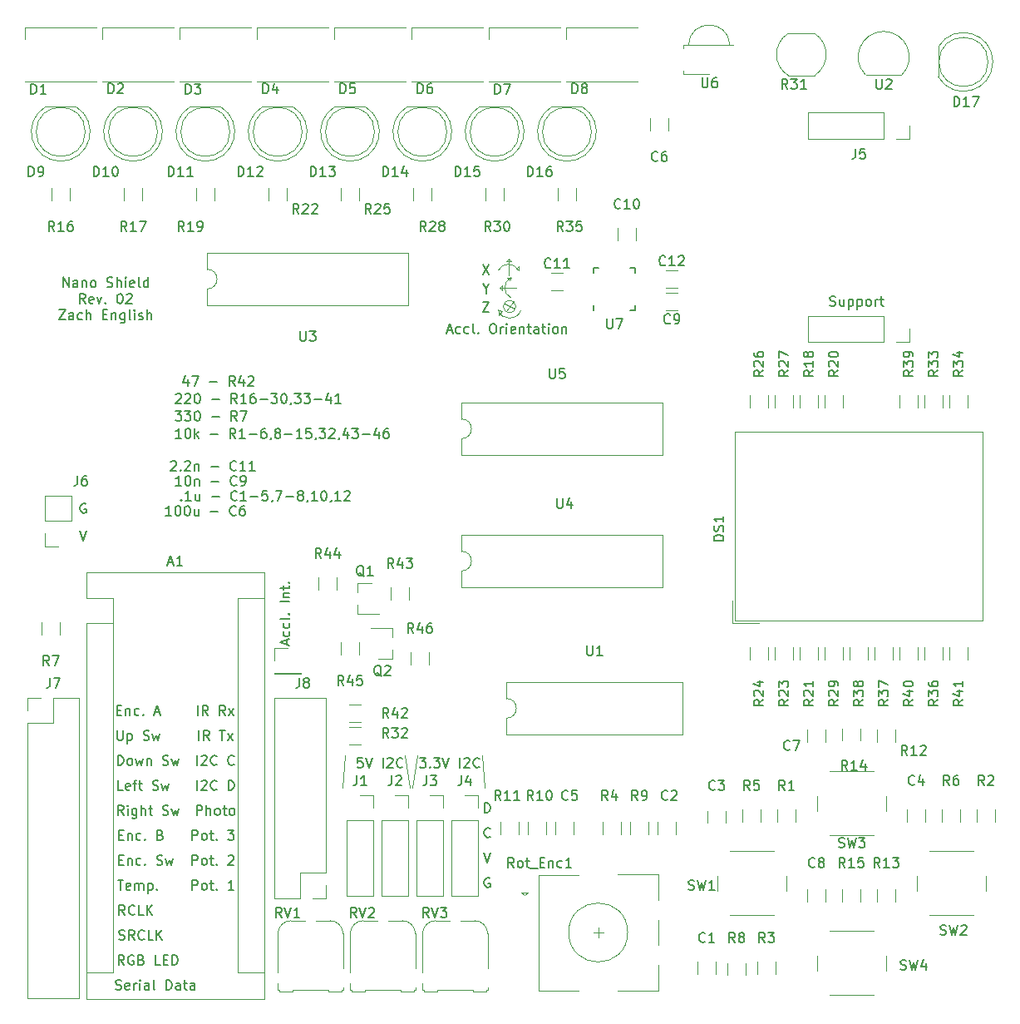
<source format=gbr>
G04 #@! TF.GenerationSoftware,KiCad,Pcbnew,(5.1.6)-1*
G04 #@! TF.CreationDate,2020-07-02T20:23:52-07:00*
G04 #@! TF.ProjectId,NanoDemo,4e616e6f-4465-46d6-9f2e-6b696361645f,rev?*
G04 #@! TF.SameCoordinates,Original*
G04 #@! TF.FileFunction,Legend,Top*
G04 #@! TF.FilePolarity,Positive*
%FSLAX46Y46*%
G04 Gerber Fmt 4.6, Leading zero omitted, Abs format (unit mm)*
G04 Created by KiCad (PCBNEW (5.1.6)-1) date 2020-07-02 20:23:52*
%MOMM*%
%LPD*%
G01*
G04 APERTURE LIST*
%ADD10C,0.150000*%
%ADD11C,0.120000*%
G04 APERTURE END LIST*
D10*
X31529976Y-61269619D02*
X31577595Y-61222000D01*
X31672833Y-61174380D01*
X31910928Y-61174380D01*
X32006166Y-61222000D01*
X32053785Y-61269619D01*
X32101404Y-61364857D01*
X32101404Y-61460095D01*
X32053785Y-61602952D01*
X31482357Y-62174380D01*
X32101404Y-62174380D01*
X32529976Y-62079142D02*
X32577595Y-62126761D01*
X32529976Y-62174380D01*
X32482357Y-62126761D01*
X32529976Y-62079142D01*
X32529976Y-62174380D01*
X32958547Y-61269619D02*
X33006166Y-61222000D01*
X33101404Y-61174380D01*
X33339500Y-61174380D01*
X33434738Y-61222000D01*
X33482357Y-61269619D01*
X33529976Y-61364857D01*
X33529976Y-61460095D01*
X33482357Y-61602952D01*
X32910928Y-62174380D01*
X33529976Y-62174380D01*
X33958547Y-61507714D02*
X33958547Y-62174380D01*
X33958547Y-61602952D02*
X34006166Y-61555333D01*
X34101404Y-61507714D01*
X34244261Y-61507714D01*
X34339500Y-61555333D01*
X34387119Y-61650571D01*
X34387119Y-62174380D01*
X35625214Y-61793428D02*
X36387119Y-61793428D01*
X38196642Y-62079142D02*
X38149023Y-62126761D01*
X38006166Y-62174380D01*
X37910928Y-62174380D01*
X37768071Y-62126761D01*
X37672833Y-62031523D01*
X37625214Y-61936285D01*
X37577595Y-61745809D01*
X37577595Y-61602952D01*
X37625214Y-61412476D01*
X37672833Y-61317238D01*
X37768071Y-61222000D01*
X37910928Y-61174380D01*
X38006166Y-61174380D01*
X38149023Y-61222000D01*
X38196642Y-61269619D01*
X39149023Y-62174380D02*
X38577595Y-62174380D01*
X38863309Y-62174380D02*
X38863309Y-61174380D01*
X38768071Y-61317238D01*
X38672833Y-61412476D01*
X38577595Y-61460095D01*
X40101404Y-62174380D02*
X39529976Y-62174380D01*
X39815690Y-62174380D02*
X39815690Y-61174380D01*
X39720452Y-61317238D01*
X39625214Y-61412476D01*
X39529976Y-61460095D01*
X32609404Y-63698380D02*
X32037976Y-63698380D01*
X32323690Y-63698380D02*
X32323690Y-62698380D01*
X32228452Y-62841238D01*
X32133214Y-62936476D01*
X32037976Y-62984095D01*
X33228452Y-62698380D02*
X33323690Y-62698380D01*
X33418928Y-62746000D01*
X33466547Y-62793619D01*
X33514166Y-62888857D01*
X33561785Y-63079333D01*
X33561785Y-63317428D01*
X33514166Y-63507904D01*
X33466547Y-63603142D01*
X33418928Y-63650761D01*
X33323690Y-63698380D01*
X33228452Y-63698380D01*
X33133214Y-63650761D01*
X33085595Y-63603142D01*
X33037976Y-63507904D01*
X32990357Y-63317428D01*
X32990357Y-63079333D01*
X33037976Y-62888857D01*
X33085595Y-62793619D01*
X33133214Y-62746000D01*
X33228452Y-62698380D01*
X33990357Y-63031714D02*
X33990357Y-63698380D01*
X33990357Y-63126952D02*
X34037976Y-63079333D01*
X34133214Y-63031714D01*
X34276071Y-63031714D01*
X34371309Y-63079333D01*
X34418928Y-63174571D01*
X34418928Y-63698380D01*
X35657023Y-63317428D02*
X36418928Y-63317428D01*
X38228452Y-63603142D02*
X38180833Y-63650761D01*
X38037976Y-63698380D01*
X37942738Y-63698380D01*
X37799880Y-63650761D01*
X37704642Y-63555523D01*
X37657023Y-63460285D01*
X37609404Y-63269809D01*
X37609404Y-63126952D01*
X37657023Y-62936476D01*
X37704642Y-62841238D01*
X37799880Y-62746000D01*
X37942738Y-62698380D01*
X38037976Y-62698380D01*
X38180833Y-62746000D01*
X38228452Y-62793619D01*
X38704642Y-63698380D02*
X38895119Y-63698380D01*
X38990357Y-63650761D01*
X39037976Y-63603142D01*
X39133214Y-63460285D01*
X39180833Y-63269809D01*
X39180833Y-62888857D01*
X39133214Y-62793619D01*
X39085595Y-62746000D01*
X38990357Y-62698380D01*
X38799880Y-62698380D01*
X38704642Y-62746000D01*
X38657023Y-62793619D01*
X38609404Y-62888857D01*
X38609404Y-63126952D01*
X38657023Y-63222190D01*
X38704642Y-63269809D01*
X38799880Y-63317428D01*
X38990357Y-63317428D01*
X39085595Y-63269809D01*
X39133214Y-63222190D01*
X39180833Y-63126952D01*
D11*
X63246000Y-91186000D02*
X63500000Y-94488000D01*
X56642000Y-91186000D02*
X56134000Y-94488000D01*
X55372000Y-91186000D02*
X55880000Y-94488000D01*
X49276000Y-91186000D02*
X49022000Y-94488000D01*
D10*
X56872571Y-91400380D02*
X57491619Y-91400380D01*
X57158285Y-91781333D01*
X57301142Y-91781333D01*
X57396380Y-91828952D01*
X57444000Y-91876571D01*
X57491619Y-91971809D01*
X57491619Y-92209904D01*
X57444000Y-92305142D01*
X57396380Y-92352761D01*
X57301142Y-92400380D01*
X57015428Y-92400380D01*
X56920190Y-92352761D01*
X56872571Y-92305142D01*
X57920190Y-92305142D02*
X57967809Y-92352761D01*
X57920190Y-92400380D01*
X57872571Y-92352761D01*
X57920190Y-92305142D01*
X57920190Y-92400380D01*
X58301142Y-91400380D02*
X58920190Y-91400380D01*
X58586857Y-91781333D01*
X58729714Y-91781333D01*
X58824952Y-91828952D01*
X58872571Y-91876571D01*
X58920190Y-91971809D01*
X58920190Y-92209904D01*
X58872571Y-92305142D01*
X58824952Y-92352761D01*
X58729714Y-92400380D01*
X58444000Y-92400380D01*
X58348761Y-92352761D01*
X58301142Y-92305142D01*
X59205904Y-91400380D02*
X59539238Y-92400380D01*
X59872571Y-91400380D01*
X60967809Y-92400380D02*
X60967809Y-91400380D01*
X61396380Y-91495619D02*
X61444000Y-91448000D01*
X61539238Y-91400380D01*
X61777333Y-91400380D01*
X61872571Y-91448000D01*
X61920190Y-91495619D01*
X61967809Y-91590857D01*
X61967809Y-91686095D01*
X61920190Y-91828952D01*
X61348761Y-92400380D01*
X61967809Y-92400380D01*
X62967809Y-92305142D02*
X62920190Y-92352761D01*
X62777333Y-92400380D01*
X62682095Y-92400380D01*
X62539238Y-92352761D01*
X62444000Y-92257523D01*
X62396380Y-92162285D01*
X62348761Y-91971809D01*
X62348761Y-91828952D01*
X62396380Y-91638476D01*
X62444000Y-91543238D01*
X62539238Y-91448000D01*
X62682095Y-91400380D01*
X62777333Y-91400380D01*
X62920190Y-91448000D01*
X62967809Y-91495619D01*
X51046285Y-91400380D02*
X50570095Y-91400380D01*
X50522476Y-91876571D01*
X50570095Y-91828952D01*
X50665333Y-91781333D01*
X50903428Y-91781333D01*
X50998666Y-91828952D01*
X51046285Y-91876571D01*
X51093904Y-91971809D01*
X51093904Y-92209904D01*
X51046285Y-92305142D01*
X50998666Y-92352761D01*
X50903428Y-92400380D01*
X50665333Y-92400380D01*
X50570095Y-92352761D01*
X50522476Y-92305142D01*
X51379619Y-91400380D02*
X51712952Y-92400380D01*
X52046285Y-91400380D01*
X53141523Y-92400380D02*
X53141523Y-91400380D01*
X53570095Y-91495619D02*
X53617714Y-91448000D01*
X53712952Y-91400380D01*
X53951047Y-91400380D01*
X54046285Y-91448000D01*
X54093904Y-91495619D01*
X54141523Y-91590857D01*
X54141523Y-91686095D01*
X54093904Y-91828952D01*
X53522476Y-92400380D01*
X54141523Y-92400380D01*
X55141523Y-92305142D02*
X55093904Y-92352761D01*
X54951047Y-92400380D01*
X54855809Y-92400380D01*
X54712952Y-92352761D01*
X54617714Y-92257523D01*
X54570095Y-92162285D01*
X54522476Y-91971809D01*
X54522476Y-91828952D01*
X54570095Y-91638476D01*
X54617714Y-91543238D01*
X54712952Y-91448000D01*
X54855809Y-91400380D01*
X54951047Y-91400380D01*
X55093904Y-91448000D01*
X55141523Y-91495619D01*
X31593404Y-66746380D02*
X31021976Y-66746380D01*
X31307690Y-66746380D02*
X31307690Y-65746380D01*
X31212452Y-65889238D01*
X31117214Y-65984476D01*
X31021976Y-66032095D01*
X32212452Y-65746380D02*
X32307690Y-65746380D01*
X32402928Y-65794000D01*
X32450547Y-65841619D01*
X32498166Y-65936857D01*
X32545785Y-66127333D01*
X32545785Y-66365428D01*
X32498166Y-66555904D01*
X32450547Y-66651142D01*
X32402928Y-66698761D01*
X32307690Y-66746380D01*
X32212452Y-66746380D01*
X32117214Y-66698761D01*
X32069595Y-66651142D01*
X32021976Y-66555904D01*
X31974357Y-66365428D01*
X31974357Y-66127333D01*
X32021976Y-65936857D01*
X32069595Y-65841619D01*
X32117214Y-65794000D01*
X32212452Y-65746380D01*
X33164833Y-65746380D02*
X33260071Y-65746380D01*
X33355309Y-65794000D01*
X33402928Y-65841619D01*
X33450547Y-65936857D01*
X33498166Y-66127333D01*
X33498166Y-66365428D01*
X33450547Y-66555904D01*
X33402928Y-66651142D01*
X33355309Y-66698761D01*
X33260071Y-66746380D01*
X33164833Y-66746380D01*
X33069595Y-66698761D01*
X33021976Y-66651142D01*
X32974357Y-66555904D01*
X32926738Y-66365428D01*
X32926738Y-66127333D01*
X32974357Y-65936857D01*
X33021976Y-65841619D01*
X33069595Y-65794000D01*
X33164833Y-65746380D01*
X34355309Y-66079714D02*
X34355309Y-66746380D01*
X33926738Y-66079714D02*
X33926738Y-66603523D01*
X33974357Y-66698761D01*
X34069595Y-66746380D01*
X34212452Y-66746380D01*
X34307690Y-66698761D01*
X34355309Y-66651142D01*
X35593404Y-66365428D02*
X36355309Y-66365428D01*
X38164833Y-66651142D02*
X38117214Y-66698761D01*
X37974357Y-66746380D01*
X37879119Y-66746380D01*
X37736261Y-66698761D01*
X37641023Y-66603523D01*
X37593404Y-66508285D01*
X37545785Y-66317809D01*
X37545785Y-66174952D01*
X37593404Y-65984476D01*
X37641023Y-65889238D01*
X37736261Y-65794000D01*
X37879119Y-65746380D01*
X37974357Y-65746380D01*
X38117214Y-65794000D01*
X38164833Y-65841619D01*
X39021976Y-65746380D02*
X38831500Y-65746380D01*
X38736261Y-65794000D01*
X38688642Y-65841619D01*
X38593404Y-65984476D01*
X38545785Y-66174952D01*
X38545785Y-66555904D01*
X38593404Y-66651142D01*
X38641023Y-66698761D01*
X38736261Y-66746380D01*
X38926738Y-66746380D01*
X39021976Y-66698761D01*
X39069595Y-66651142D01*
X39117214Y-66555904D01*
X39117214Y-66317809D01*
X39069595Y-66222571D01*
X39021976Y-66174952D01*
X38926738Y-66127333D01*
X38736261Y-66127333D01*
X38641023Y-66174952D01*
X38593404Y-66222571D01*
X38545785Y-66317809D01*
X33276166Y-52871714D02*
X33276166Y-53538380D01*
X33038071Y-52490761D02*
X32799976Y-53205047D01*
X33419023Y-53205047D01*
X33704738Y-52538380D02*
X34371404Y-52538380D01*
X33942833Y-53538380D01*
X35514261Y-53157428D02*
X36276166Y-53157428D01*
X38085690Y-53538380D02*
X37752357Y-53062190D01*
X37514261Y-53538380D02*
X37514261Y-52538380D01*
X37895214Y-52538380D01*
X37990452Y-52586000D01*
X38038071Y-52633619D01*
X38085690Y-52728857D01*
X38085690Y-52871714D01*
X38038071Y-52966952D01*
X37990452Y-53014571D01*
X37895214Y-53062190D01*
X37514261Y-53062190D01*
X38942833Y-52871714D02*
X38942833Y-53538380D01*
X38704738Y-52490761D02*
X38466642Y-53205047D01*
X39085690Y-53205047D01*
X39419023Y-52633619D02*
X39466642Y-52586000D01*
X39561880Y-52538380D01*
X39799976Y-52538380D01*
X39895214Y-52586000D01*
X39942833Y-52633619D01*
X39990452Y-52728857D01*
X39990452Y-52824095D01*
X39942833Y-52966952D01*
X39371404Y-53538380D01*
X39990452Y-53538380D01*
X31990357Y-56094380D02*
X32609404Y-56094380D01*
X32276071Y-56475333D01*
X32418928Y-56475333D01*
X32514166Y-56522952D01*
X32561785Y-56570571D01*
X32609404Y-56665809D01*
X32609404Y-56903904D01*
X32561785Y-56999142D01*
X32514166Y-57046761D01*
X32418928Y-57094380D01*
X32133214Y-57094380D01*
X32037976Y-57046761D01*
X31990357Y-56999142D01*
X32942738Y-56094380D02*
X33561785Y-56094380D01*
X33228452Y-56475333D01*
X33371309Y-56475333D01*
X33466547Y-56522952D01*
X33514166Y-56570571D01*
X33561785Y-56665809D01*
X33561785Y-56903904D01*
X33514166Y-56999142D01*
X33466547Y-57046761D01*
X33371309Y-57094380D01*
X33085595Y-57094380D01*
X32990357Y-57046761D01*
X32942738Y-56999142D01*
X34180833Y-56094380D02*
X34276071Y-56094380D01*
X34371309Y-56142000D01*
X34418928Y-56189619D01*
X34466547Y-56284857D01*
X34514166Y-56475333D01*
X34514166Y-56713428D01*
X34466547Y-56903904D01*
X34418928Y-56999142D01*
X34371309Y-57046761D01*
X34276071Y-57094380D01*
X34180833Y-57094380D01*
X34085595Y-57046761D01*
X34037976Y-56999142D01*
X33990357Y-56903904D01*
X33942738Y-56713428D01*
X33942738Y-56475333D01*
X33990357Y-56284857D01*
X34037976Y-56189619D01*
X34085595Y-56142000D01*
X34180833Y-56094380D01*
X35704642Y-56713428D02*
X36466547Y-56713428D01*
X38276071Y-57094380D02*
X37942738Y-56618190D01*
X37704642Y-57094380D02*
X37704642Y-56094380D01*
X38085595Y-56094380D01*
X38180833Y-56142000D01*
X38228452Y-56189619D01*
X38276071Y-56284857D01*
X38276071Y-56427714D01*
X38228452Y-56522952D01*
X38180833Y-56570571D01*
X38085595Y-56618190D01*
X37704642Y-56618190D01*
X38609404Y-56094380D02*
X39276071Y-56094380D01*
X38847500Y-57094380D01*
X32593595Y-65127142D02*
X32641214Y-65174761D01*
X32593595Y-65222380D01*
X32545976Y-65174761D01*
X32593595Y-65127142D01*
X32593595Y-65222380D01*
X33593595Y-65222380D02*
X33022166Y-65222380D01*
X33307880Y-65222380D02*
X33307880Y-64222380D01*
X33212642Y-64365238D01*
X33117404Y-64460476D01*
X33022166Y-64508095D01*
X34450738Y-64555714D02*
X34450738Y-65222380D01*
X34022166Y-64555714D02*
X34022166Y-65079523D01*
X34069785Y-65174761D01*
X34165023Y-65222380D01*
X34307880Y-65222380D01*
X34403119Y-65174761D01*
X34450738Y-65127142D01*
X35688833Y-64841428D02*
X36450738Y-64841428D01*
X38260261Y-65127142D02*
X38212642Y-65174761D01*
X38069785Y-65222380D01*
X37974547Y-65222380D01*
X37831690Y-65174761D01*
X37736452Y-65079523D01*
X37688833Y-64984285D01*
X37641214Y-64793809D01*
X37641214Y-64650952D01*
X37688833Y-64460476D01*
X37736452Y-64365238D01*
X37831690Y-64270000D01*
X37974547Y-64222380D01*
X38069785Y-64222380D01*
X38212642Y-64270000D01*
X38260261Y-64317619D01*
X39212642Y-65222380D02*
X38641214Y-65222380D01*
X38926928Y-65222380D02*
X38926928Y-64222380D01*
X38831690Y-64365238D01*
X38736452Y-64460476D01*
X38641214Y-64508095D01*
X39641214Y-64841428D02*
X40403119Y-64841428D01*
X41355500Y-64222380D02*
X40879309Y-64222380D01*
X40831690Y-64698571D01*
X40879309Y-64650952D01*
X40974547Y-64603333D01*
X41212642Y-64603333D01*
X41307880Y-64650952D01*
X41355500Y-64698571D01*
X41403119Y-64793809D01*
X41403119Y-65031904D01*
X41355500Y-65127142D01*
X41307880Y-65174761D01*
X41212642Y-65222380D01*
X40974547Y-65222380D01*
X40879309Y-65174761D01*
X40831690Y-65127142D01*
X41879309Y-65174761D02*
X41879309Y-65222380D01*
X41831690Y-65317619D01*
X41784071Y-65365238D01*
X42212642Y-64222380D02*
X42879309Y-64222380D01*
X42450738Y-65222380D01*
X43260261Y-64841428D02*
X44022166Y-64841428D01*
X44641214Y-64650952D02*
X44545976Y-64603333D01*
X44498357Y-64555714D01*
X44450738Y-64460476D01*
X44450738Y-64412857D01*
X44498357Y-64317619D01*
X44545976Y-64270000D01*
X44641214Y-64222380D01*
X44831690Y-64222380D01*
X44926928Y-64270000D01*
X44974547Y-64317619D01*
X45022166Y-64412857D01*
X45022166Y-64460476D01*
X44974547Y-64555714D01*
X44926928Y-64603333D01*
X44831690Y-64650952D01*
X44641214Y-64650952D01*
X44545976Y-64698571D01*
X44498357Y-64746190D01*
X44450738Y-64841428D01*
X44450738Y-65031904D01*
X44498357Y-65127142D01*
X44545976Y-65174761D01*
X44641214Y-65222380D01*
X44831690Y-65222380D01*
X44926928Y-65174761D01*
X44974547Y-65127142D01*
X45022166Y-65031904D01*
X45022166Y-64841428D01*
X44974547Y-64746190D01*
X44926928Y-64698571D01*
X44831690Y-64650952D01*
X45498357Y-65174761D02*
X45498357Y-65222380D01*
X45450738Y-65317619D01*
X45403119Y-65365238D01*
X46450738Y-65222380D02*
X45879309Y-65222380D01*
X46165023Y-65222380D02*
X46165023Y-64222380D01*
X46069785Y-64365238D01*
X45974547Y-64460476D01*
X45879309Y-64508095D01*
X47069785Y-64222380D02*
X47165023Y-64222380D01*
X47260261Y-64270000D01*
X47307880Y-64317619D01*
X47355500Y-64412857D01*
X47403119Y-64603333D01*
X47403119Y-64841428D01*
X47355500Y-65031904D01*
X47307880Y-65127142D01*
X47260261Y-65174761D01*
X47165023Y-65222380D01*
X47069785Y-65222380D01*
X46974547Y-65174761D01*
X46926928Y-65127142D01*
X46879309Y-65031904D01*
X46831690Y-64841428D01*
X46831690Y-64603333D01*
X46879309Y-64412857D01*
X46926928Y-64317619D01*
X46974547Y-64270000D01*
X47069785Y-64222380D01*
X47879309Y-65174761D02*
X47879309Y-65222380D01*
X47831690Y-65317619D01*
X47784071Y-65365238D01*
X48831690Y-65222380D02*
X48260261Y-65222380D01*
X48545976Y-65222380D02*
X48545976Y-64222380D01*
X48450738Y-64365238D01*
X48355499Y-64460476D01*
X48260261Y-64508095D01*
X49212642Y-64317619D02*
X49260261Y-64270000D01*
X49355499Y-64222380D01*
X49593595Y-64222380D01*
X49688833Y-64270000D01*
X49736452Y-64317619D01*
X49784071Y-64412857D01*
X49784071Y-64508095D01*
X49736452Y-64650952D01*
X49165023Y-65222380D01*
X49784071Y-65222380D01*
X32609404Y-58872380D02*
X32037976Y-58872380D01*
X32323690Y-58872380D02*
X32323690Y-57872380D01*
X32228452Y-58015238D01*
X32133214Y-58110476D01*
X32037976Y-58158095D01*
X33228452Y-57872380D02*
X33323690Y-57872380D01*
X33418928Y-57920000D01*
X33466547Y-57967619D01*
X33514166Y-58062857D01*
X33561785Y-58253333D01*
X33561785Y-58491428D01*
X33514166Y-58681904D01*
X33466547Y-58777142D01*
X33418928Y-58824761D01*
X33323690Y-58872380D01*
X33228452Y-58872380D01*
X33133214Y-58824761D01*
X33085595Y-58777142D01*
X33037976Y-58681904D01*
X32990357Y-58491428D01*
X32990357Y-58253333D01*
X33037976Y-58062857D01*
X33085595Y-57967619D01*
X33133214Y-57920000D01*
X33228452Y-57872380D01*
X33990357Y-58872380D02*
X33990357Y-57872380D01*
X34085595Y-58491428D02*
X34371309Y-58872380D01*
X34371309Y-58205714D02*
X33990357Y-58586666D01*
X35561785Y-58491428D02*
X36323690Y-58491428D01*
X38133214Y-58872380D02*
X37799880Y-58396190D01*
X37561785Y-58872380D02*
X37561785Y-57872380D01*
X37942738Y-57872380D01*
X38037976Y-57920000D01*
X38085595Y-57967619D01*
X38133214Y-58062857D01*
X38133214Y-58205714D01*
X38085595Y-58300952D01*
X38037976Y-58348571D01*
X37942738Y-58396190D01*
X37561785Y-58396190D01*
X39085595Y-58872380D02*
X38514166Y-58872380D01*
X38799880Y-58872380D02*
X38799880Y-57872380D01*
X38704642Y-58015238D01*
X38609404Y-58110476D01*
X38514166Y-58158095D01*
X39514166Y-58491428D02*
X40276071Y-58491428D01*
X41180833Y-57872380D02*
X40990357Y-57872380D01*
X40895119Y-57920000D01*
X40847500Y-57967619D01*
X40752261Y-58110476D01*
X40704642Y-58300952D01*
X40704642Y-58681904D01*
X40752261Y-58777142D01*
X40799880Y-58824761D01*
X40895119Y-58872380D01*
X41085595Y-58872380D01*
X41180833Y-58824761D01*
X41228452Y-58777142D01*
X41276071Y-58681904D01*
X41276071Y-58443809D01*
X41228452Y-58348571D01*
X41180833Y-58300952D01*
X41085595Y-58253333D01*
X40895119Y-58253333D01*
X40799880Y-58300952D01*
X40752261Y-58348571D01*
X40704642Y-58443809D01*
X41752261Y-58824761D02*
X41752261Y-58872380D01*
X41704642Y-58967619D01*
X41657023Y-59015238D01*
X42323690Y-58300952D02*
X42228452Y-58253333D01*
X42180833Y-58205714D01*
X42133214Y-58110476D01*
X42133214Y-58062857D01*
X42180833Y-57967619D01*
X42228452Y-57920000D01*
X42323690Y-57872380D01*
X42514166Y-57872380D01*
X42609404Y-57920000D01*
X42657023Y-57967619D01*
X42704642Y-58062857D01*
X42704642Y-58110476D01*
X42657023Y-58205714D01*
X42609404Y-58253333D01*
X42514166Y-58300952D01*
X42323690Y-58300952D01*
X42228452Y-58348571D01*
X42180833Y-58396190D01*
X42133214Y-58491428D01*
X42133214Y-58681904D01*
X42180833Y-58777142D01*
X42228452Y-58824761D01*
X42323690Y-58872380D01*
X42514166Y-58872380D01*
X42609404Y-58824761D01*
X42657023Y-58777142D01*
X42704642Y-58681904D01*
X42704642Y-58491428D01*
X42657023Y-58396190D01*
X42609404Y-58348571D01*
X42514166Y-58300952D01*
X43133214Y-58491428D02*
X43895119Y-58491428D01*
X44895119Y-58872380D02*
X44323690Y-58872380D01*
X44609404Y-58872380D02*
X44609404Y-57872380D01*
X44514166Y-58015238D01*
X44418928Y-58110476D01*
X44323690Y-58158095D01*
X45799880Y-57872380D02*
X45323690Y-57872380D01*
X45276071Y-58348571D01*
X45323690Y-58300952D01*
X45418928Y-58253333D01*
X45657023Y-58253333D01*
X45752261Y-58300952D01*
X45799880Y-58348571D01*
X45847500Y-58443809D01*
X45847500Y-58681904D01*
X45799880Y-58777142D01*
X45752261Y-58824761D01*
X45657023Y-58872380D01*
X45418928Y-58872380D01*
X45323690Y-58824761D01*
X45276071Y-58777142D01*
X46323690Y-58824761D02*
X46323690Y-58872380D01*
X46276071Y-58967619D01*
X46228452Y-59015238D01*
X46657023Y-57872380D02*
X47276071Y-57872380D01*
X46942738Y-58253333D01*
X47085595Y-58253333D01*
X47180833Y-58300952D01*
X47228452Y-58348571D01*
X47276071Y-58443809D01*
X47276071Y-58681904D01*
X47228452Y-58777142D01*
X47180833Y-58824761D01*
X47085595Y-58872380D01*
X46799880Y-58872380D01*
X46704642Y-58824761D01*
X46657023Y-58777142D01*
X47657023Y-57967619D02*
X47704642Y-57920000D01*
X47799880Y-57872380D01*
X48037976Y-57872380D01*
X48133214Y-57920000D01*
X48180833Y-57967619D01*
X48228452Y-58062857D01*
X48228452Y-58158095D01*
X48180833Y-58300952D01*
X47609404Y-58872380D01*
X48228452Y-58872380D01*
X48704642Y-58824761D02*
X48704642Y-58872380D01*
X48657023Y-58967619D01*
X48609404Y-59015238D01*
X49561785Y-58205714D02*
X49561785Y-58872380D01*
X49323690Y-57824761D02*
X49085595Y-58539047D01*
X49704642Y-58539047D01*
X49990357Y-57872380D02*
X50609404Y-57872380D01*
X50276071Y-58253333D01*
X50418928Y-58253333D01*
X50514166Y-58300952D01*
X50561785Y-58348571D01*
X50609404Y-58443809D01*
X50609404Y-58681904D01*
X50561785Y-58777142D01*
X50514166Y-58824761D01*
X50418928Y-58872380D01*
X50133214Y-58872380D01*
X50037976Y-58824761D01*
X49990357Y-58777142D01*
X51037976Y-58491428D02*
X51799880Y-58491428D01*
X52704642Y-58205714D02*
X52704642Y-58872380D01*
X52466547Y-57824761D02*
X52228452Y-58539047D01*
X52847499Y-58539047D01*
X53657023Y-57872380D02*
X53466547Y-57872380D01*
X53371309Y-57920000D01*
X53323690Y-57967619D01*
X53228452Y-58110476D01*
X53180833Y-58300952D01*
X53180833Y-58681904D01*
X53228452Y-58777142D01*
X53276071Y-58824761D01*
X53371309Y-58872380D01*
X53561785Y-58872380D01*
X53657023Y-58824761D01*
X53704642Y-58777142D01*
X53752261Y-58681904D01*
X53752261Y-58443809D01*
X53704642Y-58348571D01*
X53657023Y-58300952D01*
X53561785Y-58253333D01*
X53371309Y-58253333D01*
X53276071Y-58300952D01*
X53228452Y-58348571D01*
X53180833Y-58443809D01*
X32037976Y-54411619D02*
X32085595Y-54364000D01*
X32180833Y-54316380D01*
X32418928Y-54316380D01*
X32514166Y-54364000D01*
X32561785Y-54411619D01*
X32609404Y-54506857D01*
X32609404Y-54602095D01*
X32561785Y-54744952D01*
X31990357Y-55316380D01*
X32609404Y-55316380D01*
X32990357Y-54411619D02*
X33037976Y-54364000D01*
X33133214Y-54316380D01*
X33371309Y-54316380D01*
X33466547Y-54364000D01*
X33514166Y-54411619D01*
X33561785Y-54506857D01*
X33561785Y-54602095D01*
X33514166Y-54744952D01*
X32942738Y-55316380D01*
X33561785Y-55316380D01*
X34180833Y-54316380D02*
X34276071Y-54316380D01*
X34371309Y-54364000D01*
X34418928Y-54411619D01*
X34466547Y-54506857D01*
X34514166Y-54697333D01*
X34514166Y-54935428D01*
X34466547Y-55125904D01*
X34418928Y-55221142D01*
X34371309Y-55268761D01*
X34276071Y-55316380D01*
X34180833Y-55316380D01*
X34085595Y-55268761D01*
X34037976Y-55221142D01*
X33990357Y-55125904D01*
X33942738Y-54935428D01*
X33942738Y-54697333D01*
X33990357Y-54506857D01*
X34037976Y-54411619D01*
X34085595Y-54364000D01*
X34180833Y-54316380D01*
X35704642Y-54935428D02*
X36466547Y-54935428D01*
X38276071Y-55316380D02*
X37942738Y-54840190D01*
X37704642Y-55316380D02*
X37704642Y-54316380D01*
X38085595Y-54316380D01*
X38180833Y-54364000D01*
X38228452Y-54411619D01*
X38276071Y-54506857D01*
X38276071Y-54649714D01*
X38228452Y-54744952D01*
X38180833Y-54792571D01*
X38085595Y-54840190D01*
X37704642Y-54840190D01*
X39228452Y-55316380D02*
X38657023Y-55316380D01*
X38942738Y-55316380D02*
X38942738Y-54316380D01*
X38847500Y-54459238D01*
X38752261Y-54554476D01*
X38657023Y-54602095D01*
X40085595Y-54316380D02*
X39895119Y-54316380D01*
X39799880Y-54364000D01*
X39752261Y-54411619D01*
X39657023Y-54554476D01*
X39609404Y-54744952D01*
X39609404Y-55125904D01*
X39657023Y-55221142D01*
X39704642Y-55268761D01*
X39799880Y-55316380D01*
X39990357Y-55316380D01*
X40085595Y-55268761D01*
X40133214Y-55221142D01*
X40180833Y-55125904D01*
X40180833Y-54887809D01*
X40133214Y-54792571D01*
X40085595Y-54744952D01*
X39990357Y-54697333D01*
X39799880Y-54697333D01*
X39704642Y-54744952D01*
X39657023Y-54792571D01*
X39609404Y-54887809D01*
X40609404Y-54935428D02*
X41371309Y-54935428D01*
X41752261Y-54316380D02*
X42371309Y-54316380D01*
X42037976Y-54697333D01*
X42180833Y-54697333D01*
X42276071Y-54744952D01*
X42323690Y-54792571D01*
X42371309Y-54887809D01*
X42371309Y-55125904D01*
X42323690Y-55221142D01*
X42276071Y-55268761D01*
X42180833Y-55316380D01*
X41895119Y-55316380D01*
X41799880Y-55268761D01*
X41752261Y-55221142D01*
X42990357Y-54316380D02*
X43085595Y-54316380D01*
X43180833Y-54364000D01*
X43228452Y-54411619D01*
X43276071Y-54506857D01*
X43323690Y-54697333D01*
X43323690Y-54935428D01*
X43276071Y-55125904D01*
X43228452Y-55221142D01*
X43180833Y-55268761D01*
X43085595Y-55316380D01*
X42990357Y-55316380D01*
X42895119Y-55268761D01*
X42847500Y-55221142D01*
X42799880Y-55125904D01*
X42752261Y-54935428D01*
X42752261Y-54697333D01*
X42799880Y-54506857D01*
X42847500Y-54411619D01*
X42895119Y-54364000D01*
X42990357Y-54316380D01*
X43799880Y-55268761D02*
X43799880Y-55316380D01*
X43752261Y-55411619D01*
X43704642Y-55459238D01*
X44133214Y-54316380D02*
X44752261Y-54316380D01*
X44418928Y-54697333D01*
X44561785Y-54697333D01*
X44657023Y-54744952D01*
X44704642Y-54792571D01*
X44752261Y-54887809D01*
X44752261Y-55125904D01*
X44704642Y-55221142D01*
X44657023Y-55268761D01*
X44561785Y-55316380D01*
X44276071Y-55316380D01*
X44180833Y-55268761D01*
X44133214Y-55221142D01*
X45085595Y-54316380D02*
X45704642Y-54316380D01*
X45371309Y-54697333D01*
X45514166Y-54697333D01*
X45609404Y-54744952D01*
X45657023Y-54792571D01*
X45704642Y-54887809D01*
X45704642Y-55125904D01*
X45657023Y-55221142D01*
X45609404Y-55268761D01*
X45514166Y-55316380D01*
X45228452Y-55316380D01*
X45133214Y-55268761D01*
X45085595Y-55221142D01*
X46133214Y-54935428D02*
X46895119Y-54935428D01*
X47799880Y-54649714D02*
X47799880Y-55316380D01*
X47561785Y-54268761D02*
X47323690Y-54983047D01*
X47942738Y-54983047D01*
X48847500Y-55316380D02*
X48276071Y-55316380D01*
X48561785Y-55316380D02*
X48561785Y-54316380D01*
X48466547Y-54459238D01*
X48371309Y-54554476D01*
X48276071Y-54602095D01*
X20558666Y-43506380D02*
X20558666Y-42506380D01*
X21130095Y-43506380D01*
X21130095Y-42506380D01*
X22034857Y-43506380D02*
X22034857Y-42982571D01*
X21987238Y-42887333D01*
X21892000Y-42839714D01*
X21701523Y-42839714D01*
X21606285Y-42887333D01*
X22034857Y-43458761D02*
X21939619Y-43506380D01*
X21701523Y-43506380D01*
X21606285Y-43458761D01*
X21558666Y-43363523D01*
X21558666Y-43268285D01*
X21606285Y-43173047D01*
X21701523Y-43125428D01*
X21939619Y-43125428D01*
X22034857Y-43077809D01*
X22511047Y-42839714D02*
X22511047Y-43506380D01*
X22511047Y-42934952D02*
X22558666Y-42887333D01*
X22653904Y-42839714D01*
X22796761Y-42839714D01*
X22892000Y-42887333D01*
X22939619Y-42982571D01*
X22939619Y-43506380D01*
X23558666Y-43506380D02*
X23463428Y-43458761D01*
X23415809Y-43411142D01*
X23368190Y-43315904D01*
X23368190Y-43030190D01*
X23415809Y-42934952D01*
X23463428Y-42887333D01*
X23558666Y-42839714D01*
X23701523Y-42839714D01*
X23796761Y-42887333D01*
X23844380Y-42934952D01*
X23892000Y-43030190D01*
X23892000Y-43315904D01*
X23844380Y-43411142D01*
X23796761Y-43458761D01*
X23701523Y-43506380D01*
X23558666Y-43506380D01*
X25034857Y-43458761D02*
X25177714Y-43506380D01*
X25415809Y-43506380D01*
X25511047Y-43458761D01*
X25558666Y-43411142D01*
X25606285Y-43315904D01*
X25606285Y-43220666D01*
X25558666Y-43125428D01*
X25511047Y-43077809D01*
X25415809Y-43030190D01*
X25225333Y-42982571D01*
X25130095Y-42934952D01*
X25082476Y-42887333D01*
X25034857Y-42792095D01*
X25034857Y-42696857D01*
X25082476Y-42601619D01*
X25130095Y-42554000D01*
X25225333Y-42506380D01*
X25463428Y-42506380D01*
X25606285Y-42554000D01*
X26034857Y-43506380D02*
X26034857Y-42506380D01*
X26463428Y-43506380D02*
X26463428Y-42982571D01*
X26415809Y-42887333D01*
X26320571Y-42839714D01*
X26177714Y-42839714D01*
X26082476Y-42887333D01*
X26034857Y-42934952D01*
X26939619Y-43506380D02*
X26939619Y-42839714D01*
X26939619Y-42506380D02*
X26892000Y-42554000D01*
X26939619Y-42601619D01*
X26987238Y-42554000D01*
X26939619Y-42506380D01*
X26939619Y-42601619D01*
X27796761Y-43458761D02*
X27701523Y-43506380D01*
X27511047Y-43506380D01*
X27415809Y-43458761D01*
X27368190Y-43363523D01*
X27368190Y-42982571D01*
X27415809Y-42887333D01*
X27511047Y-42839714D01*
X27701523Y-42839714D01*
X27796761Y-42887333D01*
X27844380Y-42982571D01*
X27844380Y-43077809D01*
X27368190Y-43173047D01*
X28415809Y-43506380D02*
X28320571Y-43458761D01*
X28272952Y-43363523D01*
X28272952Y-42506380D01*
X29225333Y-43506380D02*
X29225333Y-42506380D01*
X29225333Y-43458761D02*
X29130095Y-43506380D01*
X28939619Y-43506380D01*
X28844380Y-43458761D01*
X28796761Y-43411142D01*
X28749142Y-43315904D01*
X28749142Y-43030190D01*
X28796761Y-42934952D01*
X28844380Y-42887333D01*
X28939619Y-42839714D01*
X29130095Y-42839714D01*
X29225333Y-42887333D01*
X22820571Y-45156380D02*
X22487238Y-44680190D01*
X22249142Y-45156380D02*
X22249142Y-44156380D01*
X22630095Y-44156380D01*
X22725333Y-44204000D01*
X22772952Y-44251619D01*
X22820571Y-44346857D01*
X22820571Y-44489714D01*
X22772952Y-44584952D01*
X22725333Y-44632571D01*
X22630095Y-44680190D01*
X22249142Y-44680190D01*
X23630095Y-45108761D02*
X23534857Y-45156380D01*
X23344380Y-45156380D01*
X23249142Y-45108761D01*
X23201523Y-45013523D01*
X23201523Y-44632571D01*
X23249142Y-44537333D01*
X23344380Y-44489714D01*
X23534857Y-44489714D01*
X23630095Y-44537333D01*
X23677714Y-44632571D01*
X23677714Y-44727809D01*
X23201523Y-44823047D01*
X24011047Y-44489714D02*
X24249142Y-45156380D01*
X24487238Y-44489714D01*
X24868190Y-45061142D02*
X24915809Y-45108761D01*
X24868190Y-45156380D01*
X24820571Y-45108761D01*
X24868190Y-45061142D01*
X24868190Y-45156380D01*
X26296761Y-44156380D02*
X26392000Y-44156380D01*
X26487238Y-44204000D01*
X26534857Y-44251619D01*
X26582476Y-44346857D01*
X26630095Y-44537333D01*
X26630095Y-44775428D01*
X26582476Y-44965904D01*
X26534857Y-45061142D01*
X26487238Y-45108761D01*
X26392000Y-45156380D01*
X26296761Y-45156380D01*
X26201523Y-45108761D01*
X26153904Y-45061142D01*
X26106285Y-44965904D01*
X26058666Y-44775428D01*
X26058666Y-44537333D01*
X26106285Y-44346857D01*
X26153904Y-44251619D01*
X26201523Y-44204000D01*
X26296761Y-44156380D01*
X27011047Y-44251619D02*
X27058666Y-44204000D01*
X27153904Y-44156380D01*
X27392000Y-44156380D01*
X27487238Y-44204000D01*
X27534857Y-44251619D01*
X27582476Y-44346857D01*
X27582476Y-44442095D01*
X27534857Y-44584952D01*
X26963428Y-45156380D01*
X27582476Y-45156380D01*
X20130095Y-45806380D02*
X20796761Y-45806380D01*
X20130095Y-46806380D01*
X20796761Y-46806380D01*
X21606285Y-46806380D02*
X21606285Y-46282571D01*
X21558666Y-46187333D01*
X21463428Y-46139714D01*
X21272952Y-46139714D01*
X21177714Y-46187333D01*
X21606285Y-46758761D02*
X21511047Y-46806380D01*
X21272952Y-46806380D01*
X21177714Y-46758761D01*
X21130095Y-46663523D01*
X21130095Y-46568285D01*
X21177714Y-46473047D01*
X21272952Y-46425428D01*
X21511047Y-46425428D01*
X21606285Y-46377809D01*
X22511047Y-46758761D02*
X22415809Y-46806380D01*
X22225333Y-46806380D01*
X22130095Y-46758761D01*
X22082476Y-46711142D01*
X22034857Y-46615904D01*
X22034857Y-46330190D01*
X22082476Y-46234952D01*
X22130095Y-46187333D01*
X22225333Y-46139714D01*
X22415809Y-46139714D01*
X22511047Y-46187333D01*
X22939619Y-46806380D02*
X22939619Y-45806380D01*
X23368190Y-46806380D02*
X23368190Y-46282571D01*
X23320571Y-46187333D01*
X23225333Y-46139714D01*
X23082476Y-46139714D01*
X22987238Y-46187333D01*
X22939619Y-46234952D01*
X24606285Y-46282571D02*
X24939619Y-46282571D01*
X25082476Y-46806380D02*
X24606285Y-46806380D01*
X24606285Y-45806380D01*
X25082476Y-45806380D01*
X25511047Y-46139714D02*
X25511047Y-46806380D01*
X25511047Y-46234952D02*
X25558666Y-46187333D01*
X25653904Y-46139714D01*
X25796761Y-46139714D01*
X25892000Y-46187333D01*
X25939619Y-46282571D01*
X25939619Y-46806380D01*
X26844380Y-46139714D02*
X26844380Y-46949238D01*
X26796761Y-47044476D01*
X26749142Y-47092095D01*
X26653904Y-47139714D01*
X26511047Y-47139714D01*
X26415809Y-47092095D01*
X26844380Y-46758761D02*
X26749142Y-46806380D01*
X26558666Y-46806380D01*
X26463428Y-46758761D01*
X26415809Y-46711142D01*
X26368190Y-46615904D01*
X26368190Y-46330190D01*
X26415809Y-46234952D01*
X26463428Y-46187333D01*
X26558666Y-46139714D01*
X26749142Y-46139714D01*
X26844380Y-46187333D01*
X27463428Y-46806380D02*
X27368190Y-46758761D01*
X27320571Y-46663523D01*
X27320571Y-45806380D01*
X27844380Y-46806380D02*
X27844380Y-46139714D01*
X27844380Y-45806380D02*
X27796761Y-45854000D01*
X27844380Y-45901619D01*
X27892000Y-45854000D01*
X27844380Y-45806380D01*
X27844380Y-45901619D01*
X28272952Y-46758761D02*
X28368190Y-46806380D01*
X28558666Y-46806380D01*
X28653904Y-46758761D01*
X28701523Y-46663523D01*
X28701523Y-46615904D01*
X28653904Y-46520666D01*
X28558666Y-46473047D01*
X28415809Y-46473047D01*
X28320571Y-46425428D01*
X28272952Y-46330190D01*
X28272952Y-46282571D01*
X28320571Y-46187333D01*
X28415809Y-46139714D01*
X28558666Y-46139714D01*
X28653904Y-46187333D01*
X29130095Y-46806380D02*
X29130095Y-45806380D01*
X29558666Y-46806380D02*
X29558666Y-46282571D01*
X29511047Y-46187333D01*
X29415809Y-46139714D01*
X29272952Y-46139714D01*
X29177714Y-46187333D01*
X29130095Y-46234952D01*
X33718761Y-104846380D02*
X33718761Y-103846380D01*
X34099714Y-103846380D01*
X34194952Y-103894000D01*
X34242571Y-103941619D01*
X34290190Y-104036857D01*
X34290190Y-104179714D01*
X34242571Y-104274952D01*
X34194952Y-104322571D01*
X34099714Y-104370190D01*
X33718761Y-104370190D01*
X34861619Y-104846380D02*
X34766380Y-104798761D01*
X34718761Y-104751142D01*
X34671142Y-104655904D01*
X34671142Y-104370190D01*
X34718761Y-104274952D01*
X34766380Y-104227333D01*
X34861619Y-104179714D01*
X35004476Y-104179714D01*
X35099714Y-104227333D01*
X35147333Y-104274952D01*
X35194952Y-104370190D01*
X35194952Y-104655904D01*
X35147333Y-104751142D01*
X35099714Y-104798761D01*
X35004476Y-104846380D01*
X34861619Y-104846380D01*
X35480666Y-104179714D02*
X35861619Y-104179714D01*
X35623523Y-103846380D02*
X35623523Y-104703523D01*
X35671142Y-104798761D01*
X35766380Y-104846380D01*
X35861619Y-104846380D01*
X36194952Y-104751142D02*
X36242571Y-104798761D01*
X36194952Y-104846380D01*
X36147333Y-104798761D01*
X36194952Y-104751142D01*
X36194952Y-104846380D01*
X37956857Y-104846380D02*
X37385428Y-104846380D01*
X37671142Y-104846380D02*
X37671142Y-103846380D01*
X37575904Y-103989238D01*
X37480666Y-104084476D01*
X37385428Y-104132095D01*
X33718761Y-102306380D02*
X33718761Y-101306380D01*
X34099714Y-101306380D01*
X34194952Y-101354000D01*
X34242571Y-101401619D01*
X34290190Y-101496857D01*
X34290190Y-101639714D01*
X34242571Y-101734952D01*
X34194952Y-101782571D01*
X34099714Y-101830190D01*
X33718761Y-101830190D01*
X34861619Y-102306380D02*
X34766380Y-102258761D01*
X34718761Y-102211142D01*
X34671142Y-102115904D01*
X34671142Y-101830190D01*
X34718761Y-101734952D01*
X34766380Y-101687333D01*
X34861619Y-101639714D01*
X35004476Y-101639714D01*
X35099714Y-101687333D01*
X35147333Y-101734952D01*
X35194952Y-101830190D01*
X35194952Y-102115904D01*
X35147333Y-102211142D01*
X35099714Y-102258761D01*
X35004476Y-102306380D01*
X34861619Y-102306380D01*
X35480666Y-101639714D02*
X35861619Y-101639714D01*
X35623523Y-101306380D02*
X35623523Y-102163523D01*
X35671142Y-102258761D01*
X35766380Y-102306380D01*
X35861619Y-102306380D01*
X36194952Y-102211142D02*
X36242571Y-102258761D01*
X36194952Y-102306380D01*
X36147333Y-102258761D01*
X36194952Y-102211142D01*
X36194952Y-102306380D01*
X37385428Y-101401619D02*
X37433047Y-101354000D01*
X37528285Y-101306380D01*
X37766380Y-101306380D01*
X37861619Y-101354000D01*
X37909238Y-101401619D01*
X37956857Y-101496857D01*
X37956857Y-101592095D01*
X37909238Y-101734952D01*
X37337809Y-102306380D01*
X37956857Y-102306380D01*
X33718761Y-99766380D02*
X33718761Y-98766380D01*
X34099714Y-98766380D01*
X34194952Y-98814000D01*
X34242571Y-98861619D01*
X34290190Y-98956857D01*
X34290190Y-99099714D01*
X34242571Y-99194952D01*
X34194952Y-99242571D01*
X34099714Y-99290190D01*
X33718761Y-99290190D01*
X34861619Y-99766380D02*
X34766380Y-99718761D01*
X34718761Y-99671142D01*
X34671142Y-99575904D01*
X34671142Y-99290190D01*
X34718761Y-99194952D01*
X34766380Y-99147333D01*
X34861619Y-99099714D01*
X35004476Y-99099714D01*
X35099714Y-99147333D01*
X35147333Y-99194952D01*
X35194952Y-99290190D01*
X35194952Y-99575904D01*
X35147333Y-99671142D01*
X35099714Y-99718761D01*
X35004476Y-99766380D01*
X34861619Y-99766380D01*
X35480666Y-99099714D02*
X35861619Y-99099714D01*
X35623523Y-98766380D02*
X35623523Y-99623523D01*
X35671142Y-99718761D01*
X35766380Y-99766380D01*
X35861619Y-99766380D01*
X36194952Y-99671142D02*
X36242571Y-99718761D01*
X36194952Y-99766380D01*
X36147333Y-99718761D01*
X36194952Y-99671142D01*
X36194952Y-99766380D01*
X37337809Y-98766380D02*
X37956857Y-98766380D01*
X37623523Y-99147333D01*
X37766380Y-99147333D01*
X37861619Y-99194952D01*
X37909238Y-99242571D01*
X37956857Y-99337809D01*
X37956857Y-99575904D01*
X37909238Y-99671142D01*
X37861619Y-99718761D01*
X37766380Y-99766380D01*
X37480666Y-99766380D01*
X37385428Y-99718761D01*
X37337809Y-99671142D01*
X34163238Y-97226380D02*
X34163238Y-96226380D01*
X34544190Y-96226380D01*
X34639428Y-96274000D01*
X34687047Y-96321619D01*
X34734666Y-96416857D01*
X34734666Y-96559714D01*
X34687047Y-96654952D01*
X34639428Y-96702571D01*
X34544190Y-96750190D01*
X34163238Y-96750190D01*
X35163238Y-97226380D02*
X35163238Y-96226380D01*
X35591809Y-97226380D02*
X35591809Y-96702571D01*
X35544190Y-96607333D01*
X35448952Y-96559714D01*
X35306095Y-96559714D01*
X35210857Y-96607333D01*
X35163238Y-96654952D01*
X36210857Y-97226380D02*
X36115619Y-97178761D01*
X36068000Y-97131142D01*
X36020380Y-97035904D01*
X36020380Y-96750190D01*
X36068000Y-96654952D01*
X36115619Y-96607333D01*
X36210857Y-96559714D01*
X36353714Y-96559714D01*
X36448952Y-96607333D01*
X36496571Y-96654952D01*
X36544190Y-96750190D01*
X36544190Y-97035904D01*
X36496571Y-97131142D01*
X36448952Y-97178761D01*
X36353714Y-97226380D01*
X36210857Y-97226380D01*
X36829904Y-96559714D02*
X37210857Y-96559714D01*
X36972761Y-96226380D02*
X36972761Y-97083523D01*
X37020380Y-97178761D01*
X37115619Y-97226380D01*
X37210857Y-97226380D01*
X37687047Y-97226380D02*
X37591809Y-97178761D01*
X37544190Y-97131142D01*
X37496571Y-97035904D01*
X37496571Y-96750190D01*
X37544190Y-96654952D01*
X37591809Y-96607333D01*
X37687047Y-96559714D01*
X37829904Y-96559714D01*
X37925142Y-96607333D01*
X37972761Y-96654952D01*
X38020380Y-96750190D01*
X38020380Y-97035904D01*
X37972761Y-97131142D01*
X37925142Y-97178761D01*
X37829904Y-97226380D01*
X37687047Y-97226380D01*
X34210857Y-94686380D02*
X34210857Y-93686380D01*
X34639428Y-93781619D02*
X34687047Y-93734000D01*
X34782285Y-93686380D01*
X35020380Y-93686380D01*
X35115619Y-93734000D01*
X35163238Y-93781619D01*
X35210857Y-93876857D01*
X35210857Y-93972095D01*
X35163238Y-94114952D01*
X34591809Y-94686380D01*
X35210857Y-94686380D01*
X36210857Y-94591142D02*
X36163238Y-94638761D01*
X36020380Y-94686380D01*
X35925142Y-94686380D01*
X35782285Y-94638761D01*
X35687047Y-94543523D01*
X35639428Y-94448285D01*
X35591809Y-94257809D01*
X35591809Y-94114952D01*
X35639428Y-93924476D01*
X35687047Y-93829238D01*
X35782285Y-93734000D01*
X35925142Y-93686380D01*
X36020380Y-93686380D01*
X36163238Y-93734000D01*
X36210857Y-93781619D01*
X37401333Y-94686380D02*
X37401333Y-93686380D01*
X37639428Y-93686380D01*
X37782285Y-93734000D01*
X37877523Y-93829238D01*
X37925142Y-93924476D01*
X37972761Y-94114952D01*
X37972761Y-94257809D01*
X37925142Y-94448285D01*
X37877523Y-94543523D01*
X37782285Y-94638761D01*
X37639428Y-94686380D01*
X37401333Y-94686380D01*
X34210857Y-92146380D02*
X34210857Y-91146380D01*
X34639428Y-91241619D02*
X34687047Y-91194000D01*
X34782285Y-91146380D01*
X35020380Y-91146380D01*
X35115619Y-91194000D01*
X35163238Y-91241619D01*
X35210857Y-91336857D01*
X35210857Y-91432095D01*
X35163238Y-91574952D01*
X34591809Y-92146380D01*
X35210857Y-92146380D01*
X36210857Y-92051142D02*
X36163238Y-92098761D01*
X36020380Y-92146380D01*
X35925142Y-92146380D01*
X35782285Y-92098761D01*
X35687047Y-92003523D01*
X35639428Y-91908285D01*
X35591809Y-91717809D01*
X35591809Y-91574952D01*
X35639428Y-91384476D01*
X35687047Y-91289238D01*
X35782285Y-91194000D01*
X35925142Y-91146380D01*
X36020380Y-91146380D01*
X36163238Y-91194000D01*
X36210857Y-91241619D01*
X37972761Y-92051142D02*
X37925142Y-92098761D01*
X37782285Y-92146380D01*
X37687047Y-92146380D01*
X37544190Y-92098761D01*
X37448952Y-92003523D01*
X37401333Y-91908285D01*
X37353714Y-91717809D01*
X37353714Y-91574952D01*
X37401333Y-91384476D01*
X37448952Y-91289238D01*
X37544190Y-91194000D01*
X37687047Y-91146380D01*
X37782285Y-91146380D01*
X37925142Y-91194000D01*
X37972761Y-91241619D01*
X34401333Y-89606380D02*
X34401333Y-88606380D01*
X35448952Y-89606380D02*
X35115619Y-89130190D01*
X34877523Y-89606380D02*
X34877523Y-88606380D01*
X35258476Y-88606380D01*
X35353714Y-88654000D01*
X35401333Y-88701619D01*
X35448952Y-88796857D01*
X35448952Y-88939714D01*
X35401333Y-89034952D01*
X35353714Y-89082571D01*
X35258476Y-89130190D01*
X34877523Y-89130190D01*
X36496571Y-88606380D02*
X37068000Y-88606380D01*
X36782285Y-89606380D02*
X36782285Y-88606380D01*
X37306095Y-89606380D02*
X37829904Y-88939714D01*
X37306095Y-88939714D02*
X37829904Y-89606380D01*
X34282285Y-87066380D02*
X34282285Y-86066380D01*
X35329904Y-87066380D02*
X34996571Y-86590190D01*
X34758476Y-87066380D02*
X34758476Y-86066380D01*
X35139428Y-86066380D01*
X35234666Y-86114000D01*
X35282285Y-86161619D01*
X35329904Y-86256857D01*
X35329904Y-86399714D01*
X35282285Y-86494952D01*
X35234666Y-86542571D01*
X35139428Y-86590190D01*
X34758476Y-86590190D01*
X37091809Y-87066380D02*
X36758476Y-86590190D01*
X36520380Y-87066380D02*
X36520380Y-86066380D01*
X36901333Y-86066380D01*
X36996571Y-86114000D01*
X37044190Y-86161619D01*
X37091809Y-86256857D01*
X37091809Y-86399714D01*
X37044190Y-86494952D01*
X36996571Y-86542571D01*
X36901333Y-86590190D01*
X36520380Y-86590190D01*
X37425142Y-87066380D02*
X37948952Y-86399714D01*
X37425142Y-86399714D02*
X37948952Y-87066380D01*
X25924380Y-114958761D02*
X26067238Y-115006380D01*
X26305333Y-115006380D01*
X26400571Y-114958761D01*
X26448190Y-114911142D01*
X26495809Y-114815904D01*
X26495809Y-114720666D01*
X26448190Y-114625428D01*
X26400571Y-114577809D01*
X26305333Y-114530190D01*
X26114857Y-114482571D01*
X26019619Y-114434952D01*
X25972000Y-114387333D01*
X25924380Y-114292095D01*
X25924380Y-114196857D01*
X25972000Y-114101619D01*
X26019619Y-114054000D01*
X26114857Y-114006380D01*
X26352952Y-114006380D01*
X26495809Y-114054000D01*
X27305333Y-114958761D02*
X27210095Y-115006380D01*
X27019619Y-115006380D01*
X26924380Y-114958761D01*
X26876761Y-114863523D01*
X26876761Y-114482571D01*
X26924380Y-114387333D01*
X27019619Y-114339714D01*
X27210095Y-114339714D01*
X27305333Y-114387333D01*
X27352952Y-114482571D01*
X27352952Y-114577809D01*
X26876761Y-114673047D01*
X27781523Y-115006380D02*
X27781523Y-114339714D01*
X27781523Y-114530190D02*
X27829142Y-114434952D01*
X27876761Y-114387333D01*
X27972000Y-114339714D01*
X28067238Y-114339714D01*
X28400571Y-115006380D02*
X28400571Y-114339714D01*
X28400571Y-114006380D02*
X28352952Y-114054000D01*
X28400571Y-114101619D01*
X28448190Y-114054000D01*
X28400571Y-114006380D01*
X28400571Y-114101619D01*
X29305333Y-115006380D02*
X29305333Y-114482571D01*
X29257714Y-114387333D01*
X29162476Y-114339714D01*
X28972000Y-114339714D01*
X28876761Y-114387333D01*
X29305333Y-114958761D02*
X29210095Y-115006380D01*
X28972000Y-115006380D01*
X28876761Y-114958761D01*
X28829142Y-114863523D01*
X28829142Y-114768285D01*
X28876761Y-114673047D01*
X28972000Y-114625428D01*
X29210095Y-114625428D01*
X29305333Y-114577809D01*
X29924380Y-115006380D02*
X29829142Y-114958761D01*
X29781523Y-114863523D01*
X29781523Y-114006380D01*
X31067238Y-115006380D02*
X31067238Y-114006380D01*
X31305333Y-114006380D01*
X31448190Y-114054000D01*
X31543428Y-114149238D01*
X31591047Y-114244476D01*
X31638666Y-114434952D01*
X31638666Y-114577809D01*
X31591047Y-114768285D01*
X31543428Y-114863523D01*
X31448190Y-114958761D01*
X31305333Y-115006380D01*
X31067238Y-115006380D01*
X32495809Y-115006380D02*
X32495809Y-114482571D01*
X32448190Y-114387333D01*
X32352952Y-114339714D01*
X32162476Y-114339714D01*
X32067238Y-114387333D01*
X32495809Y-114958761D02*
X32400571Y-115006380D01*
X32162476Y-115006380D01*
X32067238Y-114958761D01*
X32019619Y-114863523D01*
X32019619Y-114768285D01*
X32067238Y-114673047D01*
X32162476Y-114625428D01*
X32400571Y-114625428D01*
X32495809Y-114577809D01*
X32829142Y-114339714D02*
X33210095Y-114339714D01*
X32972000Y-114006380D02*
X32972000Y-114863523D01*
X33019619Y-114958761D01*
X33114857Y-115006380D01*
X33210095Y-115006380D01*
X33972000Y-115006380D02*
X33972000Y-114482571D01*
X33924380Y-114387333D01*
X33829142Y-114339714D01*
X33638666Y-114339714D01*
X33543428Y-114387333D01*
X33972000Y-114958761D02*
X33876761Y-115006380D01*
X33638666Y-115006380D01*
X33543428Y-114958761D01*
X33495809Y-114863523D01*
X33495809Y-114768285D01*
X33543428Y-114673047D01*
X33638666Y-114625428D01*
X33876761Y-114625428D01*
X33972000Y-114577809D01*
X26781428Y-112466380D02*
X26448095Y-111990190D01*
X26210000Y-112466380D02*
X26210000Y-111466380D01*
X26590952Y-111466380D01*
X26686190Y-111514000D01*
X26733809Y-111561619D01*
X26781428Y-111656857D01*
X26781428Y-111799714D01*
X26733809Y-111894952D01*
X26686190Y-111942571D01*
X26590952Y-111990190D01*
X26210000Y-111990190D01*
X27733809Y-111514000D02*
X27638571Y-111466380D01*
X27495714Y-111466380D01*
X27352857Y-111514000D01*
X27257619Y-111609238D01*
X27210000Y-111704476D01*
X27162380Y-111894952D01*
X27162380Y-112037809D01*
X27210000Y-112228285D01*
X27257619Y-112323523D01*
X27352857Y-112418761D01*
X27495714Y-112466380D01*
X27590952Y-112466380D01*
X27733809Y-112418761D01*
X27781428Y-112371142D01*
X27781428Y-112037809D01*
X27590952Y-112037809D01*
X28543333Y-111942571D02*
X28686190Y-111990190D01*
X28733809Y-112037809D01*
X28781428Y-112133047D01*
X28781428Y-112275904D01*
X28733809Y-112371142D01*
X28686190Y-112418761D01*
X28590952Y-112466380D01*
X28210000Y-112466380D01*
X28210000Y-111466380D01*
X28543333Y-111466380D01*
X28638571Y-111514000D01*
X28686190Y-111561619D01*
X28733809Y-111656857D01*
X28733809Y-111752095D01*
X28686190Y-111847333D01*
X28638571Y-111894952D01*
X28543333Y-111942571D01*
X28210000Y-111942571D01*
X30448095Y-112466380D02*
X29971904Y-112466380D01*
X29971904Y-111466380D01*
X30781428Y-111942571D02*
X31114761Y-111942571D01*
X31257619Y-112466380D02*
X30781428Y-112466380D01*
X30781428Y-111466380D01*
X31257619Y-111466380D01*
X31686190Y-112466380D02*
X31686190Y-111466380D01*
X31924285Y-111466380D01*
X32067142Y-111514000D01*
X32162380Y-111609238D01*
X32210000Y-111704476D01*
X32257619Y-111894952D01*
X32257619Y-112037809D01*
X32210000Y-112228285D01*
X32162380Y-112323523D01*
X32067142Y-112418761D01*
X31924285Y-112466380D01*
X31686190Y-112466380D01*
X26257523Y-109878761D02*
X26400380Y-109926380D01*
X26638476Y-109926380D01*
X26733714Y-109878761D01*
X26781333Y-109831142D01*
X26828952Y-109735904D01*
X26828952Y-109640666D01*
X26781333Y-109545428D01*
X26733714Y-109497809D01*
X26638476Y-109450190D01*
X26448000Y-109402571D01*
X26352761Y-109354952D01*
X26305142Y-109307333D01*
X26257523Y-109212095D01*
X26257523Y-109116857D01*
X26305142Y-109021619D01*
X26352761Y-108974000D01*
X26448000Y-108926380D01*
X26686095Y-108926380D01*
X26828952Y-108974000D01*
X27828952Y-109926380D02*
X27495619Y-109450190D01*
X27257523Y-109926380D02*
X27257523Y-108926380D01*
X27638476Y-108926380D01*
X27733714Y-108974000D01*
X27781333Y-109021619D01*
X27828952Y-109116857D01*
X27828952Y-109259714D01*
X27781333Y-109354952D01*
X27733714Y-109402571D01*
X27638476Y-109450190D01*
X27257523Y-109450190D01*
X28828952Y-109831142D02*
X28781333Y-109878761D01*
X28638476Y-109926380D01*
X28543238Y-109926380D01*
X28400380Y-109878761D01*
X28305142Y-109783523D01*
X28257523Y-109688285D01*
X28209904Y-109497809D01*
X28209904Y-109354952D01*
X28257523Y-109164476D01*
X28305142Y-109069238D01*
X28400380Y-108974000D01*
X28543238Y-108926380D01*
X28638476Y-108926380D01*
X28781333Y-108974000D01*
X28828952Y-109021619D01*
X29733714Y-109926380D02*
X29257523Y-109926380D01*
X29257523Y-108926380D01*
X30067047Y-109926380D02*
X30067047Y-108926380D01*
X30638476Y-109926380D02*
X30209904Y-109354952D01*
X30638476Y-108926380D02*
X30067047Y-109497809D01*
X26844761Y-107386380D02*
X26511428Y-106910190D01*
X26273333Y-107386380D02*
X26273333Y-106386380D01*
X26654285Y-106386380D01*
X26749523Y-106434000D01*
X26797142Y-106481619D01*
X26844761Y-106576857D01*
X26844761Y-106719714D01*
X26797142Y-106814952D01*
X26749523Y-106862571D01*
X26654285Y-106910190D01*
X26273333Y-106910190D01*
X27844761Y-107291142D02*
X27797142Y-107338761D01*
X27654285Y-107386380D01*
X27559047Y-107386380D01*
X27416190Y-107338761D01*
X27320952Y-107243523D01*
X27273333Y-107148285D01*
X27225714Y-106957809D01*
X27225714Y-106814952D01*
X27273333Y-106624476D01*
X27320952Y-106529238D01*
X27416190Y-106434000D01*
X27559047Y-106386380D01*
X27654285Y-106386380D01*
X27797142Y-106434000D01*
X27844761Y-106481619D01*
X28749523Y-107386380D02*
X28273333Y-107386380D01*
X28273333Y-106386380D01*
X29082857Y-107386380D02*
X29082857Y-106386380D01*
X29654285Y-107386380D02*
X29225714Y-106814952D01*
X29654285Y-106386380D02*
X29082857Y-106957809D01*
X26122571Y-103846380D02*
X26694000Y-103846380D01*
X26408285Y-104846380D02*
X26408285Y-103846380D01*
X27408285Y-104798761D02*
X27313047Y-104846380D01*
X27122571Y-104846380D01*
X27027333Y-104798761D01*
X26979714Y-104703523D01*
X26979714Y-104322571D01*
X27027333Y-104227333D01*
X27122571Y-104179714D01*
X27313047Y-104179714D01*
X27408285Y-104227333D01*
X27455904Y-104322571D01*
X27455904Y-104417809D01*
X26979714Y-104513047D01*
X27884476Y-104846380D02*
X27884476Y-104179714D01*
X27884476Y-104274952D02*
X27932095Y-104227333D01*
X28027333Y-104179714D01*
X28170190Y-104179714D01*
X28265428Y-104227333D01*
X28313047Y-104322571D01*
X28313047Y-104846380D01*
X28313047Y-104322571D02*
X28360666Y-104227333D01*
X28455904Y-104179714D01*
X28598761Y-104179714D01*
X28694000Y-104227333D01*
X28741619Y-104322571D01*
X28741619Y-104846380D01*
X29217809Y-104179714D02*
X29217809Y-105179714D01*
X29217809Y-104227333D02*
X29313047Y-104179714D01*
X29503523Y-104179714D01*
X29598761Y-104227333D01*
X29646380Y-104274952D01*
X29694000Y-104370190D01*
X29694000Y-104655904D01*
X29646380Y-104751142D01*
X29598761Y-104798761D01*
X29503523Y-104846380D01*
X29313047Y-104846380D01*
X29217809Y-104798761D01*
X30122571Y-104751142D02*
X30170190Y-104798761D01*
X30122571Y-104846380D01*
X30074952Y-104798761D01*
X30122571Y-104751142D01*
X30122571Y-104846380D01*
X26241714Y-101782571D02*
X26575047Y-101782571D01*
X26717904Y-102306380D02*
X26241714Y-102306380D01*
X26241714Y-101306380D01*
X26717904Y-101306380D01*
X27146476Y-101639714D02*
X27146476Y-102306380D01*
X27146476Y-101734952D02*
X27194095Y-101687333D01*
X27289333Y-101639714D01*
X27432190Y-101639714D01*
X27527428Y-101687333D01*
X27575047Y-101782571D01*
X27575047Y-102306380D01*
X28479809Y-102258761D02*
X28384571Y-102306380D01*
X28194095Y-102306380D01*
X28098857Y-102258761D01*
X28051238Y-102211142D01*
X28003619Y-102115904D01*
X28003619Y-101830190D01*
X28051238Y-101734952D01*
X28098857Y-101687333D01*
X28194095Y-101639714D01*
X28384571Y-101639714D01*
X28479809Y-101687333D01*
X28908380Y-102211142D02*
X28956000Y-102258761D01*
X28908380Y-102306380D01*
X28860761Y-102258761D01*
X28908380Y-102211142D01*
X28908380Y-102306380D01*
X30098857Y-102258761D02*
X30241714Y-102306380D01*
X30479809Y-102306380D01*
X30575047Y-102258761D01*
X30622666Y-102211142D01*
X30670285Y-102115904D01*
X30670285Y-102020666D01*
X30622666Y-101925428D01*
X30575047Y-101877809D01*
X30479809Y-101830190D01*
X30289333Y-101782571D01*
X30194095Y-101734952D01*
X30146476Y-101687333D01*
X30098857Y-101592095D01*
X30098857Y-101496857D01*
X30146476Y-101401619D01*
X30194095Y-101354000D01*
X30289333Y-101306380D01*
X30527428Y-101306380D01*
X30670285Y-101354000D01*
X31003619Y-101639714D02*
X31194095Y-102306380D01*
X31384571Y-101830190D01*
X31575047Y-102306380D01*
X31765523Y-101639714D01*
X26233714Y-99242571D02*
X26567047Y-99242571D01*
X26709904Y-99766380D02*
X26233714Y-99766380D01*
X26233714Y-98766380D01*
X26709904Y-98766380D01*
X27138476Y-99099714D02*
X27138476Y-99766380D01*
X27138476Y-99194952D02*
X27186095Y-99147333D01*
X27281333Y-99099714D01*
X27424190Y-99099714D01*
X27519428Y-99147333D01*
X27567047Y-99242571D01*
X27567047Y-99766380D01*
X28471809Y-99718761D02*
X28376571Y-99766380D01*
X28186095Y-99766380D01*
X28090857Y-99718761D01*
X28043238Y-99671142D01*
X27995619Y-99575904D01*
X27995619Y-99290190D01*
X28043238Y-99194952D01*
X28090857Y-99147333D01*
X28186095Y-99099714D01*
X28376571Y-99099714D01*
X28471809Y-99147333D01*
X28900380Y-99671142D02*
X28948000Y-99718761D01*
X28900380Y-99766380D01*
X28852761Y-99718761D01*
X28900380Y-99671142D01*
X28900380Y-99766380D01*
X30471809Y-99242571D02*
X30614666Y-99290190D01*
X30662285Y-99337809D01*
X30709904Y-99433047D01*
X30709904Y-99575904D01*
X30662285Y-99671142D01*
X30614666Y-99718761D01*
X30519428Y-99766380D01*
X30138476Y-99766380D01*
X30138476Y-98766380D01*
X30471809Y-98766380D01*
X30567047Y-98814000D01*
X30614666Y-98861619D01*
X30662285Y-98956857D01*
X30662285Y-99052095D01*
X30614666Y-99147333D01*
X30567047Y-99194952D01*
X30471809Y-99242571D01*
X30138476Y-99242571D01*
X26710000Y-97226380D02*
X26376666Y-96750190D01*
X26138571Y-97226380D02*
X26138571Y-96226380D01*
X26519523Y-96226380D01*
X26614761Y-96274000D01*
X26662380Y-96321619D01*
X26710000Y-96416857D01*
X26710000Y-96559714D01*
X26662380Y-96654952D01*
X26614761Y-96702571D01*
X26519523Y-96750190D01*
X26138571Y-96750190D01*
X27138571Y-97226380D02*
X27138571Y-96559714D01*
X27138571Y-96226380D02*
X27090952Y-96274000D01*
X27138571Y-96321619D01*
X27186190Y-96274000D01*
X27138571Y-96226380D01*
X27138571Y-96321619D01*
X28043333Y-96559714D02*
X28043333Y-97369238D01*
X27995714Y-97464476D01*
X27948095Y-97512095D01*
X27852857Y-97559714D01*
X27710000Y-97559714D01*
X27614761Y-97512095D01*
X28043333Y-97178761D02*
X27948095Y-97226380D01*
X27757619Y-97226380D01*
X27662380Y-97178761D01*
X27614761Y-97131142D01*
X27567142Y-97035904D01*
X27567142Y-96750190D01*
X27614761Y-96654952D01*
X27662380Y-96607333D01*
X27757619Y-96559714D01*
X27948095Y-96559714D01*
X28043333Y-96607333D01*
X28519523Y-97226380D02*
X28519523Y-96226380D01*
X28948095Y-97226380D02*
X28948095Y-96702571D01*
X28900476Y-96607333D01*
X28805238Y-96559714D01*
X28662380Y-96559714D01*
X28567142Y-96607333D01*
X28519523Y-96654952D01*
X29281428Y-96559714D02*
X29662380Y-96559714D01*
X29424285Y-96226380D02*
X29424285Y-97083523D01*
X29471904Y-97178761D01*
X29567142Y-97226380D01*
X29662380Y-97226380D01*
X30710000Y-97178761D02*
X30852857Y-97226380D01*
X31090952Y-97226380D01*
X31186190Y-97178761D01*
X31233809Y-97131142D01*
X31281428Y-97035904D01*
X31281428Y-96940666D01*
X31233809Y-96845428D01*
X31186190Y-96797809D01*
X31090952Y-96750190D01*
X30900476Y-96702571D01*
X30805238Y-96654952D01*
X30757619Y-96607333D01*
X30710000Y-96512095D01*
X30710000Y-96416857D01*
X30757619Y-96321619D01*
X30805238Y-96274000D01*
X30900476Y-96226380D01*
X31138571Y-96226380D01*
X31281428Y-96274000D01*
X31614761Y-96559714D02*
X31805238Y-97226380D01*
X31995714Y-96750190D01*
X32186190Y-97226380D01*
X32376666Y-96559714D01*
X26630571Y-94686380D02*
X26154380Y-94686380D01*
X26154380Y-93686380D01*
X27344857Y-94638761D02*
X27249619Y-94686380D01*
X27059142Y-94686380D01*
X26963904Y-94638761D01*
X26916285Y-94543523D01*
X26916285Y-94162571D01*
X26963904Y-94067333D01*
X27059142Y-94019714D01*
X27249619Y-94019714D01*
X27344857Y-94067333D01*
X27392476Y-94162571D01*
X27392476Y-94257809D01*
X26916285Y-94353047D01*
X27678190Y-94019714D02*
X28059142Y-94019714D01*
X27821047Y-94686380D02*
X27821047Y-93829238D01*
X27868666Y-93734000D01*
X27963904Y-93686380D01*
X28059142Y-93686380D01*
X28249619Y-94019714D02*
X28630571Y-94019714D01*
X28392476Y-93686380D02*
X28392476Y-94543523D01*
X28440095Y-94638761D01*
X28535333Y-94686380D01*
X28630571Y-94686380D01*
X29678190Y-94638761D02*
X29821047Y-94686380D01*
X30059142Y-94686380D01*
X30154380Y-94638761D01*
X30202000Y-94591142D01*
X30249619Y-94495904D01*
X30249619Y-94400666D01*
X30202000Y-94305428D01*
X30154380Y-94257809D01*
X30059142Y-94210190D01*
X29868666Y-94162571D01*
X29773428Y-94114952D01*
X29725809Y-94067333D01*
X29678190Y-93972095D01*
X29678190Y-93876857D01*
X29725809Y-93781619D01*
X29773428Y-93734000D01*
X29868666Y-93686380D01*
X30106761Y-93686380D01*
X30249619Y-93734000D01*
X30582952Y-94019714D02*
X30773428Y-94686380D01*
X30963904Y-94210190D01*
X31154380Y-94686380D01*
X31344857Y-94019714D01*
X26138571Y-92146380D02*
X26138571Y-91146380D01*
X26376666Y-91146380D01*
X26519523Y-91194000D01*
X26614761Y-91289238D01*
X26662380Y-91384476D01*
X26710000Y-91574952D01*
X26710000Y-91717809D01*
X26662380Y-91908285D01*
X26614761Y-92003523D01*
X26519523Y-92098761D01*
X26376666Y-92146380D01*
X26138571Y-92146380D01*
X27281428Y-92146380D02*
X27186190Y-92098761D01*
X27138571Y-92051142D01*
X27090952Y-91955904D01*
X27090952Y-91670190D01*
X27138571Y-91574952D01*
X27186190Y-91527333D01*
X27281428Y-91479714D01*
X27424285Y-91479714D01*
X27519523Y-91527333D01*
X27567142Y-91574952D01*
X27614761Y-91670190D01*
X27614761Y-91955904D01*
X27567142Y-92051142D01*
X27519523Y-92098761D01*
X27424285Y-92146380D01*
X27281428Y-92146380D01*
X27948095Y-91479714D02*
X28138571Y-92146380D01*
X28329047Y-91670190D01*
X28519523Y-92146380D01*
X28710000Y-91479714D01*
X29090952Y-91479714D02*
X29090952Y-92146380D01*
X29090952Y-91574952D02*
X29138571Y-91527333D01*
X29233809Y-91479714D01*
X29376666Y-91479714D01*
X29471904Y-91527333D01*
X29519523Y-91622571D01*
X29519523Y-92146380D01*
X30710000Y-92098761D02*
X30852857Y-92146380D01*
X31090952Y-92146380D01*
X31186190Y-92098761D01*
X31233809Y-92051142D01*
X31281428Y-91955904D01*
X31281428Y-91860666D01*
X31233809Y-91765428D01*
X31186190Y-91717809D01*
X31090952Y-91670190D01*
X30900476Y-91622571D01*
X30805238Y-91574952D01*
X30757619Y-91527333D01*
X30710000Y-91432095D01*
X30710000Y-91336857D01*
X30757619Y-91241619D01*
X30805238Y-91194000D01*
X30900476Y-91146380D01*
X31138571Y-91146380D01*
X31281428Y-91194000D01*
X31614761Y-91479714D02*
X31805238Y-92146380D01*
X31995714Y-91670190D01*
X32186190Y-92146380D01*
X32376666Y-91479714D01*
X26074952Y-88606380D02*
X26074952Y-89415904D01*
X26122571Y-89511142D01*
X26170190Y-89558761D01*
X26265428Y-89606380D01*
X26455904Y-89606380D01*
X26551142Y-89558761D01*
X26598761Y-89511142D01*
X26646380Y-89415904D01*
X26646380Y-88606380D01*
X27122571Y-88939714D02*
X27122571Y-89939714D01*
X27122571Y-88987333D02*
X27217809Y-88939714D01*
X27408285Y-88939714D01*
X27503523Y-88987333D01*
X27551142Y-89034952D01*
X27598761Y-89130190D01*
X27598761Y-89415904D01*
X27551142Y-89511142D01*
X27503523Y-89558761D01*
X27408285Y-89606380D01*
X27217809Y-89606380D01*
X27122571Y-89558761D01*
X28741619Y-89558761D02*
X28884476Y-89606380D01*
X29122571Y-89606380D01*
X29217809Y-89558761D01*
X29265428Y-89511142D01*
X29313047Y-89415904D01*
X29313047Y-89320666D01*
X29265428Y-89225428D01*
X29217809Y-89177809D01*
X29122571Y-89130190D01*
X28932095Y-89082571D01*
X28836857Y-89034952D01*
X28789238Y-88987333D01*
X28741619Y-88892095D01*
X28741619Y-88796857D01*
X28789238Y-88701619D01*
X28836857Y-88654000D01*
X28932095Y-88606380D01*
X29170190Y-88606380D01*
X29313047Y-88654000D01*
X29646380Y-88939714D02*
X29836857Y-89606380D01*
X30027333Y-89130190D01*
X30217809Y-89606380D01*
X30408285Y-88939714D01*
X26051142Y-86542571D02*
X26384476Y-86542571D01*
X26527333Y-87066380D02*
X26051142Y-87066380D01*
X26051142Y-86066380D01*
X26527333Y-86066380D01*
X26955904Y-86399714D02*
X26955904Y-87066380D01*
X26955904Y-86494952D02*
X27003523Y-86447333D01*
X27098761Y-86399714D01*
X27241619Y-86399714D01*
X27336857Y-86447333D01*
X27384476Y-86542571D01*
X27384476Y-87066380D01*
X28289238Y-87018761D02*
X28194000Y-87066380D01*
X28003523Y-87066380D01*
X27908285Y-87018761D01*
X27860666Y-86971142D01*
X27813047Y-86875904D01*
X27813047Y-86590190D01*
X27860666Y-86494952D01*
X27908285Y-86447333D01*
X28003523Y-86399714D01*
X28194000Y-86399714D01*
X28289238Y-86447333D01*
X28717809Y-86971142D02*
X28765428Y-87018761D01*
X28717809Y-87066380D01*
X28670190Y-87018761D01*
X28717809Y-86971142D01*
X28717809Y-87066380D01*
X29908285Y-86780666D02*
X30384476Y-86780666D01*
X29813047Y-87066380D02*
X30146380Y-86066380D01*
X30479714Y-87066380D01*
X22867904Y-65540000D02*
X22772666Y-65492380D01*
X22629809Y-65492380D01*
X22486952Y-65540000D01*
X22391714Y-65635238D01*
X22344095Y-65730476D01*
X22296476Y-65920952D01*
X22296476Y-66063809D01*
X22344095Y-66254285D01*
X22391714Y-66349523D01*
X22486952Y-66444761D01*
X22629809Y-66492380D01*
X22725047Y-66492380D01*
X22867904Y-66444761D01*
X22915523Y-66397142D01*
X22915523Y-66063809D01*
X22725047Y-66063809D01*
X22272666Y-68286380D02*
X22606000Y-69286380D01*
X22939333Y-68286380D01*
X63492095Y-96972380D02*
X63492095Y-95972380D01*
X63730190Y-95972380D01*
X63873047Y-96020000D01*
X63968285Y-96115238D01*
X64015904Y-96210476D01*
X64063523Y-96400952D01*
X64063523Y-96543809D01*
X64015904Y-96734285D01*
X63968285Y-96829523D01*
X63873047Y-96924761D01*
X63730190Y-96972380D01*
X63492095Y-96972380D01*
X64063523Y-99417142D02*
X64015904Y-99464761D01*
X63873047Y-99512380D01*
X63777809Y-99512380D01*
X63634952Y-99464761D01*
X63539714Y-99369523D01*
X63492095Y-99274285D01*
X63444476Y-99083809D01*
X63444476Y-98940952D01*
X63492095Y-98750476D01*
X63539714Y-98655238D01*
X63634952Y-98560000D01*
X63777809Y-98512380D01*
X63873047Y-98512380D01*
X64015904Y-98560000D01*
X64063523Y-98607619D01*
X63420666Y-101052380D02*
X63754000Y-102052380D01*
X64087333Y-101052380D01*
X64015904Y-103640000D02*
X63920666Y-103592380D01*
X63777809Y-103592380D01*
X63634952Y-103640000D01*
X63539714Y-103735238D01*
X63492095Y-103830476D01*
X63444476Y-104020952D01*
X63444476Y-104163809D01*
X63492095Y-104354285D01*
X63539714Y-104449523D01*
X63634952Y-104544761D01*
X63777809Y-104592380D01*
X63873047Y-104592380D01*
X64015904Y-104544761D01*
X64063523Y-104497142D01*
X64063523Y-104163809D01*
X63873047Y-104163809D01*
D11*
G04 #@! TO.C,Accl. Orientation*
X64897001Y-45846999D02*
X64897000Y-45847000D01*
X64897000Y-45847000D02*
X64897001Y-45846999D01*
X64897001Y-45846999D02*
X64897000Y-45847000D01*
X65278000Y-45974000D02*
X64897001Y-45846999D01*
X64897000Y-46355000D02*
X65278000Y-45974000D01*
X64897000Y-45847000D02*
X64897000Y-46355000D01*
X65659000Y-45974000D02*
X66421000Y-44958000D01*
X65532000Y-45212000D02*
X66548000Y-45720000D01*
X66675000Y-45466000D02*
G75*
G03*
X66675000Y-45466000I-635000J0D01*
G01*
X65278000Y-43815000D02*
X65278000Y-43307000D01*
X65024000Y-43561000D02*
X65278000Y-43815000D01*
X66040000Y-42799000D02*
X66167001Y-42545001D01*
X66167001Y-42545001D02*
X65786000Y-42545000D01*
X66675000Y-43561000D02*
X65024000Y-43561000D01*
X65278000Y-43307000D02*
X65024000Y-43561000D01*
X65786000Y-42545000D02*
X66040000Y-42799000D01*
X66675000Y-41656000D02*
X66928999Y-41783001D01*
X66929000Y-41402000D02*
X66675000Y-41656000D01*
X66928999Y-41783001D02*
X66929000Y-41402000D01*
X66167000Y-40894000D02*
X65913000Y-40640000D01*
X65659000Y-40894000D02*
X66167000Y-40894000D01*
X65913000Y-40640000D02*
X65659000Y-40894000D01*
X65913000Y-42291000D02*
X65913000Y-40640000D01*
X67168114Y-45889044D02*
G75*
G02*
X64897001Y-45846999I-1128114J423044D01*
G01*
X66167000Y-44576998D02*
G75*
G02*
X66167001Y-42545001I508000J1015998D01*
G01*
X64897002Y-41783000D02*
G75*
G02*
X66928999Y-41783001I1015998J-508000D01*
G01*
G04 #@! TO.C,Accl. Int.*
X42104000Y-80204000D02*
X43434000Y-80204000D01*
X42104000Y-81534000D02*
X42104000Y-80204000D01*
X42104000Y-82804000D02*
X44764000Y-82804000D01*
X44764000Y-82804000D02*
X44764000Y-82864000D01*
X42104000Y-82804000D02*
X42104000Y-82864000D01*
X42104000Y-82864000D02*
X44764000Y-82864000D01*
G04 #@! TO.C,Support*
X106740000Y-47752000D02*
X106740000Y-49082000D01*
X106740000Y-49082000D02*
X105410000Y-49082000D01*
X104140000Y-49082000D02*
X96460000Y-49082000D01*
X96460000Y-46422000D02*
X96460000Y-49082000D01*
X104140000Y-46422000D02*
X96460000Y-46422000D01*
X104140000Y-46422000D02*
X104140000Y-49082000D01*
D10*
G04 #@! TO.C,U7*
X74558000Y-41538000D02*
X75083000Y-41538000D01*
X78858000Y-45838000D02*
X78333000Y-45838000D01*
X78858000Y-41538000D02*
X78333000Y-41538000D01*
X74558000Y-45838000D02*
X74558000Y-45313000D01*
X78858000Y-45838000D02*
X78858000Y-45313000D01*
X78858000Y-41538000D02*
X78858000Y-42063000D01*
X74558000Y-41538000D02*
X74558000Y-42063000D01*
D11*
G04 #@! TO.C,R46*
X55986000Y-81882064D02*
X55986000Y-80677936D01*
X57806000Y-81882064D02*
X57806000Y-80677936D01*
G04 #@! TO.C,R45*
X50694000Y-79661936D02*
X50694000Y-80866064D01*
X48874000Y-79661936D02*
X48874000Y-80866064D01*
G04 #@! TO.C,R44*
X48408000Y-73057936D02*
X48408000Y-74262064D01*
X46588000Y-73057936D02*
X46588000Y-74262064D01*
G04 #@! TO.C,R43*
X53954000Y-75278064D02*
X53954000Y-74073936D01*
X55774000Y-75278064D02*
X55774000Y-74073936D01*
G04 #@! TO.C,Q2*
X54100000Y-81336000D02*
X54100000Y-80406000D01*
X54100000Y-78176000D02*
X54100000Y-79106000D01*
X54100000Y-78176000D02*
X51940000Y-78176000D01*
X54100000Y-81336000D02*
X52640000Y-81336000D01*
G04 #@! TO.C,Q1*
X50548000Y-73604000D02*
X50548000Y-74534000D01*
X50548000Y-76764000D02*
X50548000Y-75834000D01*
X50548000Y-76764000D02*
X52708000Y-76764000D01*
X50548000Y-73604000D02*
X52008000Y-73604000D01*
G04 #@! TO.C,C12*
X81947936Y-41762000D02*
X83152064Y-41762000D01*
X81947936Y-43582000D02*
X83152064Y-43582000D01*
G04 #@! TO.C,C11*
X70263936Y-42016000D02*
X71468064Y-42016000D01*
X70263936Y-43836000D02*
X71468064Y-43836000D01*
G04 #@! TO.C,C10*
X78888000Y-37497936D02*
X78888000Y-38702064D01*
X77068000Y-37497936D02*
X77068000Y-38702064D01*
G04 #@! TO.C,C9*
X83152064Y-45868000D02*
X81947936Y-45868000D01*
X83152064Y-44048000D02*
X81947936Y-44048000D01*
G04 #@! TO.C,D1*
X16670000Y-17062000D02*
X16670000Y-18212000D01*
X23970000Y-17062000D02*
X16670000Y-17062000D01*
X23970000Y-22562000D02*
X16670000Y-22562000D01*
G04 #@! TO.C,D8*
X71788000Y-17062000D02*
X71788000Y-18212000D01*
X79088000Y-17062000D02*
X71788000Y-17062000D01*
X79088000Y-22562000D02*
X71788000Y-22562000D01*
G04 #@! TO.C,D7*
X63914000Y-17062000D02*
X63914000Y-18212000D01*
X71214000Y-17062000D02*
X63914000Y-17062000D01*
X71214000Y-22562000D02*
X63914000Y-22562000D01*
G04 #@! TO.C,D6*
X56040000Y-17062000D02*
X56040000Y-18212000D01*
X63340000Y-17062000D02*
X56040000Y-17062000D01*
X63340000Y-22562000D02*
X56040000Y-22562000D01*
G04 #@! TO.C,D5*
X48166000Y-17062000D02*
X48166000Y-18212000D01*
X55466000Y-17062000D02*
X48166000Y-17062000D01*
X55466000Y-22562000D02*
X48166000Y-22562000D01*
G04 #@! TO.C,D4*
X40292000Y-17062000D02*
X40292000Y-18212000D01*
X47592000Y-17062000D02*
X40292000Y-17062000D01*
X47592000Y-22562000D02*
X40292000Y-22562000D01*
G04 #@! TO.C,D3*
X32418000Y-17062000D02*
X32418000Y-18212000D01*
X39718000Y-17062000D02*
X32418000Y-17062000D01*
X39718000Y-22562000D02*
X32418000Y-22562000D01*
G04 #@! TO.C,D2*
X24544000Y-17062000D02*
X24544000Y-18212000D01*
X31844000Y-17062000D02*
X24544000Y-17062000D01*
X31844000Y-22562000D02*
X24544000Y-22562000D01*
G04 #@! TO.C,J6*
X20066000Y-69910000D02*
X18736000Y-69910000D01*
X18736000Y-69910000D02*
X18736000Y-68580000D01*
X18736000Y-67310000D02*
X18736000Y-64710000D01*
X21396000Y-64710000D02*
X18736000Y-64710000D01*
X21396000Y-67310000D02*
X21396000Y-64710000D01*
X21396000Y-67310000D02*
X18736000Y-67310000D01*
G04 #@! TO.C,J5*
X104140000Y-28381000D02*
X96460000Y-28381000D01*
X104140000Y-25721000D02*
X104140000Y-28381000D01*
X96460000Y-25721000D02*
X96460000Y-28381000D01*
X104140000Y-25721000D02*
X96460000Y-25721000D01*
X106740000Y-27051000D02*
X106740000Y-28381000D01*
X106740000Y-28381000D02*
X105410000Y-28381000D01*
G04 #@! TO.C,U6*
X83760000Y-21480000D02*
X83760000Y-21830000D01*
X83760000Y-21830000D02*
X86360000Y-21830000D01*
X83760000Y-19160000D02*
X83760000Y-18820000D01*
X83760000Y-18820000D02*
X88850000Y-18820000D01*
X88459917Y-18818264D02*
G75*
G03*
X84260000Y-18820000I-2099917J-101736D01*
G01*
G04 #@! TO.C,U5*
X61154000Y-58912000D02*
X61154000Y-60562000D01*
X61154000Y-60562000D02*
X81594000Y-60562000D01*
X81594000Y-60562000D02*
X81594000Y-55262000D01*
X81594000Y-55262000D02*
X61154000Y-55262000D01*
X61154000Y-55262000D02*
X61154000Y-56912000D01*
X61154000Y-56912000D02*
G75*
G02*
X61154000Y-58912000I0J-1000000D01*
G01*
G04 #@! TO.C,U4*
X61154000Y-72374000D02*
X61154000Y-74024000D01*
X61154000Y-74024000D02*
X81594000Y-74024000D01*
X81594000Y-74024000D02*
X81594000Y-68724000D01*
X81594000Y-68724000D02*
X61154000Y-68724000D01*
X61154000Y-68724000D02*
X61154000Y-70374000D01*
X61154000Y-70374000D02*
G75*
G02*
X61154000Y-72374000I0J-1000000D01*
G01*
G04 #@! TO.C,U3*
X35246000Y-43672000D02*
X35246000Y-45322000D01*
X35246000Y-45322000D02*
X55686000Y-45322000D01*
X55686000Y-45322000D02*
X55686000Y-40022000D01*
X55686000Y-40022000D02*
X35246000Y-40022000D01*
X35246000Y-40022000D02*
X35246000Y-41672000D01*
X35246000Y-41672000D02*
G75*
G02*
X35246000Y-43672000I0J-1000000D01*
G01*
G04 #@! TO.C,U2*
X102340000Y-21916000D02*
X105940000Y-21916000D01*
X105978478Y-21904478D02*
G75*
G03*
X104140000Y-17466000I-1838478J1838478D01*
G01*
X102301522Y-21904478D02*
G75*
G02*
X104140000Y-17466000I1838478J1838478D01*
G01*
G04 #@! TO.C,U1*
X65726000Y-87360000D02*
X65726000Y-89010000D01*
X65726000Y-89010000D02*
X83626000Y-89010000D01*
X83626000Y-89010000D02*
X83626000Y-83710000D01*
X83626000Y-83710000D02*
X65726000Y-83710000D01*
X65726000Y-83710000D02*
X65726000Y-85360000D01*
X65726000Y-85360000D02*
G75*
G02*
X65726000Y-87360000I0J-1000000D01*
G01*
G04 #@! TO.C,SW4*
X103140000Y-109054000D02*
X98640000Y-109054000D01*
X104390000Y-113054000D02*
X104390000Y-111554000D01*
X98640000Y-115554000D02*
X103140000Y-115554000D01*
X97390000Y-111554000D02*
X97390000Y-113054000D01*
G04 #@! TO.C,SW3*
X103140000Y-92798000D02*
X98640000Y-92798000D01*
X104390000Y-96798000D02*
X104390000Y-95298000D01*
X98640000Y-99298000D02*
X103140000Y-99298000D01*
X97390000Y-95298000D02*
X97390000Y-96798000D01*
G04 #@! TO.C,SW2*
X113300000Y-100926000D02*
X108800000Y-100926000D01*
X114550000Y-104926000D02*
X114550000Y-103426000D01*
X108800000Y-107426000D02*
X113300000Y-107426000D01*
X107550000Y-103426000D02*
X107550000Y-104926000D01*
G04 #@! TO.C,SW1*
X92980000Y-100926000D02*
X88480000Y-100926000D01*
X94230000Y-104926000D02*
X94230000Y-103426000D01*
X88480000Y-107426000D02*
X92980000Y-107426000D01*
X87230000Y-103426000D02*
X87230000Y-104926000D01*
G04 #@! TO.C,RV3*
X57182000Y-115002000D02*
X57182000Y-114312000D01*
X57282000Y-115002000D02*
X57182000Y-115002000D01*
X63802000Y-115002000D02*
X63802000Y-114752000D01*
X63702000Y-115002000D02*
X63802000Y-115002000D01*
X63702000Y-115202000D02*
X63702000Y-115002000D01*
X62282000Y-115002000D02*
X62282000Y-115202000D01*
X58492000Y-107982000D02*
X59982000Y-107982000D01*
X57182000Y-113272000D02*
X57182000Y-109292000D01*
X63802000Y-109292000D02*
X63802000Y-112832000D01*
X61002000Y-107982000D02*
X62492000Y-107982000D01*
X57282000Y-115202000D02*
X57282000Y-115002000D01*
X58702000Y-115202000D02*
X57282000Y-115202000D01*
X58702000Y-115002000D02*
X58702000Y-115202000D01*
X62282000Y-115002000D02*
X58702000Y-115002000D01*
X63702000Y-115202000D02*
X62282000Y-115202000D01*
X62492000Y-107982000D02*
G75*
G02*
X63802000Y-109292000I0J-1310000D01*
G01*
X57182000Y-109292000D02*
G75*
G02*
X58492000Y-107982000I1310000J0D01*
G01*
G04 #@! TO.C,RV2*
X49816000Y-115002000D02*
X49816000Y-114312000D01*
X49916000Y-115002000D02*
X49816000Y-115002000D01*
X56436000Y-115002000D02*
X56436000Y-114752000D01*
X56336000Y-115002000D02*
X56436000Y-115002000D01*
X56336000Y-115202000D02*
X56336000Y-115002000D01*
X54916000Y-115002000D02*
X54916000Y-115202000D01*
X51126000Y-107982000D02*
X52616000Y-107982000D01*
X49816000Y-113272000D02*
X49816000Y-109292000D01*
X56436000Y-109292000D02*
X56436000Y-112832000D01*
X53636000Y-107982000D02*
X55126000Y-107982000D01*
X49916000Y-115202000D02*
X49916000Y-115002000D01*
X51336000Y-115202000D02*
X49916000Y-115202000D01*
X51336000Y-115002000D02*
X51336000Y-115202000D01*
X54916000Y-115002000D02*
X51336000Y-115002000D01*
X56336000Y-115202000D02*
X54916000Y-115202000D01*
X55126000Y-107982000D02*
G75*
G02*
X56436000Y-109292000I0J-1310000D01*
G01*
X49816000Y-109292000D02*
G75*
G02*
X51126000Y-107982000I1310000J0D01*
G01*
G04 #@! TO.C,RV1*
X42450000Y-115002000D02*
X42450000Y-114312000D01*
X42550000Y-115002000D02*
X42450000Y-115002000D01*
X49070000Y-115002000D02*
X49070000Y-114752000D01*
X48970000Y-115002000D02*
X49070000Y-115002000D01*
X48970000Y-115202000D02*
X48970000Y-115002000D01*
X47550000Y-115002000D02*
X47550000Y-115202000D01*
X43760000Y-107982000D02*
X45250000Y-107982000D01*
X42450000Y-113272000D02*
X42450000Y-109292000D01*
X49070000Y-109292000D02*
X49070000Y-112832000D01*
X46270000Y-107982000D02*
X47760000Y-107982000D01*
X42550000Y-115202000D02*
X42550000Y-115002000D01*
X43970000Y-115202000D02*
X42550000Y-115202000D01*
X43970000Y-115002000D02*
X43970000Y-115202000D01*
X47550000Y-115002000D02*
X43970000Y-115002000D01*
X48970000Y-115202000D02*
X47550000Y-115202000D01*
X47760000Y-107982000D02*
G75*
G02*
X49070000Y-109292000I0J-1310000D01*
G01*
X42450000Y-109292000D02*
G75*
G02*
X43760000Y-107982000I1310000J0D01*
G01*
G04 #@! TO.C,Rot_Enc1*
X74564000Y-109180000D02*
X75564000Y-109180000D01*
X75064000Y-108680000D02*
X75064000Y-109680000D01*
X81164000Y-112480000D02*
X81164000Y-115080000D01*
X81164000Y-107880000D02*
X81164000Y-110480000D01*
X81164000Y-103280000D02*
X81164000Y-105880000D01*
X67864000Y-105080000D02*
X67564000Y-105380000D01*
X67264000Y-105080000D02*
X67864000Y-105080000D01*
X67564000Y-105380000D02*
X67264000Y-105080000D01*
X68964000Y-103380000D02*
X68964000Y-115080000D01*
X73064000Y-103380000D02*
X68964000Y-103380000D01*
X73064000Y-115080000D02*
X68964000Y-115080000D01*
X81164000Y-115080000D02*
X77064000Y-115080000D01*
X77064000Y-103280000D02*
X81164000Y-103280000D01*
X78064000Y-109180000D02*
G75*
G03*
X78064000Y-109180000I-3000000J0D01*
G01*
G04 #@! TO.C,R42*
X50894064Y-87778000D02*
X49689936Y-87778000D01*
X50894064Y-85958000D02*
X49689936Y-85958000D01*
G04 #@! TO.C,R41*
X112670000Y-80169936D02*
X112670000Y-81374064D01*
X110850000Y-80169936D02*
X110850000Y-81374064D01*
G04 #@! TO.C,R40*
X107590000Y-80169936D02*
X107590000Y-81374064D01*
X105770000Y-80169936D02*
X105770000Y-81374064D01*
G04 #@! TO.C,R39*
X105770000Y-55720064D02*
X105770000Y-54515936D01*
X107590000Y-55720064D02*
X107590000Y-54515936D01*
G04 #@! TO.C,R38*
X102510000Y-80169936D02*
X102510000Y-81374064D01*
X100690000Y-80169936D02*
X100690000Y-81374064D01*
G04 #@! TO.C,R37*
X105050000Y-80169936D02*
X105050000Y-81374064D01*
X103230000Y-80169936D02*
X103230000Y-81374064D01*
G04 #@! TO.C,R36*
X110130000Y-80169936D02*
X110130000Y-81374064D01*
X108310000Y-80169936D02*
X108310000Y-81374064D01*
G04 #@! TO.C,R35*
X72792000Y-33433936D02*
X72792000Y-34638064D01*
X70972000Y-33433936D02*
X70972000Y-34638064D01*
G04 #@! TO.C,R34*
X110850000Y-55720064D02*
X110850000Y-54515936D01*
X112670000Y-55720064D02*
X112670000Y-54515936D01*
G04 #@! TO.C,R33*
X108310000Y-55720064D02*
X108310000Y-54515936D01*
X110130000Y-55720064D02*
X110130000Y-54515936D01*
G04 #@! TO.C,R32*
X50894064Y-90064000D02*
X49689936Y-90064000D01*
X50894064Y-88244000D02*
X49689936Y-88244000D01*
G04 #@! TO.C,R31*
X94438000Y-21962000D02*
X97088000Y-21962000D01*
X94438000Y-17662000D02*
X97088000Y-17662000D01*
X97116027Y-21944144D02*
G75*
G03*
X97088000Y-17662000I-1378027J2132144D01*
G01*
X94412524Y-17677612D02*
G75*
G03*
X94438000Y-21962000I1325476J-2134388D01*
G01*
G04 #@! TO.C,R30*
X65426000Y-33433936D02*
X65426000Y-34638064D01*
X63606000Y-33433936D02*
X63606000Y-34638064D01*
G04 #@! TO.C,R29*
X99970000Y-80169936D02*
X99970000Y-81374064D01*
X98150000Y-80169936D02*
X98150000Y-81374064D01*
G04 #@! TO.C,R28*
X58060000Y-33433936D02*
X58060000Y-34638064D01*
X56240000Y-33433936D02*
X56240000Y-34638064D01*
G04 #@! TO.C,R27*
X93070000Y-55720064D02*
X93070000Y-54515936D01*
X94890000Y-55720064D02*
X94890000Y-54515936D01*
G04 #@! TO.C,R26*
X90530000Y-55720064D02*
X90530000Y-54515936D01*
X92350000Y-55720064D02*
X92350000Y-54515936D01*
G04 #@! TO.C,R25*
X50694000Y-33433936D02*
X50694000Y-34638064D01*
X48874000Y-33433936D02*
X48874000Y-34638064D01*
G04 #@! TO.C,R24*
X92350000Y-80169936D02*
X92350000Y-81374064D01*
X90530000Y-80169936D02*
X90530000Y-81374064D01*
G04 #@! TO.C,R23*
X94890000Y-80169936D02*
X94890000Y-81374064D01*
X93070000Y-80169936D02*
X93070000Y-81374064D01*
G04 #@! TO.C,R22*
X43328000Y-33433936D02*
X43328000Y-34638064D01*
X41508000Y-33433936D02*
X41508000Y-34638064D01*
G04 #@! TO.C,R21*
X97430000Y-80169936D02*
X97430000Y-81374064D01*
X95610000Y-80169936D02*
X95610000Y-81374064D01*
G04 #@! TO.C,R20*
X98150000Y-55720064D02*
X98150000Y-54515936D01*
X99970000Y-55720064D02*
X99970000Y-54515936D01*
G04 #@! TO.C,R19*
X35962000Y-33433936D02*
X35962000Y-34638064D01*
X34142000Y-33433936D02*
X34142000Y-34638064D01*
G04 #@! TO.C,R18*
X95610000Y-55720064D02*
X95610000Y-54515936D01*
X97430000Y-55720064D02*
X97430000Y-54515936D01*
G04 #@! TO.C,R17*
X28596000Y-33433936D02*
X28596000Y-34638064D01*
X26776000Y-33433936D02*
X26776000Y-34638064D01*
G04 #@! TO.C,R16*
X21230000Y-33433936D02*
X21230000Y-34638064D01*
X19410000Y-33433936D02*
X19410000Y-34638064D01*
G04 #@! TO.C,R15*
X101748000Y-104807936D02*
X101748000Y-106012064D01*
X99928000Y-104807936D02*
X99928000Y-106012064D01*
G04 #@! TO.C,R14*
X101748000Y-88421936D02*
X101748000Y-89626064D01*
X99928000Y-88421936D02*
X99928000Y-89626064D01*
G04 #@! TO.C,R13*
X105304000Y-104807936D02*
X105304000Y-106012064D01*
X103484000Y-104807936D02*
X103484000Y-106012064D01*
G04 #@! TO.C,R12*
X105304000Y-88551936D02*
X105304000Y-89756064D01*
X103484000Y-88551936D02*
X103484000Y-89756064D01*
G04 #@! TO.C,R11*
X65130000Y-99154064D02*
X65130000Y-97949936D01*
X66950000Y-99154064D02*
X66950000Y-97949936D01*
G04 #@! TO.C,R10*
X69744000Y-97949936D02*
X69744000Y-99154064D01*
X67924000Y-97949936D02*
X67924000Y-99154064D01*
G04 #@! TO.C,R9*
X80158000Y-97949936D02*
X80158000Y-99154064D01*
X78338000Y-97949936D02*
X78338000Y-99154064D01*
G04 #@! TO.C,R8*
X90064000Y-112303936D02*
X90064000Y-113508064D01*
X88244000Y-112303936D02*
X88244000Y-113508064D01*
G04 #@! TO.C,R7*
X20214000Y-77629936D02*
X20214000Y-78834064D01*
X18394000Y-77629936D02*
X18394000Y-78834064D01*
G04 #@! TO.C,R6*
X111908000Y-96679936D02*
X111908000Y-97884064D01*
X110088000Y-96679936D02*
X110088000Y-97884064D01*
G04 #@! TO.C,R5*
X91588000Y-96679936D02*
X91588000Y-97884064D01*
X89768000Y-96679936D02*
X89768000Y-97884064D01*
G04 #@! TO.C,R4*
X77364000Y-97949936D02*
X77364000Y-99154064D01*
X75544000Y-97949936D02*
X75544000Y-99154064D01*
G04 #@! TO.C,R3*
X91292000Y-113378064D02*
X91292000Y-112173936D01*
X93112000Y-113378064D02*
X93112000Y-112173936D01*
G04 #@! TO.C,R2*
X115464000Y-96679936D02*
X115464000Y-97884064D01*
X113644000Y-96679936D02*
X113644000Y-97884064D01*
G04 #@! TO.C,R1*
X95144000Y-96679936D02*
X95144000Y-97884064D01*
X93324000Y-96679936D02*
X93324000Y-97884064D01*
G04 #@! TO.C,J8*
X47304000Y-85284000D02*
X42104000Y-85284000D01*
X47304000Y-103124000D02*
X47304000Y-85284000D01*
X42104000Y-105724000D02*
X42104000Y-85284000D01*
X47304000Y-103124000D02*
X44704000Y-103124000D01*
X44704000Y-103124000D02*
X44704000Y-105724000D01*
X44704000Y-105724000D02*
X42104000Y-105724000D01*
X47304000Y-104394000D02*
X47304000Y-105724000D01*
X47304000Y-105724000D02*
X45974000Y-105724000D01*
G04 #@! TO.C,J7*
X16958000Y-115884000D02*
X22158000Y-115884000D01*
X16958000Y-87884000D02*
X16958000Y-115884000D01*
X22158000Y-85284000D02*
X22158000Y-115884000D01*
X16958000Y-87884000D02*
X19558000Y-87884000D01*
X19558000Y-87884000D02*
X19558000Y-85284000D01*
X19558000Y-85284000D02*
X22158000Y-85284000D01*
X16958000Y-86614000D02*
X16958000Y-85284000D01*
X16958000Y-85284000D02*
X18288000Y-85284000D01*
G04 #@! TO.C,J4*
X60138000Y-97790000D02*
X62798000Y-97790000D01*
X60138000Y-97790000D02*
X60138000Y-105470000D01*
X60138000Y-105470000D02*
X62798000Y-105470000D01*
X62798000Y-97790000D02*
X62798000Y-105470000D01*
X62798000Y-95190000D02*
X62798000Y-96520000D01*
X61468000Y-95190000D02*
X62798000Y-95190000D01*
G04 #@! TO.C,J3*
X56582000Y-97790000D02*
X59242000Y-97790000D01*
X56582000Y-97790000D02*
X56582000Y-105470000D01*
X56582000Y-105470000D02*
X59242000Y-105470000D01*
X59242000Y-97790000D02*
X59242000Y-105470000D01*
X59242000Y-95190000D02*
X59242000Y-96520000D01*
X57912000Y-95190000D02*
X59242000Y-95190000D01*
G04 #@! TO.C,J2*
X53026000Y-97790000D02*
X55686000Y-97790000D01*
X53026000Y-97790000D02*
X53026000Y-105470000D01*
X53026000Y-105470000D02*
X55686000Y-105470000D01*
X55686000Y-97790000D02*
X55686000Y-105470000D01*
X55686000Y-95190000D02*
X55686000Y-96520000D01*
X54356000Y-95190000D02*
X55686000Y-95190000D01*
G04 #@! TO.C,J1*
X49470000Y-97790000D02*
X52130000Y-97790000D01*
X49470000Y-97790000D02*
X49470000Y-105470000D01*
X49470000Y-105470000D02*
X52130000Y-105470000D01*
X52130000Y-97790000D02*
X52130000Y-105470000D01*
X52130000Y-95190000D02*
X52130000Y-96520000D01*
X50800000Y-95190000D02*
X52130000Y-95190000D01*
G04 #@! TO.C,DS1*
X88730000Y-77718000D02*
X88730000Y-75438000D01*
X88730000Y-77718000D02*
X91440000Y-77718000D01*
X88980000Y-77463000D02*
X88980000Y-58173000D01*
X88980000Y-58173000D02*
X114230000Y-58173000D01*
X114230000Y-58173000D02*
X114230000Y-77463000D01*
X114230000Y-77463000D02*
X88980000Y-77463000D01*
G04 #@! TO.C,D17*
X109708000Y-19029000D02*
X109708000Y-22119000D01*
X114768000Y-20574000D02*
G75*
G03*
X114768000Y-20574000I-2500000J0D01*
G01*
X115258000Y-20574462D02*
G75*
G03*
X109708000Y-19029170I-2990000J462D01*
G01*
X115258000Y-20573538D02*
G75*
G02*
X109708000Y-22118830I-2990000J-462D01*
G01*
G04 #@! TO.C,D16*
X74382000Y-27686000D02*
G75*
G03*
X74382000Y-27686000I-2500000J0D01*
G01*
X73427000Y-25126000D02*
X70337000Y-25126000D01*
X71882462Y-30676000D02*
G75*
G02*
X70337170Y-25126000I-462J2990000D01*
G01*
X71881538Y-30676000D02*
G75*
G03*
X73426830Y-25126000I462J2990000D01*
G01*
G04 #@! TO.C,D15*
X67016000Y-27686000D02*
G75*
G03*
X67016000Y-27686000I-2500000J0D01*
G01*
X66061000Y-25126000D02*
X62971000Y-25126000D01*
X64516462Y-30676000D02*
G75*
G02*
X62971170Y-25126000I-462J2990000D01*
G01*
X64515538Y-30676000D02*
G75*
G03*
X66060830Y-25126000I462J2990000D01*
G01*
G04 #@! TO.C,D14*
X59650000Y-27686000D02*
G75*
G03*
X59650000Y-27686000I-2500000J0D01*
G01*
X58695000Y-25126000D02*
X55605000Y-25126000D01*
X57150462Y-30676000D02*
G75*
G02*
X55605170Y-25126000I-462J2990000D01*
G01*
X57149538Y-30676000D02*
G75*
G03*
X58694830Y-25126000I462J2990000D01*
G01*
G04 #@! TO.C,D13*
X52284000Y-27686000D02*
G75*
G03*
X52284000Y-27686000I-2500000J0D01*
G01*
X51329000Y-25126000D02*
X48239000Y-25126000D01*
X49784462Y-30676000D02*
G75*
G02*
X48239170Y-25126000I-462J2990000D01*
G01*
X49783538Y-30676000D02*
G75*
G03*
X51328830Y-25126000I462J2990000D01*
G01*
G04 #@! TO.C,D12*
X44918000Y-27686000D02*
G75*
G03*
X44918000Y-27686000I-2500000J0D01*
G01*
X43963000Y-25126000D02*
X40873000Y-25126000D01*
X42418462Y-30676000D02*
G75*
G02*
X40873170Y-25126000I-462J2990000D01*
G01*
X42417538Y-30676000D02*
G75*
G03*
X43962830Y-25126000I462J2990000D01*
G01*
G04 #@! TO.C,D11*
X37552000Y-27686000D02*
G75*
G03*
X37552000Y-27686000I-2500000J0D01*
G01*
X36597000Y-25126000D02*
X33507000Y-25126000D01*
X35052462Y-30676000D02*
G75*
G02*
X33507170Y-25126000I-462J2990000D01*
G01*
X35051538Y-30676000D02*
G75*
G03*
X36596830Y-25126000I462J2990000D01*
G01*
G04 #@! TO.C,D10*
X30186000Y-27686000D02*
G75*
G03*
X30186000Y-27686000I-2500000J0D01*
G01*
X29231000Y-25126000D02*
X26141000Y-25126000D01*
X27686462Y-30676000D02*
G75*
G02*
X26141170Y-25126000I-462J2990000D01*
G01*
X27685538Y-30676000D02*
G75*
G03*
X29230830Y-25126000I462J2990000D01*
G01*
G04 #@! TO.C,D9*
X22820000Y-27686000D02*
G75*
G03*
X22820000Y-27686000I-2500000J0D01*
G01*
X21865000Y-25126000D02*
X18775000Y-25126000D01*
X20320462Y-30676000D02*
G75*
G02*
X18775170Y-25126000I-462J2990000D01*
G01*
X20319538Y-30676000D02*
G75*
G03*
X21864830Y-25126000I462J2990000D01*
G01*
G04 #@! TO.C,C8*
X98192000Y-104807936D02*
X98192000Y-106012064D01*
X96372000Y-104807936D02*
X96372000Y-106012064D01*
G04 #@! TO.C,C7*
X98192000Y-88551936D02*
X98192000Y-89756064D01*
X96372000Y-88551936D02*
X96372000Y-89756064D01*
G04 #@! TO.C,C6*
X82190000Y-26321936D02*
X82190000Y-27526064D01*
X80370000Y-26321936D02*
X80370000Y-27526064D01*
G04 #@! TO.C,C5*
X72538000Y-97949936D02*
X72538000Y-99154064D01*
X70718000Y-97949936D02*
X70718000Y-99154064D01*
G04 #@! TO.C,C4*
X108352000Y-96679936D02*
X108352000Y-97884064D01*
X106532000Y-96679936D02*
X106532000Y-97884064D01*
G04 #@! TO.C,C3*
X88032000Y-96803936D02*
X88032000Y-98008064D01*
X86212000Y-96803936D02*
X86212000Y-98008064D01*
G04 #@! TO.C,C2*
X81132000Y-99154064D02*
X81132000Y-97949936D01*
X82952000Y-99154064D02*
X82952000Y-97949936D01*
G04 #@! TO.C,C1*
X87016000Y-112173936D02*
X87016000Y-113378064D01*
X85196000Y-112173936D02*
X85196000Y-113378064D01*
G04 #@! TO.C,A1*
X25654000Y-77724000D02*
X25654000Y-75184000D01*
X25654000Y-75184000D02*
X22984000Y-75184000D01*
X22984000Y-77724000D02*
X22984000Y-115954000D01*
X22984000Y-72514000D02*
X22984000Y-75184000D01*
X38354000Y-75184000D02*
X41024000Y-75184000D01*
X38354000Y-75184000D02*
X38354000Y-113284000D01*
X38354000Y-113284000D02*
X41024000Y-113284000D01*
X25654000Y-77724000D02*
X22984000Y-77724000D01*
X25654000Y-77724000D02*
X25654000Y-113284000D01*
X25654000Y-113284000D02*
X22984000Y-113284000D01*
X22984000Y-115954000D02*
X41024000Y-115954000D01*
X41024000Y-115954000D02*
X41024000Y-72514000D01*
X41024000Y-72514000D02*
X22984000Y-72514000D01*
G04 #@! TO.C,Accl. Orientation*
D10*
X59690761Y-47918666D02*
X60166952Y-47918666D01*
X59595523Y-48204380D02*
X59928857Y-47204380D01*
X60262190Y-48204380D01*
X61024095Y-48156761D02*
X60928857Y-48204380D01*
X60738380Y-48204380D01*
X60643142Y-48156761D01*
X60595523Y-48109142D01*
X60547904Y-48013904D01*
X60547904Y-47728190D01*
X60595523Y-47632952D01*
X60643142Y-47585333D01*
X60738380Y-47537714D01*
X60928857Y-47537714D01*
X61024095Y-47585333D01*
X61881238Y-48156761D02*
X61786000Y-48204380D01*
X61595523Y-48204380D01*
X61500285Y-48156761D01*
X61452666Y-48109142D01*
X61405047Y-48013904D01*
X61405047Y-47728190D01*
X61452666Y-47632952D01*
X61500285Y-47585333D01*
X61595523Y-47537714D01*
X61786000Y-47537714D01*
X61881238Y-47585333D01*
X62452666Y-48204380D02*
X62357428Y-48156761D01*
X62309809Y-48061523D01*
X62309809Y-47204380D01*
X62833619Y-48109142D02*
X62881238Y-48156761D01*
X62833619Y-48204380D01*
X62786000Y-48156761D01*
X62833619Y-48109142D01*
X62833619Y-48204380D01*
X64262190Y-47204380D02*
X64452666Y-47204380D01*
X64547904Y-47252000D01*
X64643142Y-47347238D01*
X64690761Y-47537714D01*
X64690761Y-47871047D01*
X64643142Y-48061523D01*
X64547904Y-48156761D01*
X64452666Y-48204380D01*
X64262190Y-48204380D01*
X64166952Y-48156761D01*
X64071714Y-48061523D01*
X64024095Y-47871047D01*
X64024095Y-47537714D01*
X64071714Y-47347238D01*
X64166952Y-47252000D01*
X64262190Y-47204380D01*
X65119333Y-48204380D02*
X65119333Y-47537714D01*
X65119333Y-47728190D02*
X65166952Y-47632952D01*
X65214571Y-47585333D01*
X65309809Y-47537714D01*
X65405047Y-47537714D01*
X65738380Y-48204380D02*
X65738380Y-47537714D01*
X65738380Y-47204380D02*
X65690761Y-47252000D01*
X65738380Y-47299619D01*
X65786000Y-47252000D01*
X65738380Y-47204380D01*
X65738380Y-47299619D01*
X66595523Y-48156761D02*
X66500285Y-48204380D01*
X66309809Y-48204380D01*
X66214571Y-48156761D01*
X66166952Y-48061523D01*
X66166952Y-47680571D01*
X66214571Y-47585333D01*
X66309809Y-47537714D01*
X66500285Y-47537714D01*
X66595523Y-47585333D01*
X66643142Y-47680571D01*
X66643142Y-47775809D01*
X66166952Y-47871047D01*
X67071714Y-47537714D02*
X67071714Y-48204380D01*
X67071714Y-47632952D02*
X67119333Y-47585333D01*
X67214571Y-47537714D01*
X67357428Y-47537714D01*
X67452666Y-47585333D01*
X67500285Y-47680571D01*
X67500285Y-48204380D01*
X67833619Y-47537714D02*
X68214571Y-47537714D01*
X67976476Y-47204380D02*
X67976476Y-48061523D01*
X68024095Y-48156761D01*
X68119333Y-48204380D01*
X68214571Y-48204380D01*
X68976476Y-48204380D02*
X68976476Y-47680571D01*
X68928857Y-47585333D01*
X68833619Y-47537714D01*
X68643142Y-47537714D01*
X68547904Y-47585333D01*
X68976476Y-48156761D02*
X68881238Y-48204380D01*
X68643142Y-48204380D01*
X68547904Y-48156761D01*
X68500285Y-48061523D01*
X68500285Y-47966285D01*
X68547904Y-47871047D01*
X68643142Y-47823428D01*
X68881238Y-47823428D01*
X68976476Y-47775809D01*
X69309809Y-47537714D02*
X69690761Y-47537714D01*
X69452666Y-47204380D02*
X69452666Y-48061523D01*
X69500285Y-48156761D01*
X69595523Y-48204380D01*
X69690761Y-48204380D01*
X70024095Y-48204380D02*
X70024095Y-47537714D01*
X70024095Y-47204380D02*
X69976476Y-47252000D01*
X70024095Y-47299619D01*
X70071714Y-47252000D01*
X70024095Y-47204380D01*
X70024095Y-47299619D01*
X70643142Y-48204380D02*
X70547904Y-48156761D01*
X70500285Y-48109142D01*
X70452666Y-48013904D01*
X70452666Y-47728190D01*
X70500285Y-47632952D01*
X70547904Y-47585333D01*
X70643142Y-47537714D01*
X70786000Y-47537714D01*
X70881238Y-47585333D01*
X70928857Y-47632952D01*
X70976476Y-47728190D01*
X70976476Y-48013904D01*
X70928857Y-48109142D01*
X70881238Y-48156761D01*
X70786000Y-48204380D01*
X70643142Y-48204380D01*
X71405047Y-47537714D02*
X71405047Y-48204380D01*
X71405047Y-47632952D02*
X71452666Y-47585333D01*
X71547904Y-47537714D01*
X71690761Y-47537714D01*
X71786000Y-47585333D01*
X71833619Y-47680571D01*
X71833619Y-48204380D01*
X63293666Y-45045380D02*
X63960333Y-45045380D01*
X63293666Y-46045380D01*
X63960333Y-46045380D01*
X63627000Y-43664190D02*
X63627000Y-44140380D01*
X63293666Y-43140380D02*
X63627000Y-43664190D01*
X63960333Y-43140380D01*
X63293666Y-41235380D02*
X63960333Y-42235380D01*
X63960333Y-41235380D02*
X63293666Y-42235380D01*
G04 #@! TO.C,Accl. Int.*
X43346666Y-79898476D02*
X43346666Y-79422285D01*
X43632380Y-79993714D02*
X42632380Y-79660380D01*
X43632380Y-79327047D01*
X43584761Y-78565142D02*
X43632380Y-78660380D01*
X43632380Y-78850857D01*
X43584761Y-78946095D01*
X43537142Y-78993714D01*
X43441904Y-79041333D01*
X43156190Y-79041333D01*
X43060952Y-78993714D01*
X43013333Y-78946095D01*
X42965714Y-78850857D01*
X42965714Y-78660380D01*
X43013333Y-78565142D01*
X43584761Y-77708000D02*
X43632380Y-77803238D01*
X43632380Y-77993714D01*
X43584761Y-78088952D01*
X43537142Y-78136571D01*
X43441904Y-78184190D01*
X43156190Y-78184190D01*
X43060952Y-78136571D01*
X43013333Y-78088952D01*
X42965714Y-77993714D01*
X42965714Y-77803238D01*
X43013333Y-77708000D01*
X43632380Y-77136571D02*
X43584761Y-77231809D01*
X43489523Y-77279428D01*
X42632380Y-77279428D01*
X43537142Y-76755619D02*
X43584761Y-76708000D01*
X43632380Y-76755619D01*
X43584761Y-76803238D01*
X43537142Y-76755619D01*
X43632380Y-76755619D01*
X43632380Y-75517523D02*
X42632380Y-75517523D01*
X42965714Y-75041333D02*
X43632380Y-75041333D01*
X43060952Y-75041333D02*
X43013333Y-74993714D01*
X42965714Y-74898476D01*
X42965714Y-74755619D01*
X43013333Y-74660380D01*
X43108571Y-74612761D01*
X43632380Y-74612761D01*
X42965714Y-74279428D02*
X42965714Y-73898476D01*
X42632380Y-74136571D02*
X43489523Y-74136571D01*
X43584761Y-74088952D01*
X43632380Y-73993714D01*
X43632380Y-73898476D01*
X43537142Y-73565142D02*
X43584761Y-73517523D01*
X43632380Y-73565142D01*
X43584761Y-73612761D01*
X43537142Y-73565142D01*
X43632380Y-73565142D01*
G04 #@! TO.C,Support*
X98655523Y-45362761D02*
X98798380Y-45410380D01*
X99036476Y-45410380D01*
X99131714Y-45362761D01*
X99179333Y-45315142D01*
X99226952Y-45219904D01*
X99226952Y-45124666D01*
X99179333Y-45029428D01*
X99131714Y-44981809D01*
X99036476Y-44934190D01*
X98846000Y-44886571D01*
X98750761Y-44838952D01*
X98703142Y-44791333D01*
X98655523Y-44696095D01*
X98655523Y-44600857D01*
X98703142Y-44505619D01*
X98750761Y-44458000D01*
X98846000Y-44410380D01*
X99084095Y-44410380D01*
X99226952Y-44458000D01*
X100084095Y-44743714D02*
X100084095Y-45410380D01*
X99655523Y-44743714D02*
X99655523Y-45267523D01*
X99703142Y-45362761D01*
X99798380Y-45410380D01*
X99941238Y-45410380D01*
X100036476Y-45362761D01*
X100084095Y-45315142D01*
X100560285Y-44743714D02*
X100560285Y-45743714D01*
X100560285Y-44791333D02*
X100655523Y-44743714D01*
X100846000Y-44743714D01*
X100941238Y-44791333D01*
X100988857Y-44838952D01*
X101036476Y-44934190D01*
X101036476Y-45219904D01*
X100988857Y-45315142D01*
X100941238Y-45362761D01*
X100846000Y-45410380D01*
X100655523Y-45410380D01*
X100560285Y-45362761D01*
X101465047Y-44743714D02*
X101465047Y-45743714D01*
X101465047Y-44791333D02*
X101560285Y-44743714D01*
X101750761Y-44743714D01*
X101845999Y-44791333D01*
X101893619Y-44838952D01*
X101941238Y-44934190D01*
X101941238Y-45219904D01*
X101893619Y-45315142D01*
X101845999Y-45362761D01*
X101750761Y-45410380D01*
X101560285Y-45410380D01*
X101465047Y-45362761D01*
X102512666Y-45410380D02*
X102417428Y-45362761D01*
X102369809Y-45315142D01*
X102322190Y-45219904D01*
X102322190Y-44934190D01*
X102369809Y-44838952D01*
X102417428Y-44791333D01*
X102512666Y-44743714D01*
X102655523Y-44743714D01*
X102750761Y-44791333D01*
X102798380Y-44838952D01*
X102846000Y-44934190D01*
X102846000Y-45219904D01*
X102798380Y-45315142D01*
X102750761Y-45362761D01*
X102655523Y-45410380D01*
X102512666Y-45410380D01*
X103274571Y-45410380D02*
X103274571Y-44743714D01*
X103274571Y-44934190D02*
X103322190Y-44838952D01*
X103369809Y-44791333D01*
X103465047Y-44743714D01*
X103560285Y-44743714D01*
X103750761Y-44743714D02*
X104131714Y-44743714D01*
X103893619Y-44410380D02*
X103893619Y-45267523D01*
X103941238Y-45362761D01*
X104036476Y-45410380D01*
X104131714Y-45410380D01*
G04 #@! TO.C,U7*
X75946095Y-46696380D02*
X75946095Y-47505904D01*
X75993714Y-47601142D01*
X76041333Y-47648761D01*
X76136571Y-47696380D01*
X76327047Y-47696380D01*
X76422285Y-47648761D01*
X76469904Y-47601142D01*
X76517523Y-47505904D01*
X76517523Y-46696380D01*
X76898476Y-46696380D02*
X77565142Y-46696380D01*
X77136571Y-47696380D01*
G04 #@! TO.C,R46*
X56253142Y-78684380D02*
X55919809Y-78208190D01*
X55681714Y-78684380D02*
X55681714Y-77684380D01*
X56062666Y-77684380D01*
X56157904Y-77732000D01*
X56205523Y-77779619D01*
X56253142Y-77874857D01*
X56253142Y-78017714D01*
X56205523Y-78112952D01*
X56157904Y-78160571D01*
X56062666Y-78208190D01*
X55681714Y-78208190D01*
X57110285Y-78017714D02*
X57110285Y-78684380D01*
X56872190Y-77636761D02*
X56634095Y-78351047D01*
X57253142Y-78351047D01*
X58062666Y-77684380D02*
X57872190Y-77684380D01*
X57776952Y-77732000D01*
X57729333Y-77779619D01*
X57634095Y-77922476D01*
X57586476Y-78112952D01*
X57586476Y-78493904D01*
X57634095Y-78589142D01*
X57681714Y-78636761D01*
X57776952Y-78684380D01*
X57967428Y-78684380D01*
X58062666Y-78636761D01*
X58110285Y-78589142D01*
X58157904Y-78493904D01*
X58157904Y-78255809D01*
X58110285Y-78160571D01*
X58062666Y-78112952D01*
X57967428Y-78065333D01*
X57776952Y-78065333D01*
X57681714Y-78112952D01*
X57634095Y-78160571D01*
X57586476Y-78255809D01*
G04 #@! TO.C,R45*
X49141142Y-84018380D02*
X48807809Y-83542190D01*
X48569714Y-84018380D02*
X48569714Y-83018380D01*
X48950666Y-83018380D01*
X49045904Y-83066000D01*
X49093523Y-83113619D01*
X49141142Y-83208857D01*
X49141142Y-83351714D01*
X49093523Y-83446952D01*
X49045904Y-83494571D01*
X48950666Y-83542190D01*
X48569714Y-83542190D01*
X49998285Y-83351714D02*
X49998285Y-84018380D01*
X49760190Y-82970761D02*
X49522095Y-83685047D01*
X50141142Y-83685047D01*
X50998285Y-83018380D02*
X50522095Y-83018380D01*
X50474476Y-83494571D01*
X50522095Y-83446952D01*
X50617333Y-83399333D01*
X50855428Y-83399333D01*
X50950666Y-83446952D01*
X50998285Y-83494571D01*
X51045904Y-83589809D01*
X51045904Y-83827904D01*
X50998285Y-83923142D01*
X50950666Y-83970761D01*
X50855428Y-84018380D01*
X50617333Y-84018380D01*
X50522095Y-83970761D01*
X50474476Y-83923142D01*
G04 #@! TO.C,R44*
X46855142Y-71064380D02*
X46521809Y-70588190D01*
X46283714Y-71064380D02*
X46283714Y-70064380D01*
X46664666Y-70064380D01*
X46759904Y-70112000D01*
X46807523Y-70159619D01*
X46855142Y-70254857D01*
X46855142Y-70397714D01*
X46807523Y-70492952D01*
X46759904Y-70540571D01*
X46664666Y-70588190D01*
X46283714Y-70588190D01*
X47712285Y-70397714D02*
X47712285Y-71064380D01*
X47474190Y-70016761D02*
X47236095Y-70731047D01*
X47855142Y-70731047D01*
X48664666Y-70397714D02*
X48664666Y-71064380D01*
X48426571Y-70016761D02*
X48188476Y-70731047D01*
X48807523Y-70731047D01*
G04 #@! TO.C,R43*
X54221142Y-72080380D02*
X53887809Y-71604190D01*
X53649714Y-72080380D02*
X53649714Y-71080380D01*
X54030666Y-71080380D01*
X54125904Y-71128000D01*
X54173523Y-71175619D01*
X54221142Y-71270857D01*
X54221142Y-71413714D01*
X54173523Y-71508952D01*
X54125904Y-71556571D01*
X54030666Y-71604190D01*
X53649714Y-71604190D01*
X55078285Y-71413714D02*
X55078285Y-72080380D01*
X54840190Y-71032761D02*
X54602095Y-71747047D01*
X55221142Y-71747047D01*
X55506857Y-71080380D02*
X56125904Y-71080380D01*
X55792571Y-71461333D01*
X55935428Y-71461333D01*
X56030666Y-71508952D01*
X56078285Y-71556571D01*
X56125904Y-71651809D01*
X56125904Y-71889904D01*
X56078285Y-71985142D01*
X56030666Y-72032761D01*
X55935428Y-72080380D01*
X55649714Y-72080380D01*
X55554476Y-72032761D01*
X55506857Y-71985142D01*
G04 #@! TO.C,Q2*
X52990761Y-83097619D02*
X52895523Y-83050000D01*
X52800285Y-82954761D01*
X52657428Y-82811904D01*
X52562190Y-82764285D01*
X52466952Y-82764285D01*
X52514571Y-83002380D02*
X52419333Y-82954761D01*
X52324095Y-82859523D01*
X52276476Y-82669047D01*
X52276476Y-82335714D01*
X52324095Y-82145238D01*
X52419333Y-82050000D01*
X52514571Y-82002380D01*
X52705047Y-82002380D01*
X52800285Y-82050000D01*
X52895523Y-82145238D01*
X52943142Y-82335714D01*
X52943142Y-82669047D01*
X52895523Y-82859523D01*
X52800285Y-82954761D01*
X52705047Y-83002380D01*
X52514571Y-83002380D01*
X53324095Y-82097619D02*
X53371714Y-82050000D01*
X53466952Y-82002380D01*
X53705047Y-82002380D01*
X53800285Y-82050000D01*
X53847904Y-82097619D01*
X53895523Y-82192857D01*
X53895523Y-82288095D01*
X53847904Y-82430952D01*
X53276476Y-83002380D01*
X53895523Y-83002380D01*
G04 #@! TO.C,Q1*
X51212761Y-72937619D02*
X51117523Y-72890000D01*
X51022285Y-72794761D01*
X50879428Y-72651904D01*
X50784190Y-72604285D01*
X50688952Y-72604285D01*
X50736571Y-72842380D02*
X50641333Y-72794761D01*
X50546095Y-72699523D01*
X50498476Y-72509047D01*
X50498476Y-72175714D01*
X50546095Y-71985238D01*
X50641333Y-71890000D01*
X50736571Y-71842380D01*
X50927047Y-71842380D01*
X51022285Y-71890000D01*
X51117523Y-71985238D01*
X51165142Y-72175714D01*
X51165142Y-72509047D01*
X51117523Y-72699523D01*
X51022285Y-72794761D01*
X50927047Y-72842380D01*
X50736571Y-72842380D01*
X52117523Y-72842380D02*
X51546095Y-72842380D01*
X51831809Y-72842380D02*
X51831809Y-71842380D01*
X51736571Y-71985238D01*
X51641333Y-72080476D01*
X51546095Y-72128095D01*
G04 #@! TO.C,C12*
X81907142Y-41209142D02*
X81859523Y-41256761D01*
X81716666Y-41304380D01*
X81621428Y-41304380D01*
X81478571Y-41256761D01*
X81383333Y-41161523D01*
X81335714Y-41066285D01*
X81288095Y-40875809D01*
X81288095Y-40732952D01*
X81335714Y-40542476D01*
X81383333Y-40447238D01*
X81478571Y-40352000D01*
X81621428Y-40304380D01*
X81716666Y-40304380D01*
X81859523Y-40352000D01*
X81907142Y-40399619D01*
X82859523Y-41304380D02*
X82288095Y-41304380D01*
X82573809Y-41304380D02*
X82573809Y-40304380D01*
X82478571Y-40447238D01*
X82383333Y-40542476D01*
X82288095Y-40590095D01*
X83240476Y-40399619D02*
X83288095Y-40352000D01*
X83383333Y-40304380D01*
X83621428Y-40304380D01*
X83716666Y-40352000D01*
X83764285Y-40399619D01*
X83811904Y-40494857D01*
X83811904Y-40590095D01*
X83764285Y-40732952D01*
X83192857Y-41304380D01*
X83811904Y-41304380D01*
G04 #@! TO.C,C11*
X70223142Y-41463142D02*
X70175523Y-41510761D01*
X70032666Y-41558380D01*
X69937428Y-41558380D01*
X69794571Y-41510761D01*
X69699333Y-41415523D01*
X69651714Y-41320285D01*
X69604095Y-41129809D01*
X69604095Y-40986952D01*
X69651714Y-40796476D01*
X69699333Y-40701238D01*
X69794571Y-40606000D01*
X69937428Y-40558380D01*
X70032666Y-40558380D01*
X70175523Y-40606000D01*
X70223142Y-40653619D01*
X71175523Y-41558380D02*
X70604095Y-41558380D01*
X70889809Y-41558380D02*
X70889809Y-40558380D01*
X70794571Y-40701238D01*
X70699333Y-40796476D01*
X70604095Y-40844095D01*
X72127904Y-41558380D02*
X71556476Y-41558380D01*
X71842190Y-41558380D02*
X71842190Y-40558380D01*
X71746952Y-40701238D01*
X71651714Y-40796476D01*
X71556476Y-40844095D01*
G04 #@! TO.C,C10*
X77335142Y-35409142D02*
X77287523Y-35456761D01*
X77144666Y-35504380D01*
X77049428Y-35504380D01*
X76906571Y-35456761D01*
X76811333Y-35361523D01*
X76763714Y-35266285D01*
X76716095Y-35075809D01*
X76716095Y-34932952D01*
X76763714Y-34742476D01*
X76811333Y-34647238D01*
X76906571Y-34552000D01*
X77049428Y-34504380D01*
X77144666Y-34504380D01*
X77287523Y-34552000D01*
X77335142Y-34599619D01*
X78287523Y-35504380D02*
X77716095Y-35504380D01*
X78001809Y-35504380D02*
X78001809Y-34504380D01*
X77906571Y-34647238D01*
X77811333Y-34742476D01*
X77716095Y-34790095D01*
X78906571Y-34504380D02*
X79001809Y-34504380D01*
X79097047Y-34552000D01*
X79144666Y-34599619D01*
X79192285Y-34694857D01*
X79239904Y-34885333D01*
X79239904Y-35123428D01*
X79192285Y-35313904D01*
X79144666Y-35409142D01*
X79097047Y-35456761D01*
X79001809Y-35504380D01*
X78906571Y-35504380D01*
X78811333Y-35456761D01*
X78763714Y-35409142D01*
X78716095Y-35313904D01*
X78668476Y-35123428D01*
X78668476Y-34885333D01*
X78716095Y-34694857D01*
X78763714Y-34599619D01*
X78811333Y-34552000D01*
X78906571Y-34504380D01*
G04 #@! TO.C,C9*
X82383333Y-47135142D02*
X82335714Y-47182761D01*
X82192857Y-47230380D01*
X82097619Y-47230380D01*
X81954761Y-47182761D01*
X81859523Y-47087523D01*
X81811904Y-46992285D01*
X81764285Y-46801809D01*
X81764285Y-46658952D01*
X81811904Y-46468476D01*
X81859523Y-46373238D01*
X81954761Y-46278000D01*
X82097619Y-46230380D01*
X82192857Y-46230380D01*
X82335714Y-46278000D01*
X82383333Y-46325619D01*
X82859523Y-47230380D02*
X83050000Y-47230380D01*
X83145238Y-47182761D01*
X83192857Y-47135142D01*
X83288095Y-46992285D01*
X83335714Y-46801809D01*
X83335714Y-46420857D01*
X83288095Y-46325619D01*
X83240476Y-46278000D01*
X83145238Y-46230380D01*
X82954761Y-46230380D01*
X82859523Y-46278000D01*
X82811904Y-46325619D01*
X82764285Y-46420857D01*
X82764285Y-46658952D01*
X82811904Y-46754190D01*
X82859523Y-46801809D01*
X82954761Y-46849428D01*
X83145238Y-46849428D01*
X83240476Y-46801809D01*
X83288095Y-46754190D01*
X83335714Y-46658952D01*
G04 #@! TO.C,D1*
X17295904Y-23820380D02*
X17295904Y-22820380D01*
X17534000Y-22820380D01*
X17676857Y-22868000D01*
X17772095Y-22963238D01*
X17819714Y-23058476D01*
X17867333Y-23248952D01*
X17867333Y-23391809D01*
X17819714Y-23582285D01*
X17772095Y-23677523D01*
X17676857Y-23772761D01*
X17534000Y-23820380D01*
X17295904Y-23820380D01*
X18819714Y-23820380D02*
X18248285Y-23820380D01*
X18534000Y-23820380D02*
X18534000Y-22820380D01*
X18438761Y-22963238D01*
X18343523Y-23058476D01*
X18248285Y-23106095D01*
G04 #@! TO.C,D8*
X72413904Y-23764380D02*
X72413904Y-22764380D01*
X72652000Y-22764380D01*
X72794857Y-22812000D01*
X72890095Y-22907238D01*
X72937714Y-23002476D01*
X72985333Y-23192952D01*
X72985333Y-23335809D01*
X72937714Y-23526285D01*
X72890095Y-23621523D01*
X72794857Y-23716761D01*
X72652000Y-23764380D01*
X72413904Y-23764380D01*
X73556761Y-23192952D02*
X73461523Y-23145333D01*
X73413904Y-23097714D01*
X73366285Y-23002476D01*
X73366285Y-22954857D01*
X73413904Y-22859619D01*
X73461523Y-22812000D01*
X73556761Y-22764380D01*
X73747238Y-22764380D01*
X73842476Y-22812000D01*
X73890095Y-22859619D01*
X73937714Y-22954857D01*
X73937714Y-23002476D01*
X73890095Y-23097714D01*
X73842476Y-23145333D01*
X73747238Y-23192952D01*
X73556761Y-23192952D01*
X73461523Y-23240571D01*
X73413904Y-23288190D01*
X73366285Y-23383428D01*
X73366285Y-23573904D01*
X73413904Y-23669142D01*
X73461523Y-23716761D01*
X73556761Y-23764380D01*
X73747238Y-23764380D01*
X73842476Y-23716761D01*
X73890095Y-23669142D01*
X73937714Y-23573904D01*
X73937714Y-23383428D01*
X73890095Y-23288190D01*
X73842476Y-23240571D01*
X73747238Y-23192952D01*
G04 #@! TO.C,D7*
X64539904Y-23820380D02*
X64539904Y-22820380D01*
X64778000Y-22820380D01*
X64920857Y-22868000D01*
X65016095Y-22963238D01*
X65063714Y-23058476D01*
X65111333Y-23248952D01*
X65111333Y-23391809D01*
X65063714Y-23582285D01*
X65016095Y-23677523D01*
X64920857Y-23772761D01*
X64778000Y-23820380D01*
X64539904Y-23820380D01*
X65444666Y-22820380D02*
X66111333Y-22820380D01*
X65682761Y-23820380D01*
G04 #@! TO.C,D6*
X56665904Y-23764380D02*
X56665904Y-22764380D01*
X56904000Y-22764380D01*
X57046857Y-22812000D01*
X57142095Y-22907238D01*
X57189714Y-23002476D01*
X57237333Y-23192952D01*
X57237333Y-23335809D01*
X57189714Y-23526285D01*
X57142095Y-23621523D01*
X57046857Y-23716761D01*
X56904000Y-23764380D01*
X56665904Y-23764380D01*
X58094476Y-22764380D02*
X57904000Y-22764380D01*
X57808761Y-22812000D01*
X57761142Y-22859619D01*
X57665904Y-23002476D01*
X57618285Y-23192952D01*
X57618285Y-23573904D01*
X57665904Y-23669142D01*
X57713523Y-23716761D01*
X57808761Y-23764380D01*
X57999238Y-23764380D01*
X58094476Y-23716761D01*
X58142095Y-23669142D01*
X58189714Y-23573904D01*
X58189714Y-23335809D01*
X58142095Y-23240571D01*
X58094476Y-23192952D01*
X57999238Y-23145333D01*
X57808761Y-23145333D01*
X57713523Y-23192952D01*
X57665904Y-23240571D01*
X57618285Y-23335809D01*
G04 #@! TO.C,D5*
X48791904Y-23764380D02*
X48791904Y-22764380D01*
X49030000Y-22764380D01*
X49172857Y-22812000D01*
X49268095Y-22907238D01*
X49315714Y-23002476D01*
X49363333Y-23192952D01*
X49363333Y-23335809D01*
X49315714Y-23526285D01*
X49268095Y-23621523D01*
X49172857Y-23716761D01*
X49030000Y-23764380D01*
X48791904Y-23764380D01*
X50268095Y-22764380D02*
X49791904Y-22764380D01*
X49744285Y-23240571D01*
X49791904Y-23192952D01*
X49887142Y-23145333D01*
X50125238Y-23145333D01*
X50220476Y-23192952D01*
X50268095Y-23240571D01*
X50315714Y-23335809D01*
X50315714Y-23573904D01*
X50268095Y-23669142D01*
X50220476Y-23716761D01*
X50125238Y-23764380D01*
X49887142Y-23764380D01*
X49791904Y-23716761D01*
X49744285Y-23669142D01*
G04 #@! TO.C,D4*
X40917904Y-23764380D02*
X40917904Y-22764380D01*
X41156000Y-22764380D01*
X41298857Y-22812000D01*
X41394095Y-22907238D01*
X41441714Y-23002476D01*
X41489333Y-23192952D01*
X41489333Y-23335809D01*
X41441714Y-23526285D01*
X41394095Y-23621523D01*
X41298857Y-23716761D01*
X41156000Y-23764380D01*
X40917904Y-23764380D01*
X42346476Y-23097714D02*
X42346476Y-23764380D01*
X42108380Y-22716761D02*
X41870285Y-23431047D01*
X42489333Y-23431047D01*
G04 #@! TO.C,D3*
X33043904Y-23820380D02*
X33043904Y-22820380D01*
X33282000Y-22820380D01*
X33424857Y-22868000D01*
X33520095Y-22963238D01*
X33567714Y-23058476D01*
X33615333Y-23248952D01*
X33615333Y-23391809D01*
X33567714Y-23582285D01*
X33520095Y-23677523D01*
X33424857Y-23772761D01*
X33282000Y-23820380D01*
X33043904Y-23820380D01*
X33948666Y-22820380D02*
X34567714Y-22820380D01*
X34234380Y-23201333D01*
X34377238Y-23201333D01*
X34472476Y-23248952D01*
X34520095Y-23296571D01*
X34567714Y-23391809D01*
X34567714Y-23629904D01*
X34520095Y-23725142D01*
X34472476Y-23772761D01*
X34377238Y-23820380D01*
X34091523Y-23820380D01*
X33996285Y-23772761D01*
X33948666Y-23725142D01*
G04 #@! TO.C,D2*
X25169904Y-23764380D02*
X25169904Y-22764380D01*
X25408000Y-22764380D01*
X25550857Y-22812000D01*
X25646095Y-22907238D01*
X25693714Y-23002476D01*
X25741333Y-23192952D01*
X25741333Y-23335809D01*
X25693714Y-23526285D01*
X25646095Y-23621523D01*
X25550857Y-23716761D01*
X25408000Y-23764380D01*
X25169904Y-23764380D01*
X26122285Y-22859619D02*
X26169904Y-22812000D01*
X26265142Y-22764380D01*
X26503238Y-22764380D01*
X26598476Y-22812000D01*
X26646095Y-22859619D01*
X26693714Y-22954857D01*
X26693714Y-23050095D01*
X26646095Y-23192952D01*
X26074666Y-23764380D01*
X26693714Y-23764380D01*
G04 #@! TO.C,J6*
X22018666Y-62698380D02*
X22018666Y-63412666D01*
X21971047Y-63555523D01*
X21875809Y-63650761D01*
X21732952Y-63698380D01*
X21637714Y-63698380D01*
X22923428Y-62698380D02*
X22732952Y-62698380D01*
X22637714Y-62746000D01*
X22590095Y-62793619D01*
X22494857Y-62936476D01*
X22447238Y-63126952D01*
X22447238Y-63507904D01*
X22494857Y-63603142D01*
X22542476Y-63650761D01*
X22637714Y-63698380D01*
X22828190Y-63698380D01*
X22923428Y-63650761D01*
X22971047Y-63603142D01*
X23018666Y-63507904D01*
X23018666Y-63269809D01*
X22971047Y-63174571D01*
X22923428Y-63126952D01*
X22828190Y-63079333D01*
X22637714Y-63079333D01*
X22542476Y-63126952D01*
X22494857Y-63174571D01*
X22447238Y-63269809D01*
G04 #@! TO.C,J5*
X101266666Y-29424380D02*
X101266666Y-30138666D01*
X101219047Y-30281523D01*
X101123809Y-30376761D01*
X100980952Y-30424380D01*
X100885714Y-30424380D01*
X102219047Y-29424380D02*
X101742857Y-29424380D01*
X101695238Y-29900571D01*
X101742857Y-29852952D01*
X101838095Y-29805333D01*
X102076190Y-29805333D01*
X102171428Y-29852952D01*
X102219047Y-29900571D01*
X102266666Y-29995809D01*
X102266666Y-30233904D01*
X102219047Y-30329142D01*
X102171428Y-30376761D01*
X102076190Y-30424380D01*
X101838095Y-30424380D01*
X101742857Y-30376761D01*
X101695238Y-30329142D01*
G04 #@! TO.C,U6*
X85638095Y-22172380D02*
X85638095Y-22981904D01*
X85685714Y-23077142D01*
X85733333Y-23124761D01*
X85828571Y-23172380D01*
X86019047Y-23172380D01*
X86114285Y-23124761D01*
X86161904Y-23077142D01*
X86209523Y-22981904D01*
X86209523Y-22172380D01*
X87114285Y-22172380D02*
X86923809Y-22172380D01*
X86828571Y-22220000D01*
X86780952Y-22267619D01*
X86685714Y-22410476D01*
X86638095Y-22600952D01*
X86638095Y-22981904D01*
X86685714Y-23077142D01*
X86733333Y-23124761D01*
X86828571Y-23172380D01*
X87019047Y-23172380D01*
X87114285Y-23124761D01*
X87161904Y-23077142D01*
X87209523Y-22981904D01*
X87209523Y-22743809D01*
X87161904Y-22648571D01*
X87114285Y-22600952D01*
X87019047Y-22553333D01*
X86828571Y-22553333D01*
X86733333Y-22600952D01*
X86685714Y-22648571D01*
X86638095Y-22743809D01*
G04 #@! TO.C,U5*
X70104095Y-51776380D02*
X70104095Y-52585904D01*
X70151714Y-52681142D01*
X70199333Y-52728761D01*
X70294571Y-52776380D01*
X70485047Y-52776380D01*
X70580285Y-52728761D01*
X70627904Y-52681142D01*
X70675523Y-52585904D01*
X70675523Y-51776380D01*
X71627904Y-51776380D02*
X71151714Y-51776380D01*
X71104095Y-52252571D01*
X71151714Y-52204952D01*
X71246952Y-52157333D01*
X71485047Y-52157333D01*
X71580285Y-52204952D01*
X71627904Y-52252571D01*
X71675523Y-52347809D01*
X71675523Y-52585904D01*
X71627904Y-52681142D01*
X71580285Y-52728761D01*
X71485047Y-52776380D01*
X71246952Y-52776380D01*
X71151714Y-52728761D01*
X71104095Y-52681142D01*
G04 #@! TO.C,U4*
X70866095Y-64984380D02*
X70866095Y-65793904D01*
X70913714Y-65889142D01*
X70961333Y-65936761D01*
X71056571Y-65984380D01*
X71247047Y-65984380D01*
X71342285Y-65936761D01*
X71389904Y-65889142D01*
X71437523Y-65793904D01*
X71437523Y-64984380D01*
X72342285Y-65317714D02*
X72342285Y-65984380D01*
X72104190Y-64936761D02*
X71866095Y-65651047D01*
X72485142Y-65651047D01*
G04 #@! TO.C,U3*
X44704095Y-47966380D02*
X44704095Y-48775904D01*
X44751714Y-48871142D01*
X44799333Y-48918761D01*
X44894571Y-48966380D01*
X45085047Y-48966380D01*
X45180285Y-48918761D01*
X45227904Y-48871142D01*
X45275523Y-48775904D01*
X45275523Y-47966380D01*
X45656476Y-47966380D02*
X46275523Y-47966380D01*
X45942190Y-48347333D01*
X46085047Y-48347333D01*
X46180285Y-48394952D01*
X46227904Y-48442571D01*
X46275523Y-48537809D01*
X46275523Y-48775904D01*
X46227904Y-48871142D01*
X46180285Y-48918761D01*
X46085047Y-48966380D01*
X45799333Y-48966380D01*
X45704095Y-48918761D01*
X45656476Y-48871142D01*
G04 #@! TO.C,U2*
X103378095Y-22312380D02*
X103378095Y-23121904D01*
X103425714Y-23217142D01*
X103473333Y-23264761D01*
X103568571Y-23312380D01*
X103759047Y-23312380D01*
X103854285Y-23264761D01*
X103901904Y-23217142D01*
X103949523Y-23121904D01*
X103949523Y-22312380D01*
X104378095Y-22407619D02*
X104425714Y-22360000D01*
X104520952Y-22312380D01*
X104759047Y-22312380D01*
X104854285Y-22360000D01*
X104901904Y-22407619D01*
X104949523Y-22502857D01*
X104949523Y-22598095D01*
X104901904Y-22740952D01*
X104330476Y-23312380D01*
X104949523Y-23312380D01*
G04 #@! TO.C,U1*
X73914095Y-79970380D02*
X73914095Y-80779904D01*
X73961714Y-80875142D01*
X74009333Y-80922761D01*
X74104571Y-80970380D01*
X74295047Y-80970380D01*
X74390285Y-80922761D01*
X74437904Y-80875142D01*
X74485523Y-80779904D01*
X74485523Y-79970380D01*
X75485523Y-80970380D02*
X74914095Y-80970380D01*
X75199809Y-80970380D02*
X75199809Y-79970380D01*
X75104571Y-80113238D01*
X75009333Y-80208476D01*
X74914095Y-80256095D01*
G04 #@! TO.C,SW4*
X105854666Y-112926761D02*
X105997523Y-112974380D01*
X106235619Y-112974380D01*
X106330857Y-112926761D01*
X106378476Y-112879142D01*
X106426095Y-112783904D01*
X106426095Y-112688666D01*
X106378476Y-112593428D01*
X106330857Y-112545809D01*
X106235619Y-112498190D01*
X106045142Y-112450571D01*
X105949904Y-112402952D01*
X105902285Y-112355333D01*
X105854666Y-112260095D01*
X105854666Y-112164857D01*
X105902285Y-112069619D01*
X105949904Y-112022000D01*
X106045142Y-111974380D01*
X106283238Y-111974380D01*
X106426095Y-112022000D01*
X106759428Y-111974380D02*
X106997523Y-112974380D01*
X107188000Y-112260095D01*
X107378476Y-112974380D01*
X107616571Y-111974380D01*
X108426095Y-112307714D02*
X108426095Y-112974380D01*
X108188000Y-111926761D02*
X107949904Y-112641047D01*
X108568952Y-112641047D01*
G04 #@! TO.C,SW3*
X99556666Y-100480761D02*
X99699523Y-100528380D01*
X99937619Y-100528380D01*
X100032857Y-100480761D01*
X100080476Y-100433142D01*
X100128095Y-100337904D01*
X100128095Y-100242666D01*
X100080476Y-100147428D01*
X100032857Y-100099809D01*
X99937619Y-100052190D01*
X99747142Y-100004571D01*
X99651904Y-99956952D01*
X99604285Y-99909333D01*
X99556666Y-99814095D01*
X99556666Y-99718857D01*
X99604285Y-99623619D01*
X99651904Y-99576000D01*
X99747142Y-99528380D01*
X99985238Y-99528380D01*
X100128095Y-99576000D01*
X100461428Y-99528380D02*
X100699523Y-100528380D01*
X100890000Y-99814095D01*
X101080476Y-100528380D01*
X101318571Y-99528380D01*
X101604285Y-99528380D02*
X102223333Y-99528380D01*
X101890000Y-99909333D01*
X102032857Y-99909333D01*
X102128095Y-99956952D01*
X102175714Y-100004571D01*
X102223333Y-100099809D01*
X102223333Y-100337904D01*
X102175714Y-100433142D01*
X102128095Y-100480761D01*
X102032857Y-100528380D01*
X101747142Y-100528380D01*
X101651904Y-100480761D01*
X101604285Y-100433142D01*
G04 #@! TO.C,SW2*
X109918666Y-109370761D02*
X110061523Y-109418380D01*
X110299619Y-109418380D01*
X110394857Y-109370761D01*
X110442476Y-109323142D01*
X110490095Y-109227904D01*
X110490095Y-109132666D01*
X110442476Y-109037428D01*
X110394857Y-108989809D01*
X110299619Y-108942190D01*
X110109142Y-108894571D01*
X110013904Y-108846952D01*
X109966285Y-108799333D01*
X109918666Y-108704095D01*
X109918666Y-108608857D01*
X109966285Y-108513619D01*
X110013904Y-108466000D01*
X110109142Y-108418380D01*
X110347238Y-108418380D01*
X110490095Y-108466000D01*
X110823428Y-108418380D02*
X111061523Y-109418380D01*
X111252000Y-108704095D01*
X111442476Y-109418380D01*
X111680571Y-108418380D01*
X112013904Y-108513619D02*
X112061523Y-108466000D01*
X112156761Y-108418380D01*
X112394857Y-108418380D01*
X112490095Y-108466000D01*
X112537714Y-108513619D01*
X112585333Y-108608857D01*
X112585333Y-108704095D01*
X112537714Y-108846952D01*
X111966285Y-109418380D01*
X112585333Y-109418380D01*
G04 #@! TO.C,SW1*
X84264666Y-104798761D02*
X84407523Y-104846380D01*
X84645619Y-104846380D01*
X84740857Y-104798761D01*
X84788476Y-104751142D01*
X84836095Y-104655904D01*
X84836095Y-104560666D01*
X84788476Y-104465428D01*
X84740857Y-104417809D01*
X84645619Y-104370190D01*
X84455142Y-104322571D01*
X84359904Y-104274952D01*
X84312285Y-104227333D01*
X84264666Y-104132095D01*
X84264666Y-104036857D01*
X84312285Y-103941619D01*
X84359904Y-103894000D01*
X84455142Y-103846380D01*
X84693238Y-103846380D01*
X84836095Y-103894000D01*
X85169428Y-103846380D02*
X85407523Y-104846380D01*
X85598000Y-104132095D01*
X85788476Y-104846380D01*
X86026571Y-103846380D01*
X86931333Y-104846380D02*
X86359904Y-104846380D01*
X86645619Y-104846380D02*
X86645619Y-103846380D01*
X86550380Y-103989238D01*
X86455142Y-104084476D01*
X86359904Y-104132095D01*
G04 #@! TO.C,RV3*
X57824761Y-107640380D02*
X57491428Y-107164190D01*
X57253333Y-107640380D02*
X57253333Y-106640380D01*
X57634285Y-106640380D01*
X57729523Y-106688000D01*
X57777142Y-106735619D01*
X57824761Y-106830857D01*
X57824761Y-106973714D01*
X57777142Y-107068952D01*
X57729523Y-107116571D01*
X57634285Y-107164190D01*
X57253333Y-107164190D01*
X58110476Y-106640380D02*
X58443809Y-107640380D01*
X58777142Y-106640380D01*
X59015238Y-106640380D02*
X59634285Y-106640380D01*
X59300952Y-107021333D01*
X59443809Y-107021333D01*
X59539047Y-107068952D01*
X59586666Y-107116571D01*
X59634285Y-107211809D01*
X59634285Y-107449904D01*
X59586666Y-107545142D01*
X59539047Y-107592761D01*
X59443809Y-107640380D01*
X59158095Y-107640380D01*
X59062857Y-107592761D01*
X59015238Y-107545142D01*
G04 #@! TO.C,RV2*
X50458761Y-107640380D02*
X50125428Y-107164190D01*
X49887333Y-107640380D02*
X49887333Y-106640380D01*
X50268285Y-106640380D01*
X50363523Y-106688000D01*
X50411142Y-106735619D01*
X50458761Y-106830857D01*
X50458761Y-106973714D01*
X50411142Y-107068952D01*
X50363523Y-107116571D01*
X50268285Y-107164190D01*
X49887333Y-107164190D01*
X50744476Y-106640380D02*
X51077809Y-107640380D01*
X51411142Y-106640380D01*
X51696857Y-106735619D02*
X51744476Y-106688000D01*
X51839714Y-106640380D01*
X52077809Y-106640380D01*
X52173047Y-106688000D01*
X52220666Y-106735619D01*
X52268285Y-106830857D01*
X52268285Y-106926095D01*
X52220666Y-107068952D01*
X51649238Y-107640380D01*
X52268285Y-107640380D01*
G04 #@! TO.C,RV1*
X42838761Y-107640380D02*
X42505428Y-107164190D01*
X42267333Y-107640380D02*
X42267333Y-106640380D01*
X42648285Y-106640380D01*
X42743523Y-106688000D01*
X42791142Y-106735619D01*
X42838761Y-106830857D01*
X42838761Y-106973714D01*
X42791142Y-107068952D01*
X42743523Y-107116571D01*
X42648285Y-107164190D01*
X42267333Y-107164190D01*
X43124476Y-106640380D02*
X43457809Y-107640380D01*
X43791142Y-106640380D01*
X44648285Y-107640380D02*
X44076857Y-107640380D01*
X44362571Y-107640380D02*
X44362571Y-106640380D01*
X44267333Y-106783238D01*
X44172095Y-106878476D01*
X44076857Y-106926095D01*
G04 #@! TO.C,Rot_Enc1*
X66468952Y-102560380D02*
X66135619Y-102084190D01*
X65897523Y-102560380D02*
X65897523Y-101560380D01*
X66278476Y-101560380D01*
X66373714Y-101608000D01*
X66421333Y-101655619D01*
X66468952Y-101750857D01*
X66468952Y-101893714D01*
X66421333Y-101988952D01*
X66373714Y-102036571D01*
X66278476Y-102084190D01*
X65897523Y-102084190D01*
X67040380Y-102560380D02*
X66945142Y-102512761D01*
X66897523Y-102465142D01*
X66849904Y-102369904D01*
X66849904Y-102084190D01*
X66897523Y-101988952D01*
X66945142Y-101941333D01*
X67040380Y-101893714D01*
X67183238Y-101893714D01*
X67278476Y-101941333D01*
X67326095Y-101988952D01*
X67373714Y-102084190D01*
X67373714Y-102369904D01*
X67326095Y-102465142D01*
X67278476Y-102512761D01*
X67183238Y-102560380D01*
X67040380Y-102560380D01*
X67659428Y-101893714D02*
X68040380Y-101893714D01*
X67802285Y-101560380D02*
X67802285Y-102417523D01*
X67849904Y-102512761D01*
X67945142Y-102560380D01*
X68040380Y-102560380D01*
X68135619Y-102655619D02*
X68897523Y-102655619D01*
X69135619Y-102036571D02*
X69468952Y-102036571D01*
X69611809Y-102560380D02*
X69135619Y-102560380D01*
X69135619Y-101560380D01*
X69611809Y-101560380D01*
X70040380Y-101893714D02*
X70040380Y-102560380D01*
X70040380Y-101988952D02*
X70088000Y-101941333D01*
X70183238Y-101893714D01*
X70326095Y-101893714D01*
X70421333Y-101941333D01*
X70468952Y-102036571D01*
X70468952Y-102560380D01*
X71373714Y-102512761D02*
X71278476Y-102560380D01*
X71088000Y-102560380D01*
X70992761Y-102512761D01*
X70945142Y-102465142D01*
X70897523Y-102369904D01*
X70897523Y-102084190D01*
X70945142Y-101988952D01*
X70992761Y-101941333D01*
X71088000Y-101893714D01*
X71278476Y-101893714D01*
X71373714Y-101941333D01*
X72326095Y-102560380D02*
X71754666Y-102560380D01*
X72040380Y-102560380D02*
X72040380Y-101560380D01*
X71945142Y-101703238D01*
X71849904Y-101798476D01*
X71754666Y-101846095D01*
G04 #@! TO.C,R42*
X53713142Y-87320380D02*
X53379809Y-86844190D01*
X53141714Y-87320380D02*
X53141714Y-86320380D01*
X53522666Y-86320380D01*
X53617904Y-86368000D01*
X53665523Y-86415619D01*
X53713142Y-86510857D01*
X53713142Y-86653714D01*
X53665523Y-86748952D01*
X53617904Y-86796571D01*
X53522666Y-86844190D01*
X53141714Y-86844190D01*
X54570285Y-86653714D02*
X54570285Y-87320380D01*
X54332190Y-86272761D02*
X54094095Y-86987047D01*
X54713142Y-86987047D01*
X55046476Y-86415619D02*
X55094095Y-86368000D01*
X55189333Y-86320380D01*
X55427428Y-86320380D01*
X55522666Y-86368000D01*
X55570285Y-86415619D01*
X55617904Y-86510857D01*
X55617904Y-86606095D01*
X55570285Y-86748952D01*
X54998857Y-87320380D01*
X55617904Y-87320380D01*
G04 #@! TO.C,R41*
X112212380Y-85478857D02*
X111736190Y-85812190D01*
X112212380Y-86050285D02*
X111212380Y-86050285D01*
X111212380Y-85669333D01*
X111260000Y-85574095D01*
X111307619Y-85526476D01*
X111402857Y-85478857D01*
X111545714Y-85478857D01*
X111640952Y-85526476D01*
X111688571Y-85574095D01*
X111736190Y-85669333D01*
X111736190Y-86050285D01*
X111545714Y-84621714D02*
X112212380Y-84621714D01*
X111164761Y-84859809D02*
X111879047Y-85097904D01*
X111879047Y-84478857D01*
X112212380Y-83574095D02*
X112212380Y-84145523D01*
X112212380Y-83859809D02*
X111212380Y-83859809D01*
X111355238Y-83955047D01*
X111450476Y-84050285D01*
X111498095Y-84145523D01*
G04 #@! TO.C,R40*
X107132380Y-85478857D02*
X106656190Y-85812190D01*
X107132380Y-86050285D02*
X106132380Y-86050285D01*
X106132380Y-85669333D01*
X106180000Y-85574095D01*
X106227619Y-85526476D01*
X106322857Y-85478857D01*
X106465714Y-85478857D01*
X106560952Y-85526476D01*
X106608571Y-85574095D01*
X106656190Y-85669333D01*
X106656190Y-86050285D01*
X106465714Y-84621714D02*
X107132380Y-84621714D01*
X106084761Y-84859809D02*
X106799047Y-85097904D01*
X106799047Y-84478857D01*
X106132380Y-83907428D02*
X106132380Y-83812190D01*
X106180000Y-83716952D01*
X106227619Y-83669333D01*
X106322857Y-83621714D01*
X106513333Y-83574095D01*
X106751428Y-83574095D01*
X106941904Y-83621714D01*
X107037142Y-83669333D01*
X107084761Y-83716952D01*
X107132380Y-83812190D01*
X107132380Y-83907428D01*
X107084761Y-84002666D01*
X107037142Y-84050285D01*
X106941904Y-84097904D01*
X106751428Y-84145523D01*
X106513333Y-84145523D01*
X106322857Y-84097904D01*
X106227619Y-84050285D01*
X106180000Y-84002666D01*
X106132380Y-83907428D01*
G04 #@! TO.C,R39*
X107132380Y-51950857D02*
X106656190Y-52284190D01*
X107132380Y-52522285D02*
X106132380Y-52522285D01*
X106132380Y-52141333D01*
X106180000Y-52046095D01*
X106227619Y-51998476D01*
X106322857Y-51950857D01*
X106465714Y-51950857D01*
X106560952Y-51998476D01*
X106608571Y-52046095D01*
X106656190Y-52141333D01*
X106656190Y-52522285D01*
X106132380Y-51617523D02*
X106132380Y-50998476D01*
X106513333Y-51331809D01*
X106513333Y-51188952D01*
X106560952Y-51093714D01*
X106608571Y-51046095D01*
X106703809Y-50998476D01*
X106941904Y-50998476D01*
X107037142Y-51046095D01*
X107084761Y-51093714D01*
X107132380Y-51188952D01*
X107132380Y-51474666D01*
X107084761Y-51569904D01*
X107037142Y-51617523D01*
X107132380Y-50522285D02*
X107132380Y-50331809D01*
X107084761Y-50236571D01*
X107037142Y-50188952D01*
X106894285Y-50093714D01*
X106703809Y-50046095D01*
X106322857Y-50046095D01*
X106227619Y-50093714D01*
X106180000Y-50141333D01*
X106132380Y-50236571D01*
X106132380Y-50427047D01*
X106180000Y-50522285D01*
X106227619Y-50569904D01*
X106322857Y-50617523D01*
X106560952Y-50617523D01*
X106656190Y-50569904D01*
X106703809Y-50522285D01*
X106751428Y-50427047D01*
X106751428Y-50236571D01*
X106703809Y-50141333D01*
X106656190Y-50093714D01*
X106560952Y-50046095D01*
G04 #@! TO.C,R38*
X102052380Y-85478857D02*
X101576190Y-85812190D01*
X102052380Y-86050285D02*
X101052380Y-86050285D01*
X101052380Y-85669333D01*
X101100000Y-85574095D01*
X101147619Y-85526476D01*
X101242857Y-85478857D01*
X101385714Y-85478857D01*
X101480952Y-85526476D01*
X101528571Y-85574095D01*
X101576190Y-85669333D01*
X101576190Y-86050285D01*
X101052380Y-85145523D02*
X101052380Y-84526476D01*
X101433333Y-84859809D01*
X101433333Y-84716952D01*
X101480952Y-84621714D01*
X101528571Y-84574095D01*
X101623809Y-84526476D01*
X101861904Y-84526476D01*
X101957142Y-84574095D01*
X102004761Y-84621714D01*
X102052380Y-84716952D01*
X102052380Y-85002666D01*
X102004761Y-85097904D01*
X101957142Y-85145523D01*
X101480952Y-83955047D02*
X101433333Y-84050285D01*
X101385714Y-84097904D01*
X101290476Y-84145523D01*
X101242857Y-84145523D01*
X101147619Y-84097904D01*
X101100000Y-84050285D01*
X101052380Y-83955047D01*
X101052380Y-83764571D01*
X101100000Y-83669333D01*
X101147619Y-83621714D01*
X101242857Y-83574095D01*
X101290476Y-83574095D01*
X101385714Y-83621714D01*
X101433333Y-83669333D01*
X101480952Y-83764571D01*
X101480952Y-83955047D01*
X101528571Y-84050285D01*
X101576190Y-84097904D01*
X101671428Y-84145523D01*
X101861904Y-84145523D01*
X101957142Y-84097904D01*
X102004761Y-84050285D01*
X102052380Y-83955047D01*
X102052380Y-83764571D01*
X102004761Y-83669333D01*
X101957142Y-83621714D01*
X101861904Y-83574095D01*
X101671428Y-83574095D01*
X101576190Y-83621714D01*
X101528571Y-83669333D01*
X101480952Y-83764571D01*
G04 #@! TO.C,R37*
X104592380Y-85478857D02*
X104116190Y-85812190D01*
X104592380Y-86050285D02*
X103592380Y-86050285D01*
X103592380Y-85669333D01*
X103640000Y-85574095D01*
X103687619Y-85526476D01*
X103782857Y-85478857D01*
X103925714Y-85478857D01*
X104020952Y-85526476D01*
X104068571Y-85574095D01*
X104116190Y-85669333D01*
X104116190Y-86050285D01*
X103592380Y-85145523D02*
X103592380Y-84526476D01*
X103973333Y-84859809D01*
X103973333Y-84716952D01*
X104020952Y-84621714D01*
X104068571Y-84574095D01*
X104163809Y-84526476D01*
X104401904Y-84526476D01*
X104497142Y-84574095D01*
X104544761Y-84621714D01*
X104592380Y-84716952D01*
X104592380Y-85002666D01*
X104544761Y-85097904D01*
X104497142Y-85145523D01*
X103592380Y-84193142D02*
X103592380Y-83526476D01*
X104592380Y-83955047D01*
G04 #@! TO.C,R36*
X109672380Y-85478857D02*
X109196190Y-85812190D01*
X109672380Y-86050285D02*
X108672380Y-86050285D01*
X108672380Y-85669333D01*
X108720000Y-85574095D01*
X108767619Y-85526476D01*
X108862857Y-85478857D01*
X109005714Y-85478857D01*
X109100952Y-85526476D01*
X109148571Y-85574095D01*
X109196190Y-85669333D01*
X109196190Y-86050285D01*
X108672380Y-85145523D02*
X108672380Y-84526476D01*
X109053333Y-84859809D01*
X109053333Y-84716952D01*
X109100952Y-84621714D01*
X109148571Y-84574095D01*
X109243809Y-84526476D01*
X109481904Y-84526476D01*
X109577142Y-84574095D01*
X109624761Y-84621714D01*
X109672380Y-84716952D01*
X109672380Y-85002666D01*
X109624761Y-85097904D01*
X109577142Y-85145523D01*
X108672380Y-83669333D02*
X108672380Y-83859809D01*
X108720000Y-83955047D01*
X108767619Y-84002666D01*
X108910476Y-84097904D01*
X109100952Y-84145523D01*
X109481904Y-84145523D01*
X109577142Y-84097904D01*
X109624761Y-84050285D01*
X109672380Y-83955047D01*
X109672380Y-83764571D01*
X109624761Y-83669333D01*
X109577142Y-83621714D01*
X109481904Y-83574095D01*
X109243809Y-83574095D01*
X109148571Y-83621714D01*
X109100952Y-83669333D01*
X109053333Y-83764571D01*
X109053333Y-83955047D01*
X109100952Y-84050285D01*
X109148571Y-84097904D01*
X109243809Y-84145523D01*
G04 #@! TO.C,R35*
X71493142Y-37790380D02*
X71159809Y-37314190D01*
X70921714Y-37790380D02*
X70921714Y-36790380D01*
X71302666Y-36790380D01*
X71397904Y-36838000D01*
X71445523Y-36885619D01*
X71493142Y-36980857D01*
X71493142Y-37123714D01*
X71445523Y-37218952D01*
X71397904Y-37266571D01*
X71302666Y-37314190D01*
X70921714Y-37314190D01*
X71826476Y-36790380D02*
X72445523Y-36790380D01*
X72112190Y-37171333D01*
X72255047Y-37171333D01*
X72350285Y-37218952D01*
X72397904Y-37266571D01*
X72445523Y-37361809D01*
X72445523Y-37599904D01*
X72397904Y-37695142D01*
X72350285Y-37742761D01*
X72255047Y-37790380D01*
X71969333Y-37790380D01*
X71874095Y-37742761D01*
X71826476Y-37695142D01*
X73350285Y-36790380D02*
X72874095Y-36790380D01*
X72826476Y-37266571D01*
X72874095Y-37218952D01*
X72969333Y-37171333D01*
X73207428Y-37171333D01*
X73302666Y-37218952D01*
X73350285Y-37266571D01*
X73397904Y-37361809D01*
X73397904Y-37599904D01*
X73350285Y-37695142D01*
X73302666Y-37742761D01*
X73207428Y-37790380D01*
X72969333Y-37790380D01*
X72874095Y-37742761D01*
X72826476Y-37695142D01*
G04 #@! TO.C,R34*
X112212380Y-51950857D02*
X111736190Y-52284190D01*
X112212380Y-52522285D02*
X111212380Y-52522285D01*
X111212380Y-52141333D01*
X111260000Y-52046095D01*
X111307619Y-51998476D01*
X111402857Y-51950857D01*
X111545714Y-51950857D01*
X111640952Y-51998476D01*
X111688571Y-52046095D01*
X111736190Y-52141333D01*
X111736190Y-52522285D01*
X111212380Y-51617523D02*
X111212380Y-50998476D01*
X111593333Y-51331809D01*
X111593333Y-51188952D01*
X111640952Y-51093714D01*
X111688571Y-51046095D01*
X111783809Y-50998476D01*
X112021904Y-50998476D01*
X112117142Y-51046095D01*
X112164761Y-51093714D01*
X112212380Y-51188952D01*
X112212380Y-51474666D01*
X112164761Y-51569904D01*
X112117142Y-51617523D01*
X111545714Y-50141333D02*
X112212380Y-50141333D01*
X111164761Y-50379428D02*
X111879047Y-50617523D01*
X111879047Y-49998476D01*
G04 #@! TO.C,R33*
X109672380Y-51950857D02*
X109196190Y-52284190D01*
X109672380Y-52522285D02*
X108672380Y-52522285D01*
X108672380Y-52141333D01*
X108720000Y-52046095D01*
X108767619Y-51998476D01*
X108862857Y-51950857D01*
X109005714Y-51950857D01*
X109100952Y-51998476D01*
X109148571Y-52046095D01*
X109196190Y-52141333D01*
X109196190Y-52522285D01*
X108672380Y-51617523D02*
X108672380Y-50998476D01*
X109053333Y-51331809D01*
X109053333Y-51188952D01*
X109100952Y-51093714D01*
X109148571Y-51046095D01*
X109243809Y-50998476D01*
X109481904Y-50998476D01*
X109577142Y-51046095D01*
X109624761Y-51093714D01*
X109672380Y-51188952D01*
X109672380Y-51474666D01*
X109624761Y-51569904D01*
X109577142Y-51617523D01*
X108672380Y-50665142D02*
X108672380Y-50046095D01*
X109053333Y-50379428D01*
X109053333Y-50236571D01*
X109100952Y-50141333D01*
X109148571Y-50093714D01*
X109243809Y-50046095D01*
X109481904Y-50046095D01*
X109577142Y-50093714D01*
X109624761Y-50141333D01*
X109672380Y-50236571D01*
X109672380Y-50522285D01*
X109624761Y-50617523D01*
X109577142Y-50665142D01*
G04 #@! TO.C,R32*
X53713142Y-89352380D02*
X53379809Y-88876190D01*
X53141714Y-89352380D02*
X53141714Y-88352380D01*
X53522666Y-88352380D01*
X53617904Y-88400000D01*
X53665523Y-88447619D01*
X53713142Y-88542857D01*
X53713142Y-88685714D01*
X53665523Y-88780952D01*
X53617904Y-88828571D01*
X53522666Y-88876190D01*
X53141714Y-88876190D01*
X54046476Y-88352380D02*
X54665523Y-88352380D01*
X54332190Y-88733333D01*
X54475047Y-88733333D01*
X54570285Y-88780952D01*
X54617904Y-88828571D01*
X54665523Y-88923809D01*
X54665523Y-89161904D01*
X54617904Y-89257142D01*
X54570285Y-89304761D01*
X54475047Y-89352380D01*
X54189333Y-89352380D01*
X54094095Y-89304761D01*
X54046476Y-89257142D01*
X55046476Y-88447619D02*
X55094095Y-88400000D01*
X55189333Y-88352380D01*
X55427428Y-88352380D01*
X55522666Y-88400000D01*
X55570285Y-88447619D01*
X55617904Y-88542857D01*
X55617904Y-88638095D01*
X55570285Y-88780952D01*
X54998857Y-89352380D01*
X55617904Y-89352380D01*
G04 #@! TO.C,R31*
X94353142Y-23312380D02*
X94019809Y-22836190D01*
X93781714Y-23312380D02*
X93781714Y-22312380D01*
X94162666Y-22312380D01*
X94257904Y-22360000D01*
X94305523Y-22407619D01*
X94353142Y-22502857D01*
X94353142Y-22645714D01*
X94305523Y-22740952D01*
X94257904Y-22788571D01*
X94162666Y-22836190D01*
X93781714Y-22836190D01*
X94686476Y-22312380D02*
X95305523Y-22312380D01*
X94972190Y-22693333D01*
X95115047Y-22693333D01*
X95210285Y-22740952D01*
X95257904Y-22788571D01*
X95305523Y-22883809D01*
X95305523Y-23121904D01*
X95257904Y-23217142D01*
X95210285Y-23264761D01*
X95115047Y-23312380D01*
X94829333Y-23312380D01*
X94734095Y-23264761D01*
X94686476Y-23217142D01*
X96257904Y-23312380D02*
X95686476Y-23312380D01*
X95972190Y-23312380D02*
X95972190Y-22312380D01*
X95876952Y-22455238D01*
X95781714Y-22550476D01*
X95686476Y-22598095D01*
G04 #@! TO.C,R30*
X64127142Y-37790380D02*
X63793809Y-37314190D01*
X63555714Y-37790380D02*
X63555714Y-36790380D01*
X63936666Y-36790380D01*
X64031904Y-36838000D01*
X64079523Y-36885619D01*
X64127142Y-36980857D01*
X64127142Y-37123714D01*
X64079523Y-37218952D01*
X64031904Y-37266571D01*
X63936666Y-37314190D01*
X63555714Y-37314190D01*
X64460476Y-36790380D02*
X65079523Y-36790380D01*
X64746190Y-37171333D01*
X64889047Y-37171333D01*
X64984285Y-37218952D01*
X65031904Y-37266571D01*
X65079523Y-37361809D01*
X65079523Y-37599904D01*
X65031904Y-37695142D01*
X64984285Y-37742761D01*
X64889047Y-37790380D01*
X64603333Y-37790380D01*
X64508095Y-37742761D01*
X64460476Y-37695142D01*
X65698571Y-36790380D02*
X65793809Y-36790380D01*
X65889047Y-36838000D01*
X65936666Y-36885619D01*
X65984285Y-36980857D01*
X66031904Y-37171333D01*
X66031904Y-37409428D01*
X65984285Y-37599904D01*
X65936666Y-37695142D01*
X65889047Y-37742761D01*
X65793809Y-37790380D01*
X65698571Y-37790380D01*
X65603333Y-37742761D01*
X65555714Y-37695142D01*
X65508095Y-37599904D01*
X65460476Y-37409428D01*
X65460476Y-37171333D01*
X65508095Y-36980857D01*
X65555714Y-36885619D01*
X65603333Y-36838000D01*
X65698571Y-36790380D01*
G04 #@! TO.C,R29*
X99512380Y-85478857D02*
X99036190Y-85812190D01*
X99512380Y-86050285D02*
X98512380Y-86050285D01*
X98512380Y-85669333D01*
X98560000Y-85574095D01*
X98607619Y-85526476D01*
X98702857Y-85478857D01*
X98845714Y-85478857D01*
X98940952Y-85526476D01*
X98988571Y-85574095D01*
X99036190Y-85669333D01*
X99036190Y-86050285D01*
X98607619Y-85097904D02*
X98560000Y-85050285D01*
X98512380Y-84955047D01*
X98512380Y-84716952D01*
X98560000Y-84621714D01*
X98607619Y-84574095D01*
X98702857Y-84526476D01*
X98798095Y-84526476D01*
X98940952Y-84574095D01*
X99512380Y-85145523D01*
X99512380Y-84526476D01*
X99512380Y-84050285D02*
X99512380Y-83859809D01*
X99464761Y-83764571D01*
X99417142Y-83716952D01*
X99274285Y-83621714D01*
X99083809Y-83574095D01*
X98702857Y-83574095D01*
X98607619Y-83621714D01*
X98560000Y-83669333D01*
X98512380Y-83764571D01*
X98512380Y-83955047D01*
X98560000Y-84050285D01*
X98607619Y-84097904D01*
X98702857Y-84145523D01*
X98940952Y-84145523D01*
X99036190Y-84097904D01*
X99083809Y-84050285D01*
X99131428Y-83955047D01*
X99131428Y-83764571D01*
X99083809Y-83669333D01*
X99036190Y-83621714D01*
X98940952Y-83574095D01*
G04 #@! TO.C,R28*
X57523142Y-37790380D02*
X57189809Y-37314190D01*
X56951714Y-37790380D02*
X56951714Y-36790380D01*
X57332666Y-36790380D01*
X57427904Y-36838000D01*
X57475523Y-36885619D01*
X57523142Y-36980857D01*
X57523142Y-37123714D01*
X57475523Y-37218952D01*
X57427904Y-37266571D01*
X57332666Y-37314190D01*
X56951714Y-37314190D01*
X57904095Y-36885619D02*
X57951714Y-36838000D01*
X58046952Y-36790380D01*
X58285047Y-36790380D01*
X58380285Y-36838000D01*
X58427904Y-36885619D01*
X58475523Y-36980857D01*
X58475523Y-37076095D01*
X58427904Y-37218952D01*
X57856476Y-37790380D01*
X58475523Y-37790380D01*
X59046952Y-37218952D02*
X58951714Y-37171333D01*
X58904095Y-37123714D01*
X58856476Y-37028476D01*
X58856476Y-36980857D01*
X58904095Y-36885619D01*
X58951714Y-36838000D01*
X59046952Y-36790380D01*
X59237428Y-36790380D01*
X59332666Y-36838000D01*
X59380285Y-36885619D01*
X59427904Y-36980857D01*
X59427904Y-37028476D01*
X59380285Y-37123714D01*
X59332666Y-37171333D01*
X59237428Y-37218952D01*
X59046952Y-37218952D01*
X58951714Y-37266571D01*
X58904095Y-37314190D01*
X58856476Y-37409428D01*
X58856476Y-37599904D01*
X58904095Y-37695142D01*
X58951714Y-37742761D01*
X59046952Y-37790380D01*
X59237428Y-37790380D01*
X59332666Y-37742761D01*
X59380285Y-37695142D01*
X59427904Y-37599904D01*
X59427904Y-37409428D01*
X59380285Y-37314190D01*
X59332666Y-37266571D01*
X59237428Y-37218952D01*
G04 #@! TO.C,R27*
X94432380Y-51950857D02*
X93956190Y-52284190D01*
X94432380Y-52522285D02*
X93432380Y-52522285D01*
X93432380Y-52141333D01*
X93480000Y-52046095D01*
X93527619Y-51998476D01*
X93622857Y-51950857D01*
X93765714Y-51950857D01*
X93860952Y-51998476D01*
X93908571Y-52046095D01*
X93956190Y-52141333D01*
X93956190Y-52522285D01*
X93527619Y-51569904D02*
X93480000Y-51522285D01*
X93432380Y-51427047D01*
X93432380Y-51188952D01*
X93480000Y-51093714D01*
X93527619Y-51046095D01*
X93622857Y-50998476D01*
X93718095Y-50998476D01*
X93860952Y-51046095D01*
X94432380Y-51617523D01*
X94432380Y-50998476D01*
X93432380Y-50665142D02*
X93432380Y-49998476D01*
X94432380Y-50427047D01*
G04 #@! TO.C,R26*
X91892380Y-51950857D02*
X91416190Y-52284190D01*
X91892380Y-52522285D02*
X90892380Y-52522285D01*
X90892380Y-52141333D01*
X90940000Y-52046095D01*
X90987619Y-51998476D01*
X91082857Y-51950857D01*
X91225714Y-51950857D01*
X91320952Y-51998476D01*
X91368571Y-52046095D01*
X91416190Y-52141333D01*
X91416190Y-52522285D01*
X90987619Y-51569904D02*
X90940000Y-51522285D01*
X90892380Y-51427047D01*
X90892380Y-51188952D01*
X90940000Y-51093714D01*
X90987619Y-51046095D01*
X91082857Y-50998476D01*
X91178095Y-50998476D01*
X91320952Y-51046095D01*
X91892380Y-51617523D01*
X91892380Y-50998476D01*
X90892380Y-50141333D02*
X90892380Y-50331809D01*
X90940000Y-50427047D01*
X90987619Y-50474666D01*
X91130476Y-50569904D01*
X91320952Y-50617523D01*
X91701904Y-50617523D01*
X91797142Y-50569904D01*
X91844761Y-50522285D01*
X91892380Y-50427047D01*
X91892380Y-50236571D01*
X91844761Y-50141333D01*
X91797142Y-50093714D01*
X91701904Y-50046095D01*
X91463809Y-50046095D01*
X91368571Y-50093714D01*
X91320952Y-50141333D01*
X91273333Y-50236571D01*
X91273333Y-50427047D01*
X91320952Y-50522285D01*
X91368571Y-50569904D01*
X91463809Y-50617523D01*
G04 #@! TO.C,R25*
X51935142Y-36012380D02*
X51601809Y-35536190D01*
X51363714Y-36012380D02*
X51363714Y-35012380D01*
X51744666Y-35012380D01*
X51839904Y-35060000D01*
X51887523Y-35107619D01*
X51935142Y-35202857D01*
X51935142Y-35345714D01*
X51887523Y-35440952D01*
X51839904Y-35488571D01*
X51744666Y-35536190D01*
X51363714Y-35536190D01*
X52316095Y-35107619D02*
X52363714Y-35060000D01*
X52458952Y-35012380D01*
X52697047Y-35012380D01*
X52792285Y-35060000D01*
X52839904Y-35107619D01*
X52887523Y-35202857D01*
X52887523Y-35298095D01*
X52839904Y-35440952D01*
X52268476Y-36012380D01*
X52887523Y-36012380D01*
X53792285Y-35012380D02*
X53316095Y-35012380D01*
X53268476Y-35488571D01*
X53316095Y-35440952D01*
X53411333Y-35393333D01*
X53649428Y-35393333D01*
X53744666Y-35440952D01*
X53792285Y-35488571D01*
X53839904Y-35583809D01*
X53839904Y-35821904D01*
X53792285Y-35917142D01*
X53744666Y-35964761D01*
X53649428Y-36012380D01*
X53411333Y-36012380D01*
X53316095Y-35964761D01*
X53268476Y-35917142D01*
G04 #@! TO.C,R24*
X91892380Y-85478857D02*
X91416190Y-85812190D01*
X91892380Y-86050285D02*
X90892380Y-86050285D01*
X90892380Y-85669333D01*
X90940000Y-85574095D01*
X90987619Y-85526476D01*
X91082857Y-85478857D01*
X91225714Y-85478857D01*
X91320952Y-85526476D01*
X91368571Y-85574095D01*
X91416190Y-85669333D01*
X91416190Y-86050285D01*
X90987619Y-85097904D02*
X90940000Y-85050285D01*
X90892380Y-84955047D01*
X90892380Y-84716952D01*
X90940000Y-84621714D01*
X90987619Y-84574095D01*
X91082857Y-84526476D01*
X91178095Y-84526476D01*
X91320952Y-84574095D01*
X91892380Y-85145523D01*
X91892380Y-84526476D01*
X91225714Y-83669333D02*
X91892380Y-83669333D01*
X90844761Y-83907428D02*
X91559047Y-84145523D01*
X91559047Y-83526476D01*
G04 #@! TO.C,R23*
X94432380Y-85478857D02*
X93956190Y-85812190D01*
X94432380Y-86050285D02*
X93432380Y-86050285D01*
X93432380Y-85669333D01*
X93480000Y-85574095D01*
X93527619Y-85526476D01*
X93622857Y-85478857D01*
X93765714Y-85478857D01*
X93860952Y-85526476D01*
X93908571Y-85574095D01*
X93956190Y-85669333D01*
X93956190Y-86050285D01*
X93527619Y-85097904D02*
X93480000Y-85050285D01*
X93432380Y-84955047D01*
X93432380Y-84716952D01*
X93480000Y-84621714D01*
X93527619Y-84574095D01*
X93622857Y-84526476D01*
X93718095Y-84526476D01*
X93860952Y-84574095D01*
X94432380Y-85145523D01*
X94432380Y-84526476D01*
X93432380Y-84193142D02*
X93432380Y-83574095D01*
X93813333Y-83907428D01*
X93813333Y-83764571D01*
X93860952Y-83669333D01*
X93908571Y-83621714D01*
X94003809Y-83574095D01*
X94241904Y-83574095D01*
X94337142Y-83621714D01*
X94384761Y-83669333D01*
X94432380Y-83764571D01*
X94432380Y-84050285D01*
X94384761Y-84145523D01*
X94337142Y-84193142D01*
G04 #@! TO.C,R22*
X44569142Y-36012380D02*
X44235809Y-35536190D01*
X43997714Y-36012380D02*
X43997714Y-35012380D01*
X44378666Y-35012380D01*
X44473904Y-35060000D01*
X44521523Y-35107619D01*
X44569142Y-35202857D01*
X44569142Y-35345714D01*
X44521523Y-35440952D01*
X44473904Y-35488571D01*
X44378666Y-35536190D01*
X43997714Y-35536190D01*
X44950095Y-35107619D02*
X44997714Y-35060000D01*
X45092952Y-35012380D01*
X45331047Y-35012380D01*
X45426285Y-35060000D01*
X45473904Y-35107619D01*
X45521523Y-35202857D01*
X45521523Y-35298095D01*
X45473904Y-35440952D01*
X44902476Y-36012380D01*
X45521523Y-36012380D01*
X45902476Y-35107619D02*
X45950095Y-35060000D01*
X46045333Y-35012380D01*
X46283428Y-35012380D01*
X46378666Y-35060000D01*
X46426285Y-35107619D01*
X46473904Y-35202857D01*
X46473904Y-35298095D01*
X46426285Y-35440952D01*
X45854857Y-36012380D01*
X46473904Y-36012380D01*
G04 #@! TO.C,R21*
X96972380Y-85478857D02*
X96496190Y-85812190D01*
X96972380Y-86050285D02*
X95972380Y-86050285D01*
X95972380Y-85669333D01*
X96020000Y-85574095D01*
X96067619Y-85526476D01*
X96162857Y-85478857D01*
X96305714Y-85478857D01*
X96400952Y-85526476D01*
X96448571Y-85574095D01*
X96496190Y-85669333D01*
X96496190Y-86050285D01*
X96067619Y-85097904D02*
X96020000Y-85050285D01*
X95972380Y-84955047D01*
X95972380Y-84716952D01*
X96020000Y-84621714D01*
X96067619Y-84574095D01*
X96162857Y-84526476D01*
X96258095Y-84526476D01*
X96400952Y-84574095D01*
X96972380Y-85145523D01*
X96972380Y-84526476D01*
X96972380Y-83574095D02*
X96972380Y-84145523D01*
X96972380Y-83859809D02*
X95972380Y-83859809D01*
X96115238Y-83955047D01*
X96210476Y-84050285D01*
X96258095Y-84145523D01*
G04 #@! TO.C,R20*
X99512380Y-51950857D02*
X99036190Y-52284190D01*
X99512380Y-52522285D02*
X98512380Y-52522285D01*
X98512380Y-52141333D01*
X98560000Y-52046095D01*
X98607619Y-51998476D01*
X98702857Y-51950857D01*
X98845714Y-51950857D01*
X98940952Y-51998476D01*
X98988571Y-52046095D01*
X99036190Y-52141333D01*
X99036190Y-52522285D01*
X98607619Y-51569904D02*
X98560000Y-51522285D01*
X98512380Y-51427047D01*
X98512380Y-51188952D01*
X98560000Y-51093714D01*
X98607619Y-51046095D01*
X98702857Y-50998476D01*
X98798095Y-50998476D01*
X98940952Y-51046095D01*
X99512380Y-51617523D01*
X99512380Y-50998476D01*
X98512380Y-50379428D02*
X98512380Y-50284190D01*
X98560000Y-50188952D01*
X98607619Y-50141333D01*
X98702857Y-50093714D01*
X98893333Y-50046095D01*
X99131428Y-50046095D01*
X99321904Y-50093714D01*
X99417142Y-50141333D01*
X99464761Y-50188952D01*
X99512380Y-50284190D01*
X99512380Y-50379428D01*
X99464761Y-50474666D01*
X99417142Y-50522285D01*
X99321904Y-50569904D01*
X99131428Y-50617523D01*
X98893333Y-50617523D01*
X98702857Y-50569904D01*
X98607619Y-50522285D01*
X98560000Y-50474666D01*
X98512380Y-50379428D01*
G04 #@! TO.C,R19*
X32885142Y-37790380D02*
X32551809Y-37314190D01*
X32313714Y-37790380D02*
X32313714Y-36790380D01*
X32694666Y-36790380D01*
X32789904Y-36838000D01*
X32837523Y-36885619D01*
X32885142Y-36980857D01*
X32885142Y-37123714D01*
X32837523Y-37218952D01*
X32789904Y-37266571D01*
X32694666Y-37314190D01*
X32313714Y-37314190D01*
X33837523Y-37790380D02*
X33266095Y-37790380D01*
X33551809Y-37790380D02*
X33551809Y-36790380D01*
X33456571Y-36933238D01*
X33361333Y-37028476D01*
X33266095Y-37076095D01*
X34313714Y-37790380D02*
X34504190Y-37790380D01*
X34599428Y-37742761D01*
X34647047Y-37695142D01*
X34742285Y-37552285D01*
X34789904Y-37361809D01*
X34789904Y-36980857D01*
X34742285Y-36885619D01*
X34694666Y-36838000D01*
X34599428Y-36790380D01*
X34408952Y-36790380D01*
X34313714Y-36838000D01*
X34266095Y-36885619D01*
X34218476Y-36980857D01*
X34218476Y-37218952D01*
X34266095Y-37314190D01*
X34313714Y-37361809D01*
X34408952Y-37409428D01*
X34599428Y-37409428D01*
X34694666Y-37361809D01*
X34742285Y-37314190D01*
X34789904Y-37218952D01*
G04 #@! TO.C,R18*
X96972380Y-51950857D02*
X96496190Y-52284190D01*
X96972380Y-52522285D02*
X95972380Y-52522285D01*
X95972380Y-52141333D01*
X96020000Y-52046095D01*
X96067619Y-51998476D01*
X96162857Y-51950857D01*
X96305714Y-51950857D01*
X96400952Y-51998476D01*
X96448571Y-52046095D01*
X96496190Y-52141333D01*
X96496190Y-52522285D01*
X96972380Y-50998476D02*
X96972380Y-51569904D01*
X96972380Y-51284190D02*
X95972380Y-51284190D01*
X96115238Y-51379428D01*
X96210476Y-51474666D01*
X96258095Y-51569904D01*
X96400952Y-50427047D02*
X96353333Y-50522285D01*
X96305714Y-50569904D01*
X96210476Y-50617523D01*
X96162857Y-50617523D01*
X96067619Y-50569904D01*
X96020000Y-50522285D01*
X95972380Y-50427047D01*
X95972380Y-50236571D01*
X96020000Y-50141333D01*
X96067619Y-50093714D01*
X96162857Y-50046095D01*
X96210476Y-50046095D01*
X96305714Y-50093714D01*
X96353333Y-50141333D01*
X96400952Y-50236571D01*
X96400952Y-50427047D01*
X96448571Y-50522285D01*
X96496190Y-50569904D01*
X96591428Y-50617523D01*
X96781904Y-50617523D01*
X96877142Y-50569904D01*
X96924761Y-50522285D01*
X96972380Y-50427047D01*
X96972380Y-50236571D01*
X96924761Y-50141333D01*
X96877142Y-50093714D01*
X96781904Y-50046095D01*
X96591428Y-50046095D01*
X96496190Y-50093714D01*
X96448571Y-50141333D01*
X96400952Y-50236571D01*
G04 #@! TO.C,R17*
X27043142Y-37790380D02*
X26709809Y-37314190D01*
X26471714Y-37790380D02*
X26471714Y-36790380D01*
X26852666Y-36790380D01*
X26947904Y-36838000D01*
X26995523Y-36885619D01*
X27043142Y-36980857D01*
X27043142Y-37123714D01*
X26995523Y-37218952D01*
X26947904Y-37266571D01*
X26852666Y-37314190D01*
X26471714Y-37314190D01*
X27995523Y-37790380D02*
X27424095Y-37790380D01*
X27709809Y-37790380D02*
X27709809Y-36790380D01*
X27614571Y-36933238D01*
X27519333Y-37028476D01*
X27424095Y-37076095D01*
X28328857Y-36790380D02*
X28995523Y-36790380D01*
X28566952Y-37790380D01*
G04 #@! TO.C,R16*
X19677142Y-37790380D02*
X19343809Y-37314190D01*
X19105714Y-37790380D02*
X19105714Y-36790380D01*
X19486666Y-36790380D01*
X19581904Y-36838000D01*
X19629523Y-36885619D01*
X19677142Y-36980857D01*
X19677142Y-37123714D01*
X19629523Y-37218952D01*
X19581904Y-37266571D01*
X19486666Y-37314190D01*
X19105714Y-37314190D01*
X20629523Y-37790380D02*
X20058095Y-37790380D01*
X20343809Y-37790380D02*
X20343809Y-36790380D01*
X20248571Y-36933238D01*
X20153333Y-37028476D01*
X20058095Y-37076095D01*
X21486666Y-36790380D02*
X21296190Y-36790380D01*
X21200952Y-36838000D01*
X21153333Y-36885619D01*
X21058095Y-37028476D01*
X21010476Y-37218952D01*
X21010476Y-37599904D01*
X21058095Y-37695142D01*
X21105714Y-37742761D01*
X21200952Y-37790380D01*
X21391428Y-37790380D01*
X21486666Y-37742761D01*
X21534285Y-37695142D01*
X21581904Y-37599904D01*
X21581904Y-37361809D01*
X21534285Y-37266571D01*
X21486666Y-37218952D01*
X21391428Y-37171333D01*
X21200952Y-37171333D01*
X21105714Y-37218952D01*
X21058095Y-37266571D01*
X21010476Y-37361809D01*
G04 #@! TO.C,R15*
X100195142Y-102560380D02*
X99861809Y-102084190D01*
X99623714Y-102560380D02*
X99623714Y-101560380D01*
X100004666Y-101560380D01*
X100099904Y-101608000D01*
X100147523Y-101655619D01*
X100195142Y-101750857D01*
X100195142Y-101893714D01*
X100147523Y-101988952D01*
X100099904Y-102036571D01*
X100004666Y-102084190D01*
X99623714Y-102084190D01*
X101147523Y-102560380D02*
X100576095Y-102560380D01*
X100861809Y-102560380D02*
X100861809Y-101560380D01*
X100766571Y-101703238D01*
X100671333Y-101798476D01*
X100576095Y-101846095D01*
X102052285Y-101560380D02*
X101576095Y-101560380D01*
X101528476Y-102036571D01*
X101576095Y-101988952D01*
X101671333Y-101941333D01*
X101909428Y-101941333D01*
X102004666Y-101988952D01*
X102052285Y-102036571D01*
X102099904Y-102131809D01*
X102099904Y-102369904D01*
X102052285Y-102465142D01*
X102004666Y-102512761D01*
X101909428Y-102560380D01*
X101671333Y-102560380D01*
X101576095Y-102512761D01*
X101528476Y-102465142D01*
G04 #@! TO.C,R14*
X100449142Y-92654380D02*
X100115809Y-92178190D01*
X99877714Y-92654380D02*
X99877714Y-91654380D01*
X100258666Y-91654380D01*
X100353904Y-91702000D01*
X100401523Y-91749619D01*
X100449142Y-91844857D01*
X100449142Y-91987714D01*
X100401523Y-92082952D01*
X100353904Y-92130571D01*
X100258666Y-92178190D01*
X99877714Y-92178190D01*
X101401523Y-92654380D02*
X100830095Y-92654380D01*
X101115809Y-92654380D02*
X101115809Y-91654380D01*
X101020571Y-91797238D01*
X100925333Y-91892476D01*
X100830095Y-91940095D01*
X102258666Y-91987714D02*
X102258666Y-92654380D01*
X102020571Y-91606761D02*
X101782476Y-92321047D01*
X102401523Y-92321047D01*
G04 #@! TO.C,R13*
X103751142Y-102560380D02*
X103417809Y-102084190D01*
X103179714Y-102560380D02*
X103179714Y-101560380D01*
X103560666Y-101560380D01*
X103655904Y-101608000D01*
X103703523Y-101655619D01*
X103751142Y-101750857D01*
X103751142Y-101893714D01*
X103703523Y-101988952D01*
X103655904Y-102036571D01*
X103560666Y-102084190D01*
X103179714Y-102084190D01*
X104703523Y-102560380D02*
X104132095Y-102560380D01*
X104417809Y-102560380D02*
X104417809Y-101560380D01*
X104322571Y-101703238D01*
X104227333Y-101798476D01*
X104132095Y-101846095D01*
X105036857Y-101560380D02*
X105655904Y-101560380D01*
X105322571Y-101941333D01*
X105465428Y-101941333D01*
X105560666Y-101988952D01*
X105608285Y-102036571D01*
X105655904Y-102131809D01*
X105655904Y-102369904D01*
X105608285Y-102465142D01*
X105560666Y-102512761D01*
X105465428Y-102560380D01*
X105179714Y-102560380D01*
X105084476Y-102512761D01*
X105036857Y-102465142D01*
G04 #@! TO.C,R12*
X106545142Y-91130380D02*
X106211809Y-90654190D01*
X105973714Y-91130380D02*
X105973714Y-90130380D01*
X106354666Y-90130380D01*
X106449904Y-90178000D01*
X106497523Y-90225619D01*
X106545142Y-90320857D01*
X106545142Y-90463714D01*
X106497523Y-90558952D01*
X106449904Y-90606571D01*
X106354666Y-90654190D01*
X105973714Y-90654190D01*
X107497523Y-91130380D02*
X106926095Y-91130380D01*
X107211809Y-91130380D02*
X107211809Y-90130380D01*
X107116571Y-90273238D01*
X107021333Y-90368476D01*
X106926095Y-90416095D01*
X107878476Y-90225619D02*
X107926095Y-90178000D01*
X108021333Y-90130380D01*
X108259428Y-90130380D01*
X108354666Y-90178000D01*
X108402285Y-90225619D01*
X108449904Y-90320857D01*
X108449904Y-90416095D01*
X108402285Y-90558952D01*
X107830857Y-91130380D01*
X108449904Y-91130380D01*
G04 #@! TO.C,R11*
X65143142Y-95702380D02*
X64809809Y-95226190D01*
X64571714Y-95702380D02*
X64571714Y-94702380D01*
X64952666Y-94702380D01*
X65047904Y-94750000D01*
X65095523Y-94797619D01*
X65143142Y-94892857D01*
X65143142Y-95035714D01*
X65095523Y-95130952D01*
X65047904Y-95178571D01*
X64952666Y-95226190D01*
X64571714Y-95226190D01*
X66095523Y-95702380D02*
X65524095Y-95702380D01*
X65809809Y-95702380D02*
X65809809Y-94702380D01*
X65714571Y-94845238D01*
X65619333Y-94940476D01*
X65524095Y-94988095D01*
X67047904Y-95702380D02*
X66476476Y-95702380D01*
X66762190Y-95702380D02*
X66762190Y-94702380D01*
X66666952Y-94845238D01*
X66571714Y-94940476D01*
X66476476Y-94988095D01*
G04 #@! TO.C,R10*
X68445142Y-95702380D02*
X68111809Y-95226190D01*
X67873714Y-95702380D02*
X67873714Y-94702380D01*
X68254666Y-94702380D01*
X68349904Y-94750000D01*
X68397523Y-94797619D01*
X68445142Y-94892857D01*
X68445142Y-95035714D01*
X68397523Y-95130952D01*
X68349904Y-95178571D01*
X68254666Y-95226190D01*
X67873714Y-95226190D01*
X69397523Y-95702380D02*
X68826095Y-95702380D01*
X69111809Y-95702380D02*
X69111809Y-94702380D01*
X69016571Y-94845238D01*
X68921333Y-94940476D01*
X68826095Y-94988095D01*
X70016571Y-94702380D02*
X70111809Y-94702380D01*
X70207047Y-94750000D01*
X70254666Y-94797619D01*
X70302285Y-94892857D01*
X70349904Y-95083333D01*
X70349904Y-95321428D01*
X70302285Y-95511904D01*
X70254666Y-95607142D01*
X70207047Y-95654761D01*
X70111809Y-95702380D01*
X70016571Y-95702380D01*
X69921333Y-95654761D01*
X69873714Y-95607142D01*
X69826095Y-95511904D01*
X69778476Y-95321428D01*
X69778476Y-95083333D01*
X69826095Y-94892857D01*
X69873714Y-94797619D01*
X69921333Y-94750000D01*
X70016571Y-94702380D01*
G04 #@! TO.C,R9*
X79081333Y-95702380D02*
X78748000Y-95226190D01*
X78509904Y-95702380D02*
X78509904Y-94702380D01*
X78890857Y-94702380D01*
X78986095Y-94750000D01*
X79033714Y-94797619D01*
X79081333Y-94892857D01*
X79081333Y-95035714D01*
X79033714Y-95130952D01*
X78986095Y-95178571D01*
X78890857Y-95226190D01*
X78509904Y-95226190D01*
X79557523Y-95702380D02*
X79748000Y-95702380D01*
X79843238Y-95654761D01*
X79890857Y-95607142D01*
X79986095Y-95464285D01*
X80033714Y-95273809D01*
X80033714Y-94892857D01*
X79986095Y-94797619D01*
X79938476Y-94750000D01*
X79843238Y-94702380D01*
X79652761Y-94702380D01*
X79557523Y-94750000D01*
X79509904Y-94797619D01*
X79462285Y-94892857D01*
X79462285Y-95130952D01*
X79509904Y-95226190D01*
X79557523Y-95273809D01*
X79652761Y-95321428D01*
X79843238Y-95321428D01*
X79938476Y-95273809D01*
X79986095Y-95226190D01*
X80033714Y-95130952D01*
G04 #@! TO.C,R8*
X88987333Y-110180380D02*
X88654000Y-109704190D01*
X88415904Y-110180380D02*
X88415904Y-109180380D01*
X88796857Y-109180380D01*
X88892095Y-109228000D01*
X88939714Y-109275619D01*
X88987333Y-109370857D01*
X88987333Y-109513714D01*
X88939714Y-109608952D01*
X88892095Y-109656571D01*
X88796857Y-109704190D01*
X88415904Y-109704190D01*
X89558761Y-109608952D02*
X89463523Y-109561333D01*
X89415904Y-109513714D01*
X89368285Y-109418476D01*
X89368285Y-109370857D01*
X89415904Y-109275619D01*
X89463523Y-109228000D01*
X89558761Y-109180380D01*
X89749238Y-109180380D01*
X89844476Y-109228000D01*
X89892095Y-109275619D01*
X89939714Y-109370857D01*
X89939714Y-109418476D01*
X89892095Y-109513714D01*
X89844476Y-109561333D01*
X89749238Y-109608952D01*
X89558761Y-109608952D01*
X89463523Y-109656571D01*
X89415904Y-109704190D01*
X89368285Y-109799428D01*
X89368285Y-109989904D01*
X89415904Y-110085142D01*
X89463523Y-110132761D01*
X89558761Y-110180380D01*
X89749238Y-110180380D01*
X89844476Y-110132761D01*
X89892095Y-110085142D01*
X89939714Y-109989904D01*
X89939714Y-109799428D01*
X89892095Y-109704190D01*
X89844476Y-109656571D01*
X89749238Y-109608952D01*
G04 #@! TO.C,R7*
X19137333Y-81986380D02*
X18804000Y-81510190D01*
X18565904Y-81986380D02*
X18565904Y-80986380D01*
X18946857Y-80986380D01*
X19042095Y-81034000D01*
X19089714Y-81081619D01*
X19137333Y-81176857D01*
X19137333Y-81319714D01*
X19089714Y-81414952D01*
X19042095Y-81462571D01*
X18946857Y-81510190D01*
X18565904Y-81510190D01*
X19470666Y-80986380D02*
X20137333Y-80986380D01*
X19708761Y-81986380D01*
G04 #@! TO.C,R6*
X110831333Y-94178380D02*
X110498000Y-93702190D01*
X110259904Y-94178380D02*
X110259904Y-93178380D01*
X110640857Y-93178380D01*
X110736095Y-93226000D01*
X110783714Y-93273619D01*
X110831333Y-93368857D01*
X110831333Y-93511714D01*
X110783714Y-93606952D01*
X110736095Y-93654571D01*
X110640857Y-93702190D01*
X110259904Y-93702190D01*
X111688476Y-93178380D02*
X111498000Y-93178380D01*
X111402761Y-93226000D01*
X111355142Y-93273619D01*
X111259904Y-93416476D01*
X111212285Y-93606952D01*
X111212285Y-93987904D01*
X111259904Y-94083142D01*
X111307523Y-94130761D01*
X111402761Y-94178380D01*
X111593238Y-94178380D01*
X111688476Y-94130761D01*
X111736095Y-94083142D01*
X111783714Y-93987904D01*
X111783714Y-93749809D01*
X111736095Y-93654571D01*
X111688476Y-93606952D01*
X111593238Y-93559333D01*
X111402761Y-93559333D01*
X111307523Y-93606952D01*
X111259904Y-93654571D01*
X111212285Y-93749809D01*
G04 #@! TO.C,R5*
X90511333Y-94686380D02*
X90178000Y-94210190D01*
X89939904Y-94686380D02*
X89939904Y-93686380D01*
X90320857Y-93686380D01*
X90416095Y-93734000D01*
X90463714Y-93781619D01*
X90511333Y-93876857D01*
X90511333Y-94019714D01*
X90463714Y-94114952D01*
X90416095Y-94162571D01*
X90320857Y-94210190D01*
X89939904Y-94210190D01*
X91416095Y-93686380D02*
X90939904Y-93686380D01*
X90892285Y-94162571D01*
X90939904Y-94114952D01*
X91035142Y-94067333D01*
X91273238Y-94067333D01*
X91368476Y-94114952D01*
X91416095Y-94162571D01*
X91463714Y-94257809D01*
X91463714Y-94495904D01*
X91416095Y-94591142D01*
X91368476Y-94638761D01*
X91273238Y-94686380D01*
X91035142Y-94686380D01*
X90939904Y-94638761D01*
X90892285Y-94591142D01*
G04 #@! TO.C,R4*
X76033333Y-95702380D02*
X75700000Y-95226190D01*
X75461904Y-95702380D02*
X75461904Y-94702380D01*
X75842857Y-94702380D01*
X75938095Y-94750000D01*
X75985714Y-94797619D01*
X76033333Y-94892857D01*
X76033333Y-95035714D01*
X75985714Y-95130952D01*
X75938095Y-95178571D01*
X75842857Y-95226190D01*
X75461904Y-95226190D01*
X76890476Y-95035714D02*
X76890476Y-95702380D01*
X76652380Y-94654761D02*
X76414285Y-95369047D01*
X77033333Y-95369047D01*
G04 #@! TO.C,R3*
X92035333Y-110180380D02*
X91702000Y-109704190D01*
X91463904Y-110180380D02*
X91463904Y-109180380D01*
X91844857Y-109180380D01*
X91940095Y-109228000D01*
X91987714Y-109275619D01*
X92035333Y-109370857D01*
X92035333Y-109513714D01*
X91987714Y-109608952D01*
X91940095Y-109656571D01*
X91844857Y-109704190D01*
X91463904Y-109704190D01*
X92368666Y-109180380D02*
X92987714Y-109180380D01*
X92654380Y-109561333D01*
X92797238Y-109561333D01*
X92892476Y-109608952D01*
X92940095Y-109656571D01*
X92987714Y-109751809D01*
X92987714Y-109989904D01*
X92940095Y-110085142D01*
X92892476Y-110132761D01*
X92797238Y-110180380D01*
X92511523Y-110180380D01*
X92416285Y-110132761D01*
X92368666Y-110085142D01*
G04 #@! TO.C,R2*
X114387333Y-94178380D02*
X114054000Y-93702190D01*
X113815904Y-94178380D02*
X113815904Y-93178380D01*
X114196857Y-93178380D01*
X114292095Y-93226000D01*
X114339714Y-93273619D01*
X114387333Y-93368857D01*
X114387333Y-93511714D01*
X114339714Y-93606952D01*
X114292095Y-93654571D01*
X114196857Y-93702190D01*
X113815904Y-93702190D01*
X114768285Y-93273619D02*
X114815904Y-93226000D01*
X114911142Y-93178380D01*
X115149238Y-93178380D01*
X115244476Y-93226000D01*
X115292095Y-93273619D01*
X115339714Y-93368857D01*
X115339714Y-93464095D01*
X115292095Y-93606952D01*
X114720666Y-94178380D01*
X115339714Y-94178380D01*
G04 #@! TO.C,R1*
X94067333Y-94686380D02*
X93734000Y-94210190D01*
X93495904Y-94686380D02*
X93495904Y-93686380D01*
X93876857Y-93686380D01*
X93972095Y-93734000D01*
X94019714Y-93781619D01*
X94067333Y-93876857D01*
X94067333Y-94019714D01*
X94019714Y-94114952D01*
X93972095Y-94162571D01*
X93876857Y-94210190D01*
X93495904Y-94210190D01*
X95019714Y-94686380D02*
X94448285Y-94686380D01*
X94734000Y-94686380D02*
X94734000Y-93686380D01*
X94638761Y-93829238D01*
X94543523Y-93924476D01*
X94448285Y-93972095D01*
G04 #@! TO.C,J8*
X44624666Y-83272380D02*
X44624666Y-83986666D01*
X44577047Y-84129523D01*
X44481809Y-84224761D01*
X44338952Y-84272380D01*
X44243714Y-84272380D01*
X45243714Y-83700952D02*
X45148476Y-83653333D01*
X45100857Y-83605714D01*
X45053238Y-83510476D01*
X45053238Y-83462857D01*
X45100857Y-83367619D01*
X45148476Y-83320000D01*
X45243714Y-83272380D01*
X45434190Y-83272380D01*
X45529428Y-83320000D01*
X45577047Y-83367619D01*
X45624666Y-83462857D01*
X45624666Y-83510476D01*
X45577047Y-83605714D01*
X45529428Y-83653333D01*
X45434190Y-83700952D01*
X45243714Y-83700952D01*
X45148476Y-83748571D01*
X45100857Y-83796190D01*
X45053238Y-83891428D01*
X45053238Y-84081904D01*
X45100857Y-84177142D01*
X45148476Y-84224761D01*
X45243714Y-84272380D01*
X45434190Y-84272380D01*
X45529428Y-84224761D01*
X45577047Y-84177142D01*
X45624666Y-84081904D01*
X45624666Y-83891428D01*
X45577047Y-83796190D01*
X45529428Y-83748571D01*
X45434190Y-83700952D01*
G04 #@! TO.C,J7*
X19224666Y-83272380D02*
X19224666Y-83986666D01*
X19177047Y-84129523D01*
X19081809Y-84224761D01*
X18938952Y-84272380D01*
X18843714Y-84272380D01*
X19605619Y-83272380D02*
X20272285Y-83272380D01*
X19843714Y-84272380D01*
G04 #@! TO.C,J4*
X61134666Y-93202380D02*
X61134666Y-93916666D01*
X61087047Y-94059523D01*
X60991809Y-94154761D01*
X60848952Y-94202380D01*
X60753714Y-94202380D01*
X62039428Y-93535714D02*
X62039428Y-94202380D01*
X61801333Y-93154761D02*
X61563238Y-93869047D01*
X62182285Y-93869047D01*
G04 #@! TO.C,J3*
X57578666Y-93202380D02*
X57578666Y-93916666D01*
X57531047Y-94059523D01*
X57435809Y-94154761D01*
X57292952Y-94202380D01*
X57197714Y-94202380D01*
X57959619Y-93202380D02*
X58578666Y-93202380D01*
X58245333Y-93583333D01*
X58388190Y-93583333D01*
X58483428Y-93630952D01*
X58531047Y-93678571D01*
X58578666Y-93773809D01*
X58578666Y-94011904D01*
X58531047Y-94107142D01*
X58483428Y-94154761D01*
X58388190Y-94202380D01*
X58102476Y-94202380D01*
X58007238Y-94154761D01*
X57959619Y-94107142D01*
G04 #@! TO.C,J2*
X54022666Y-93202380D02*
X54022666Y-93916666D01*
X53975047Y-94059523D01*
X53879809Y-94154761D01*
X53736952Y-94202380D01*
X53641714Y-94202380D01*
X54451238Y-93297619D02*
X54498857Y-93250000D01*
X54594095Y-93202380D01*
X54832190Y-93202380D01*
X54927428Y-93250000D01*
X54975047Y-93297619D01*
X55022666Y-93392857D01*
X55022666Y-93488095D01*
X54975047Y-93630952D01*
X54403619Y-94202380D01*
X55022666Y-94202380D01*
G04 #@! TO.C,J1*
X50466666Y-93202380D02*
X50466666Y-93916666D01*
X50419047Y-94059523D01*
X50323809Y-94154761D01*
X50180952Y-94202380D01*
X50085714Y-94202380D01*
X51466666Y-94202380D02*
X50895238Y-94202380D01*
X51180952Y-94202380D02*
X51180952Y-93202380D01*
X51085714Y-93345238D01*
X50990476Y-93440476D01*
X50895238Y-93488095D01*
G04 #@! TO.C,DS1*
X87828380Y-69286285D02*
X86828380Y-69286285D01*
X86828380Y-69048190D01*
X86876000Y-68905333D01*
X86971238Y-68810095D01*
X87066476Y-68762476D01*
X87256952Y-68714857D01*
X87399809Y-68714857D01*
X87590285Y-68762476D01*
X87685523Y-68810095D01*
X87780761Y-68905333D01*
X87828380Y-69048190D01*
X87828380Y-69286285D01*
X87780761Y-68333904D02*
X87828380Y-68191047D01*
X87828380Y-67952952D01*
X87780761Y-67857714D01*
X87733142Y-67810095D01*
X87637904Y-67762476D01*
X87542666Y-67762476D01*
X87447428Y-67810095D01*
X87399809Y-67857714D01*
X87352190Y-67952952D01*
X87304571Y-68143428D01*
X87256952Y-68238666D01*
X87209333Y-68286285D01*
X87114095Y-68333904D01*
X87018857Y-68333904D01*
X86923619Y-68286285D01*
X86876000Y-68238666D01*
X86828380Y-68143428D01*
X86828380Y-67905333D01*
X86876000Y-67762476D01*
X87828380Y-66810095D02*
X87828380Y-67381523D01*
X87828380Y-67095809D02*
X86828380Y-67095809D01*
X86971238Y-67191047D01*
X87066476Y-67286285D01*
X87114095Y-67381523D01*
G04 #@! TO.C,D17*
X111307714Y-25090380D02*
X111307714Y-24090380D01*
X111545809Y-24090380D01*
X111688666Y-24138000D01*
X111783904Y-24233238D01*
X111831523Y-24328476D01*
X111879142Y-24518952D01*
X111879142Y-24661809D01*
X111831523Y-24852285D01*
X111783904Y-24947523D01*
X111688666Y-25042761D01*
X111545809Y-25090380D01*
X111307714Y-25090380D01*
X112831523Y-25090380D02*
X112260095Y-25090380D01*
X112545809Y-25090380D02*
X112545809Y-24090380D01*
X112450571Y-24233238D01*
X112355333Y-24328476D01*
X112260095Y-24376095D01*
X113164857Y-24090380D02*
X113831523Y-24090380D01*
X113402952Y-25090380D01*
G04 #@! TO.C,D16*
X67873714Y-32202380D02*
X67873714Y-31202380D01*
X68111809Y-31202380D01*
X68254666Y-31250000D01*
X68349904Y-31345238D01*
X68397523Y-31440476D01*
X68445142Y-31630952D01*
X68445142Y-31773809D01*
X68397523Y-31964285D01*
X68349904Y-32059523D01*
X68254666Y-32154761D01*
X68111809Y-32202380D01*
X67873714Y-32202380D01*
X69397523Y-32202380D02*
X68826095Y-32202380D01*
X69111809Y-32202380D02*
X69111809Y-31202380D01*
X69016571Y-31345238D01*
X68921333Y-31440476D01*
X68826095Y-31488095D01*
X70254666Y-31202380D02*
X70064190Y-31202380D01*
X69968952Y-31250000D01*
X69921333Y-31297619D01*
X69826095Y-31440476D01*
X69778476Y-31630952D01*
X69778476Y-32011904D01*
X69826095Y-32107142D01*
X69873714Y-32154761D01*
X69968952Y-32202380D01*
X70159428Y-32202380D01*
X70254666Y-32154761D01*
X70302285Y-32107142D01*
X70349904Y-32011904D01*
X70349904Y-31773809D01*
X70302285Y-31678571D01*
X70254666Y-31630952D01*
X70159428Y-31583333D01*
X69968952Y-31583333D01*
X69873714Y-31630952D01*
X69826095Y-31678571D01*
X69778476Y-31773809D01*
G04 #@! TO.C,D15*
X60507714Y-32202380D02*
X60507714Y-31202380D01*
X60745809Y-31202380D01*
X60888666Y-31250000D01*
X60983904Y-31345238D01*
X61031523Y-31440476D01*
X61079142Y-31630952D01*
X61079142Y-31773809D01*
X61031523Y-31964285D01*
X60983904Y-32059523D01*
X60888666Y-32154761D01*
X60745809Y-32202380D01*
X60507714Y-32202380D01*
X62031523Y-32202380D02*
X61460095Y-32202380D01*
X61745809Y-32202380D02*
X61745809Y-31202380D01*
X61650571Y-31345238D01*
X61555333Y-31440476D01*
X61460095Y-31488095D01*
X62936285Y-31202380D02*
X62460095Y-31202380D01*
X62412476Y-31678571D01*
X62460095Y-31630952D01*
X62555333Y-31583333D01*
X62793428Y-31583333D01*
X62888666Y-31630952D01*
X62936285Y-31678571D01*
X62983904Y-31773809D01*
X62983904Y-32011904D01*
X62936285Y-32107142D01*
X62888666Y-32154761D01*
X62793428Y-32202380D01*
X62555333Y-32202380D01*
X62460095Y-32154761D01*
X62412476Y-32107142D01*
G04 #@! TO.C,D14*
X53141714Y-32202380D02*
X53141714Y-31202380D01*
X53379809Y-31202380D01*
X53522666Y-31250000D01*
X53617904Y-31345238D01*
X53665523Y-31440476D01*
X53713142Y-31630952D01*
X53713142Y-31773809D01*
X53665523Y-31964285D01*
X53617904Y-32059523D01*
X53522666Y-32154761D01*
X53379809Y-32202380D01*
X53141714Y-32202380D01*
X54665523Y-32202380D02*
X54094095Y-32202380D01*
X54379809Y-32202380D02*
X54379809Y-31202380D01*
X54284571Y-31345238D01*
X54189333Y-31440476D01*
X54094095Y-31488095D01*
X55522666Y-31535714D02*
X55522666Y-32202380D01*
X55284571Y-31154761D02*
X55046476Y-31869047D01*
X55665523Y-31869047D01*
G04 #@! TO.C,D13*
X45775714Y-32202380D02*
X45775714Y-31202380D01*
X46013809Y-31202380D01*
X46156666Y-31250000D01*
X46251904Y-31345238D01*
X46299523Y-31440476D01*
X46347142Y-31630952D01*
X46347142Y-31773809D01*
X46299523Y-31964285D01*
X46251904Y-32059523D01*
X46156666Y-32154761D01*
X46013809Y-32202380D01*
X45775714Y-32202380D01*
X47299523Y-32202380D02*
X46728095Y-32202380D01*
X47013809Y-32202380D02*
X47013809Y-31202380D01*
X46918571Y-31345238D01*
X46823333Y-31440476D01*
X46728095Y-31488095D01*
X47632857Y-31202380D02*
X48251904Y-31202380D01*
X47918571Y-31583333D01*
X48061428Y-31583333D01*
X48156666Y-31630952D01*
X48204285Y-31678571D01*
X48251904Y-31773809D01*
X48251904Y-32011904D01*
X48204285Y-32107142D01*
X48156666Y-32154761D01*
X48061428Y-32202380D01*
X47775714Y-32202380D01*
X47680476Y-32154761D01*
X47632857Y-32107142D01*
G04 #@! TO.C,D12*
X38409714Y-32202380D02*
X38409714Y-31202380D01*
X38647809Y-31202380D01*
X38790666Y-31250000D01*
X38885904Y-31345238D01*
X38933523Y-31440476D01*
X38981142Y-31630952D01*
X38981142Y-31773809D01*
X38933523Y-31964285D01*
X38885904Y-32059523D01*
X38790666Y-32154761D01*
X38647809Y-32202380D01*
X38409714Y-32202380D01*
X39933523Y-32202380D02*
X39362095Y-32202380D01*
X39647809Y-32202380D02*
X39647809Y-31202380D01*
X39552571Y-31345238D01*
X39457333Y-31440476D01*
X39362095Y-31488095D01*
X40314476Y-31297619D02*
X40362095Y-31250000D01*
X40457333Y-31202380D01*
X40695428Y-31202380D01*
X40790666Y-31250000D01*
X40838285Y-31297619D01*
X40885904Y-31392857D01*
X40885904Y-31488095D01*
X40838285Y-31630952D01*
X40266857Y-32202380D01*
X40885904Y-32202380D01*
G04 #@! TO.C,D11*
X31297714Y-32202380D02*
X31297714Y-31202380D01*
X31535809Y-31202380D01*
X31678666Y-31250000D01*
X31773904Y-31345238D01*
X31821523Y-31440476D01*
X31869142Y-31630952D01*
X31869142Y-31773809D01*
X31821523Y-31964285D01*
X31773904Y-32059523D01*
X31678666Y-32154761D01*
X31535809Y-32202380D01*
X31297714Y-32202380D01*
X32821523Y-32202380D02*
X32250095Y-32202380D01*
X32535809Y-32202380D02*
X32535809Y-31202380D01*
X32440571Y-31345238D01*
X32345333Y-31440476D01*
X32250095Y-31488095D01*
X33773904Y-32202380D02*
X33202476Y-32202380D01*
X33488190Y-32202380D02*
X33488190Y-31202380D01*
X33392952Y-31345238D01*
X33297714Y-31440476D01*
X33202476Y-31488095D01*
G04 #@! TO.C,D10*
X23677714Y-32202380D02*
X23677714Y-31202380D01*
X23915809Y-31202380D01*
X24058666Y-31250000D01*
X24153904Y-31345238D01*
X24201523Y-31440476D01*
X24249142Y-31630952D01*
X24249142Y-31773809D01*
X24201523Y-31964285D01*
X24153904Y-32059523D01*
X24058666Y-32154761D01*
X23915809Y-32202380D01*
X23677714Y-32202380D01*
X25201523Y-32202380D02*
X24630095Y-32202380D01*
X24915809Y-32202380D02*
X24915809Y-31202380D01*
X24820571Y-31345238D01*
X24725333Y-31440476D01*
X24630095Y-31488095D01*
X25820571Y-31202380D02*
X25915809Y-31202380D01*
X26011047Y-31250000D01*
X26058666Y-31297619D01*
X26106285Y-31392857D01*
X26153904Y-31583333D01*
X26153904Y-31821428D01*
X26106285Y-32011904D01*
X26058666Y-32107142D01*
X26011047Y-32154761D01*
X25915809Y-32202380D01*
X25820571Y-32202380D01*
X25725333Y-32154761D01*
X25677714Y-32107142D01*
X25630095Y-32011904D01*
X25582476Y-31821428D01*
X25582476Y-31583333D01*
X25630095Y-31392857D01*
X25677714Y-31297619D01*
X25725333Y-31250000D01*
X25820571Y-31202380D01*
G04 #@! TO.C,D9*
X17041904Y-32202380D02*
X17041904Y-31202380D01*
X17280000Y-31202380D01*
X17422857Y-31250000D01*
X17518095Y-31345238D01*
X17565714Y-31440476D01*
X17613333Y-31630952D01*
X17613333Y-31773809D01*
X17565714Y-31964285D01*
X17518095Y-32059523D01*
X17422857Y-32154761D01*
X17280000Y-32202380D01*
X17041904Y-32202380D01*
X18089523Y-32202380D02*
X18280000Y-32202380D01*
X18375238Y-32154761D01*
X18422857Y-32107142D01*
X18518095Y-31964285D01*
X18565714Y-31773809D01*
X18565714Y-31392857D01*
X18518095Y-31297619D01*
X18470476Y-31250000D01*
X18375238Y-31202380D01*
X18184761Y-31202380D01*
X18089523Y-31250000D01*
X18041904Y-31297619D01*
X17994285Y-31392857D01*
X17994285Y-31630952D01*
X18041904Y-31726190D01*
X18089523Y-31773809D01*
X18184761Y-31821428D01*
X18375238Y-31821428D01*
X18470476Y-31773809D01*
X18518095Y-31726190D01*
X18565714Y-31630952D01*
G04 #@! TO.C,C8*
X97115333Y-102465142D02*
X97067714Y-102512761D01*
X96924857Y-102560380D01*
X96829619Y-102560380D01*
X96686761Y-102512761D01*
X96591523Y-102417523D01*
X96543904Y-102322285D01*
X96496285Y-102131809D01*
X96496285Y-101988952D01*
X96543904Y-101798476D01*
X96591523Y-101703238D01*
X96686761Y-101608000D01*
X96829619Y-101560380D01*
X96924857Y-101560380D01*
X97067714Y-101608000D01*
X97115333Y-101655619D01*
X97686761Y-101988952D02*
X97591523Y-101941333D01*
X97543904Y-101893714D01*
X97496285Y-101798476D01*
X97496285Y-101750857D01*
X97543904Y-101655619D01*
X97591523Y-101608000D01*
X97686761Y-101560380D01*
X97877238Y-101560380D01*
X97972476Y-101608000D01*
X98020095Y-101655619D01*
X98067714Y-101750857D01*
X98067714Y-101798476D01*
X98020095Y-101893714D01*
X97972476Y-101941333D01*
X97877238Y-101988952D01*
X97686761Y-101988952D01*
X97591523Y-102036571D01*
X97543904Y-102084190D01*
X97496285Y-102179428D01*
X97496285Y-102369904D01*
X97543904Y-102465142D01*
X97591523Y-102512761D01*
X97686761Y-102560380D01*
X97877238Y-102560380D01*
X97972476Y-102512761D01*
X98020095Y-102465142D01*
X98067714Y-102369904D01*
X98067714Y-102179428D01*
X98020095Y-102084190D01*
X97972476Y-102036571D01*
X97877238Y-101988952D01*
G04 #@! TO.C,C7*
X94575333Y-90527142D02*
X94527714Y-90574761D01*
X94384857Y-90622380D01*
X94289619Y-90622380D01*
X94146761Y-90574761D01*
X94051523Y-90479523D01*
X94003904Y-90384285D01*
X93956285Y-90193809D01*
X93956285Y-90050952D01*
X94003904Y-89860476D01*
X94051523Y-89765238D01*
X94146761Y-89670000D01*
X94289619Y-89622380D01*
X94384857Y-89622380D01*
X94527714Y-89670000D01*
X94575333Y-89717619D01*
X94908666Y-89622380D02*
X95575333Y-89622380D01*
X95146761Y-90622380D01*
G04 #@! TO.C,C6*
X81113333Y-30583142D02*
X81065714Y-30630761D01*
X80922857Y-30678380D01*
X80827619Y-30678380D01*
X80684761Y-30630761D01*
X80589523Y-30535523D01*
X80541904Y-30440285D01*
X80494285Y-30249809D01*
X80494285Y-30106952D01*
X80541904Y-29916476D01*
X80589523Y-29821238D01*
X80684761Y-29726000D01*
X80827619Y-29678380D01*
X80922857Y-29678380D01*
X81065714Y-29726000D01*
X81113333Y-29773619D01*
X81970476Y-29678380D02*
X81780000Y-29678380D01*
X81684761Y-29726000D01*
X81637142Y-29773619D01*
X81541904Y-29916476D01*
X81494285Y-30106952D01*
X81494285Y-30487904D01*
X81541904Y-30583142D01*
X81589523Y-30630761D01*
X81684761Y-30678380D01*
X81875238Y-30678380D01*
X81970476Y-30630761D01*
X82018095Y-30583142D01*
X82065714Y-30487904D01*
X82065714Y-30249809D01*
X82018095Y-30154571D01*
X81970476Y-30106952D01*
X81875238Y-30059333D01*
X81684761Y-30059333D01*
X81589523Y-30106952D01*
X81541904Y-30154571D01*
X81494285Y-30249809D01*
G04 #@! TO.C,C5*
X71969333Y-95607142D02*
X71921714Y-95654761D01*
X71778857Y-95702380D01*
X71683619Y-95702380D01*
X71540761Y-95654761D01*
X71445523Y-95559523D01*
X71397904Y-95464285D01*
X71350285Y-95273809D01*
X71350285Y-95130952D01*
X71397904Y-94940476D01*
X71445523Y-94845238D01*
X71540761Y-94750000D01*
X71683619Y-94702380D01*
X71778857Y-94702380D01*
X71921714Y-94750000D01*
X71969333Y-94797619D01*
X72874095Y-94702380D02*
X72397904Y-94702380D01*
X72350285Y-95178571D01*
X72397904Y-95130952D01*
X72493142Y-95083333D01*
X72731238Y-95083333D01*
X72826476Y-95130952D01*
X72874095Y-95178571D01*
X72921714Y-95273809D01*
X72921714Y-95511904D01*
X72874095Y-95607142D01*
X72826476Y-95654761D01*
X72731238Y-95702380D01*
X72493142Y-95702380D01*
X72397904Y-95654761D01*
X72350285Y-95607142D01*
G04 #@! TO.C,C4*
X107275333Y-94083142D02*
X107227714Y-94130761D01*
X107084857Y-94178380D01*
X106989619Y-94178380D01*
X106846761Y-94130761D01*
X106751523Y-94035523D01*
X106703904Y-93940285D01*
X106656285Y-93749809D01*
X106656285Y-93606952D01*
X106703904Y-93416476D01*
X106751523Y-93321238D01*
X106846761Y-93226000D01*
X106989619Y-93178380D01*
X107084857Y-93178380D01*
X107227714Y-93226000D01*
X107275333Y-93273619D01*
X108132476Y-93511714D02*
X108132476Y-94178380D01*
X107894380Y-93130761D02*
X107656285Y-93845047D01*
X108275333Y-93845047D01*
G04 #@! TO.C,C3*
X86955333Y-94591142D02*
X86907714Y-94638761D01*
X86764857Y-94686380D01*
X86669619Y-94686380D01*
X86526761Y-94638761D01*
X86431523Y-94543523D01*
X86383904Y-94448285D01*
X86336285Y-94257809D01*
X86336285Y-94114952D01*
X86383904Y-93924476D01*
X86431523Y-93829238D01*
X86526761Y-93734000D01*
X86669619Y-93686380D01*
X86764857Y-93686380D01*
X86907714Y-93734000D01*
X86955333Y-93781619D01*
X87288666Y-93686380D02*
X87907714Y-93686380D01*
X87574380Y-94067333D01*
X87717238Y-94067333D01*
X87812476Y-94114952D01*
X87860095Y-94162571D01*
X87907714Y-94257809D01*
X87907714Y-94495904D01*
X87860095Y-94591142D01*
X87812476Y-94638761D01*
X87717238Y-94686380D01*
X87431523Y-94686380D01*
X87336285Y-94638761D01*
X87288666Y-94591142D01*
G04 #@! TO.C,C2*
X82129333Y-95607142D02*
X82081714Y-95654761D01*
X81938857Y-95702380D01*
X81843619Y-95702380D01*
X81700761Y-95654761D01*
X81605523Y-95559523D01*
X81557904Y-95464285D01*
X81510285Y-95273809D01*
X81510285Y-95130952D01*
X81557904Y-94940476D01*
X81605523Y-94845238D01*
X81700761Y-94750000D01*
X81843619Y-94702380D01*
X81938857Y-94702380D01*
X82081714Y-94750000D01*
X82129333Y-94797619D01*
X82510285Y-94797619D02*
X82557904Y-94750000D01*
X82653142Y-94702380D01*
X82891238Y-94702380D01*
X82986476Y-94750000D01*
X83034095Y-94797619D01*
X83081714Y-94892857D01*
X83081714Y-94988095D01*
X83034095Y-95130952D01*
X82462666Y-95702380D01*
X83081714Y-95702380D01*
G04 #@! TO.C,C1*
X85939333Y-110085142D02*
X85891714Y-110132761D01*
X85748857Y-110180380D01*
X85653619Y-110180380D01*
X85510761Y-110132761D01*
X85415523Y-110037523D01*
X85367904Y-109942285D01*
X85320285Y-109751809D01*
X85320285Y-109608952D01*
X85367904Y-109418476D01*
X85415523Y-109323238D01*
X85510761Y-109228000D01*
X85653619Y-109180380D01*
X85748857Y-109180380D01*
X85891714Y-109228000D01*
X85939333Y-109275619D01*
X86891714Y-110180380D02*
X86320285Y-110180380D01*
X86606000Y-110180380D02*
X86606000Y-109180380D01*
X86510761Y-109323238D01*
X86415523Y-109418476D01*
X86320285Y-109466095D01*
G04 #@! TO.C,A1*
X31289714Y-71540666D02*
X31765904Y-71540666D01*
X31194476Y-71826380D02*
X31527809Y-70826380D01*
X31861142Y-71826380D01*
X32718285Y-71826380D02*
X32146857Y-71826380D01*
X32432571Y-71826380D02*
X32432571Y-70826380D01*
X32337333Y-70969238D01*
X32242095Y-71064476D01*
X32146857Y-71112095D01*
G04 #@! TD*
M02*

</source>
